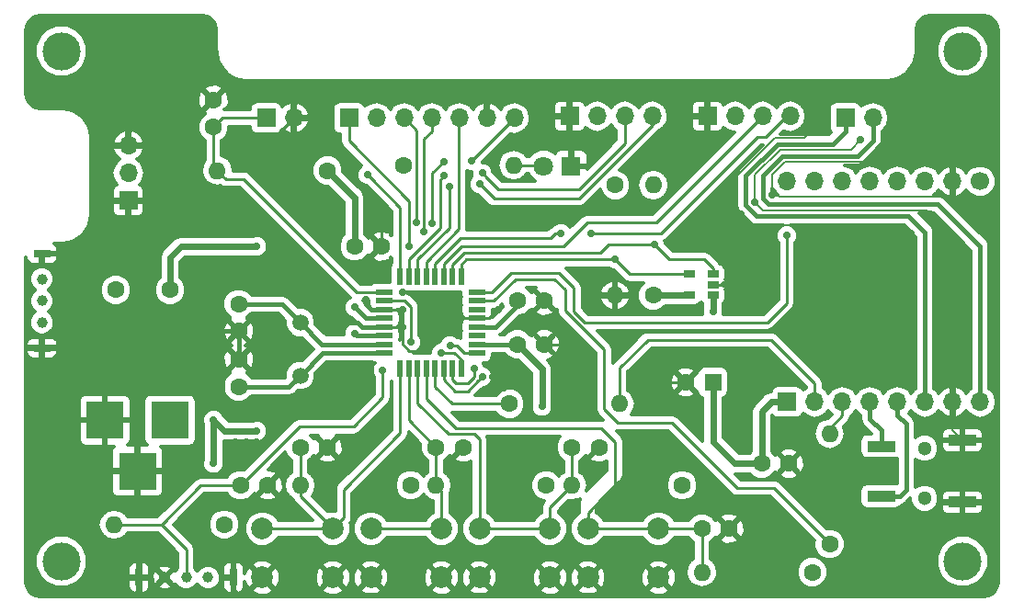
<source format=gtl>
G04 #@! TF.FileFunction,Copper,L1,Top,Signal*
%FSLAX46Y46*%
G04 Gerber Fmt 4.6, Leading zero omitted, Abs format (unit mm)*
G04 Created by KiCad (PCBNEW 4.0.1-stable) date 2018/09/01 18:49:11*
%MOMM*%
G01*
G04 APERTURE LIST*
%ADD10C,0.100000*%
%ADD11C,3.500000*%
%ADD12C,1.600000*%
%ADD13R,3.500000X3.500000*%
%ADD14R,1.800000X1.800000*%
%ADD15C,1.800000*%
%ADD16R,1.600000X0.550000*%
%ADD17R,0.550000X1.600000*%
%ADD18R,2.600000X1.000000*%
%ADD19C,1.300000*%
%ADD20R,1.700000X1.700000*%
%ADD21O,1.700000X1.700000*%
%ADD22O,1.600000X1.600000*%
%ADD23C,1.000000*%
%ADD24R,1.600000X0.700000*%
%ADD25R,0.700000X1.600000*%
%ADD26R,1.060000X0.650000*%
%ADD27C,1.500000*%
%ADD28C,1.700000*%
%ADD29R,1.600000X1.600000*%
%ADD30C,2.000000*%
%ADD31C,0.700000*%
%ADD32C,0.250000*%
%ADD33C,0.400000*%
%ADD34C,0.200000*%
%ADD35C,0.600000*%
%ADD36C,0.300000*%
G04 APERTURE END LIST*
D10*
D11*
X138000000Y-112000000D03*
X138000000Y-65000000D03*
X55000000Y-112000000D03*
D12*
X82000000Y-83000000D03*
X84500000Y-83000000D03*
X97000000Y-92000000D03*
X99500000Y-92000000D03*
X97000000Y-88000000D03*
X99500000Y-88000000D03*
X71320000Y-95925000D03*
X71320000Y-93425000D03*
X71320000Y-88305000D03*
X71320000Y-90805000D03*
X119500000Y-103000000D03*
X122000000Y-103000000D03*
X77000000Y-101500000D03*
X79500000Y-101500000D03*
X89500000Y-101500000D03*
X92000000Y-101500000D03*
X69000000Y-72000000D03*
X69000000Y-69500000D03*
X102000000Y-101500000D03*
X104500000Y-101500000D03*
X71500000Y-105000000D03*
X74000000Y-105000000D03*
X114000000Y-109000000D03*
X116500000Y-109000000D03*
D13*
X65000000Y-99000000D03*
X59000000Y-99000000D03*
X62000000Y-103700000D03*
D14*
X101940000Y-75600000D03*
D15*
X99400000Y-75600000D03*
D12*
X60000000Y-87000000D03*
X65000000Y-87000000D03*
D16*
X84750000Y-87200000D03*
X84750000Y-88000000D03*
X84750000Y-88800000D03*
X84750000Y-89600000D03*
X84750000Y-90400000D03*
X84750000Y-91200000D03*
X84750000Y-92000000D03*
X84750000Y-92800000D03*
D17*
X86200000Y-94250000D03*
X87000000Y-94250000D03*
X87800000Y-94250000D03*
X88600000Y-94250000D03*
X89400000Y-94250000D03*
X90200000Y-94250000D03*
X91000000Y-94250000D03*
X91800000Y-94250000D03*
D16*
X93250000Y-92800000D03*
X93250000Y-92000000D03*
X93250000Y-91200000D03*
X93250000Y-90400000D03*
X93250000Y-89600000D03*
X93250000Y-88800000D03*
X93250000Y-88000000D03*
X93250000Y-87200000D03*
D17*
X91800000Y-85750000D03*
X91000000Y-85750000D03*
X90200000Y-85750000D03*
X89400000Y-85750000D03*
X88600000Y-85750000D03*
X87800000Y-85750000D03*
X87000000Y-85750000D03*
X86200000Y-85750000D03*
D18*
X138000000Y-106550000D03*
X138000000Y-100850000D03*
X130500000Y-106000000D03*
X130500000Y-101400000D03*
D19*
X134500000Y-106200000D03*
X134500000Y-101600000D03*
D20*
X61160000Y-78780000D03*
D21*
X61160000Y-76240000D03*
X61160000Y-73700000D03*
D20*
X127200000Y-71160000D03*
D21*
X129740000Y-71160000D03*
D20*
X73860000Y-71160000D03*
D21*
X76400000Y-71160000D03*
D12*
X86500000Y-75500000D03*
D22*
X96660000Y-75500000D03*
D12*
X106000000Y-77340000D03*
D22*
X106000000Y-87500000D03*
D12*
X109500000Y-87500000D03*
D22*
X109500000Y-77340000D03*
D12*
X87160000Y-105000000D03*
D22*
X77000000Y-105000000D03*
D12*
X99660000Y-105000000D03*
D22*
X89500000Y-105000000D03*
D12*
X79500000Y-76000000D03*
D22*
X69340000Y-76000000D03*
D12*
X112160000Y-105000000D03*
D22*
X102000000Y-105000000D03*
D12*
X70000000Y-108625000D03*
D22*
X59840000Y-108625000D03*
D12*
X124160000Y-113000000D03*
D22*
X114000000Y-113000000D03*
D23*
X53200000Y-86000000D03*
X53200000Y-88000000D03*
X53200000Y-90000000D03*
D24*
X53200000Y-83650000D03*
X53200000Y-92350000D03*
D23*
X64500000Y-113500000D03*
X66500000Y-113500000D03*
X68500000Y-113500000D03*
D25*
X62150000Y-113500000D03*
X70850000Y-113500000D03*
D26*
X115000000Y-87450000D03*
X115000000Y-86500000D03*
X115000000Y-85550000D03*
X112800000Y-85550000D03*
X112800000Y-87450000D03*
D27*
X77000000Y-94880000D03*
X77000000Y-90000000D03*
D21*
X121840000Y-77000000D03*
X124380000Y-77000000D03*
X126920000Y-77000000D03*
X129460000Y-77000000D03*
X132000000Y-77000000D03*
X134540000Y-77000000D03*
X137080000Y-77000000D03*
D28*
X139620000Y-77000000D03*
D20*
X121840000Y-97320000D03*
D21*
X124380000Y-97320000D03*
X126920000Y-97320000D03*
X129460000Y-97320000D03*
X132000000Y-97320000D03*
X134540000Y-97320000D03*
X137080000Y-97320000D03*
X139620000Y-97320000D03*
D20*
X114500000Y-71000000D03*
D21*
X117040000Y-71000000D03*
X119580000Y-71000000D03*
X122120000Y-71000000D03*
D20*
X101800000Y-71000000D03*
D21*
X104340000Y-71000000D03*
X106880000Y-71000000D03*
X109420000Y-71000000D03*
D20*
X81480000Y-71160000D03*
D21*
X84020000Y-71160000D03*
X86560000Y-71160000D03*
X89100000Y-71160000D03*
X91640000Y-71160000D03*
X94180000Y-71160000D03*
X96720000Y-71160000D03*
D11*
X55000000Y-65000000D03*
D29*
X115000000Y-95500000D03*
D12*
X112500000Y-95500000D03*
D30*
X73500000Y-113500000D03*
X73500000Y-109000000D03*
X80000000Y-113500000D03*
X80000000Y-109000000D03*
X83500000Y-113500000D03*
X83500000Y-109000000D03*
X90000000Y-113500000D03*
X90000000Y-109000000D03*
X93500000Y-113500000D03*
X93500000Y-109000000D03*
X100000000Y-113500000D03*
X100000000Y-109000000D03*
X103500000Y-113500000D03*
X103500000Y-109000000D03*
X110000000Y-113500000D03*
X110000000Y-109000000D03*
D12*
X96250000Y-97500000D03*
D22*
X106410000Y-97500000D03*
D12*
X125750000Y-110410000D03*
D22*
X125750000Y-100250000D03*
D31*
X107953235Y-103046765D03*
X95500000Y-102750000D03*
X96750000Y-102750000D03*
X96750000Y-101500000D03*
X95500000Y-101500000D03*
X101750000Y-93000000D03*
X102750000Y-93000000D03*
X102750000Y-92000000D03*
X101750000Y-92000000D03*
X134000000Y-115000000D03*
X131000000Y-115000000D03*
X128000000Y-115000000D03*
X125000000Y-115000000D03*
X122000000Y-115000000D03*
X119000000Y-115000000D03*
X116000000Y-115000000D03*
X113000000Y-115000000D03*
X107000000Y-115000000D03*
X102000000Y-115000000D03*
X96000000Y-115000000D03*
X92000000Y-115000000D03*
X86000000Y-115000000D03*
X82000000Y-115000000D03*
X78000000Y-115000000D03*
X75000000Y-115000000D03*
X71000000Y-115000000D03*
X68000000Y-115000000D03*
X65000000Y-115000000D03*
X62000000Y-115000000D03*
X59000000Y-115000000D03*
X56000000Y-115000000D03*
X53000000Y-115000000D03*
X52000000Y-112000000D03*
X52000000Y-109000000D03*
X52000000Y-106000000D03*
X52000000Y-103000000D03*
X52000000Y-100000000D03*
X52000000Y-97000000D03*
X52000000Y-94000000D03*
X52000000Y-91000000D03*
X52000000Y-87000000D03*
X56000000Y-83000000D03*
X58000000Y-81000000D03*
X58000000Y-78000000D03*
X58000000Y-75000000D03*
X58000000Y-72000000D03*
X54000000Y-70000000D03*
X52000000Y-68000000D03*
X52000000Y-65000000D03*
X53000000Y-62000000D03*
X56000000Y-62000000D03*
X59000000Y-62000000D03*
X63000000Y-62000000D03*
X67000000Y-62000000D03*
X69000000Y-64000000D03*
X70000000Y-67000000D03*
X72000000Y-68000000D03*
X75000000Y-68000000D03*
X78000000Y-68000000D03*
X81000000Y-68000000D03*
X84000000Y-68000000D03*
X87000000Y-68000000D03*
X90000000Y-68000000D03*
X93000000Y-68000000D03*
X96000000Y-68000000D03*
X99000000Y-68000000D03*
X102000000Y-68000000D03*
X105000000Y-68000000D03*
X108000000Y-68000000D03*
X111000000Y-68000000D03*
X114000000Y-68000000D03*
X117000000Y-68000000D03*
X120000000Y-68000000D03*
X123000000Y-68000000D03*
X126000000Y-68000000D03*
X129000000Y-68000000D03*
X132000000Y-68000000D03*
X134000000Y-65000000D03*
X135000000Y-62000000D03*
X138000000Y-62000000D03*
X141000000Y-63000000D03*
X141000000Y-66000000D03*
X138000000Y-115000000D03*
X141000000Y-114000000D03*
X141000000Y-111000000D03*
X141000000Y-108000000D03*
X141000000Y-105000000D03*
X107000000Y-103000000D03*
X107000000Y-104000000D03*
X108000000Y-104000000D03*
X73000000Y-101000000D03*
X72000000Y-101000000D03*
X71000000Y-101000000D03*
X71000000Y-102000000D03*
X72000000Y-102000000D03*
X73000000Y-102000000D03*
X141000000Y-102000000D03*
X141000000Y-99000000D03*
X141000000Y-96000026D03*
X141000000Y-93000000D03*
X141000000Y-90000000D03*
X141000000Y-87000000D03*
X141000000Y-84000000D03*
X141000000Y-81000000D03*
X141000000Y-78000000D03*
X141000000Y-75000000D03*
X141000000Y-72000000D03*
X141000000Y-69000000D03*
X92500000Y-80750000D03*
X92500000Y-79750000D03*
X93500000Y-79750000D03*
X94500000Y-79750000D03*
X94500000Y-80750000D03*
X93500000Y-80750000D03*
X83250000Y-78250000D03*
X119750000Y-85500000D03*
X119750000Y-84500000D03*
X119750000Y-83500000D03*
X118750000Y-83500000D03*
X118750000Y-84500000D03*
X118750000Y-85500000D03*
X119000000Y-95250000D03*
X118000000Y-95250000D03*
X118000000Y-94250000D03*
X119000000Y-94250000D03*
X119000000Y-93250000D03*
X118000000Y-93250000D03*
X77250000Y-77250000D03*
X77250000Y-78250000D03*
X77250000Y-79250000D03*
X76250000Y-79250000D03*
X76250000Y-78250000D03*
X76250000Y-77250000D03*
X81250000Y-95000000D03*
X81250000Y-96000000D03*
X81250000Y-97000000D03*
X82250000Y-97000000D03*
X82250000Y-96000000D03*
X82250000Y-95000000D03*
X94750000Y-95000006D03*
X94749974Y-96000000D03*
X95750000Y-96000000D03*
X95750000Y-95000000D03*
X68500000Y-85750000D03*
X68500000Y-86750000D03*
X68500000Y-87750000D03*
X67500000Y-87750000D03*
X67500000Y-86750000D03*
X67500000Y-85750000D03*
X59000000Y-91500000D03*
X60000000Y-91500000D03*
X61000000Y-91500000D03*
X61000000Y-92500000D03*
X60000000Y-92500000D03*
X59000000Y-92500000D03*
X64250000Y-79750000D03*
X65250000Y-79750000D03*
X66250000Y-79750000D03*
X66250000Y-78750000D03*
X65250000Y-78750000D03*
X64250000Y-78750000D03*
X110250000Y-96500000D03*
X109250000Y-96500000D03*
X108250000Y-96500000D03*
X108250000Y-95500000D03*
X109250000Y-95500000D03*
X110250000Y-95500000D03*
X137000000Y-93000000D03*
X137080000Y-92000000D03*
X137080000Y-94000000D03*
X70750000Y-74000000D03*
X83000000Y-87875020D03*
X116800000Y-86400000D03*
X88400000Y-92600000D03*
X86395005Y-90397503D03*
X86400000Y-88800000D03*
X86400000Y-87200000D03*
X91600000Y-89600000D03*
X95200000Y-88800000D03*
X133200000Y-81800000D03*
X137200000Y-79000000D03*
X135000000Y-80000000D03*
X125200000Y-71200000D03*
X117600000Y-80000000D03*
X133400000Y-95000000D03*
X118865710Y-78934310D03*
X120477133Y-78250567D03*
X130800000Y-73200000D03*
X128600000Y-73200000D03*
X69000000Y-92200000D03*
X79200000Y-98549990D03*
X79000000Y-85800000D03*
X71000000Y-85800000D03*
X70800000Y-98600000D03*
X80800000Y-94000000D03*
X80800000Y-90000000D03*
X99249994Y-97750000D03*
X73000000Y-83000000D03*
X69000000Y-99000012D03*
X69000000Y-103000000D03*
X73000000Y-100000000D03*
X82000000Y-91000000D03*
X82000000Y-88600000D03*
X121800000Y-82000000D03*
X106000000Y-84200000D03*
X109600000Y-82800000D03*
X87200000Y-91800018D03*
X84600000Y-94400000D03*
X93750000Y-95000000D03*
X89159093Y-80886285D03*
X92800000Y-75080000D03*
X90200000Y-75200000D03*
X93000000Y-94250000D03*
X88400000Y-81600000D03*
X87000000Y-83000000D03*
X90000000Y-92800000D03*
X87675020Y-80800000D03*
X90799996Y-92124980D03*
X103800000Y-81800000D03*
X101000000Y-81800000D03*
X93500000Y-77250000D03*
X90750000Y-77500000D03*
X93750000Y-76250000D03*
X90250000Y-76500000D03*
X83200000Y-76400004D03*
X115000000Y-89000000D03*
D32*
X108000000Y-104000000D02*
X108000000Y-103093530D01*
X108000000Y-103093530D02*
X107953235Y-103046765D01*
X96750000Y-102750000D02*
X95500000Y-102750000D01*
X95500000Y-101500000D02*
X96750000Y-101500000D01*
X102750000Y-92000000D02*
X102750000Y-93000000D01*
X99500000Y-92000000D02*
X101750000Y-92000000D01*
X94749974Y-96000000D02*
X95750000Y-96000000D01*
X68500000Y-87750000D02*
X68994974Y-87750000D01*
X69000000Y-87755026D02*
X69000000Y-87800000D01*
X68994974Y-87750000D02*
X69000000Y-87755026D01*
X131000000Y-115000000D02*
X134000000Y-115000000D01*
X125000000Y-115000000D02*
X128000000Y-115000000D01*
X119000000Y-115000000D02*
X122000000Y-115000000D01*
X113000000Y-115000000D02*
X116000000Y-115000000D01*
X102000000Y-115000000D02*
X107000000Y-115000000D01*
X92000000Y-115000000D02*
X96000000Y-115000000D01*
X82000000Y-115000000D02*
X86000000Y-115000000D01*
X75000000Y-115000000D02*
X78000000Y-115000000D01*
X68000000Y-115000000D02*
X71000000Y-115000000D01*
X62000000Y-115000000D02*
X65000000Y-115000000D01*
X56000000Y-115000000D02*
X59000000Y-115000000D01*
X52000000Y-114000000D02*
X53000000Y-115000000D01*
X52000000Y-112000000D02*
X52000000Y-114000000D01*
X52000000Y-106000000D02*
X52000000Y-109000000D01*
X52000000Y-100000000D02*
X52000000Y-103000000D01*
X52000000Y-94000000D02*
X52000000Y-97000000D01*
X52000000Y-87000000D02*
X52000000Y-91000000D01*
X58000000Y-81000000D02*
X56000000Y-83000000D01*
X58000000Y-75000000D02*
X58000000Y-78000000D01*
X56000000Y-70000000D02*
X58000000Y-72000000D01*
X54000000Y-70000000D02*
X56000000Y-70000000D01*
X52000000Y-65000000D02*
X52000000Y-68000000D01*
X59000000Y-62000000D02*
X56000000Y-62000000D01*
X67000000Y-62000000D02*
X63000000Y-62000000D01*
X69000000Y-66000000D02*
X69000000Y-64000000D01*
X70000000Y-67000000D02*
X69000000Y-66000000D01*
X75000000Y-68000000D02*
X72000000Y-68000000D01*
X81000000Y-68000000D02*
X78000000Y-68000000D01*
X87000000Y-68000000D02*
X84000000Y-68000000D01*
X93000000Y-68000000D02*
X90000000Y-68000000D01*
X99000000Y-68000000D02*
X96000000Y-68000000D01*
X105000000Y-68000000D02*
X102000000Y-68000000D01*
X111000000Y-68000000D02*
X108000000Y-68000000D01*
X117000000Y-68000000D02*
X114000000Y-68000000D01*
X123000000Y-68000000D02*
X120000000Y-68000000D01*
X129000000Y-68000000D02*
X126000000Y-68000000D01*
X134000000Y-66000000D02*
X132000000Y-68000000D01*
X134000000Y-65000000D02*
X134000000Y-66000000D01*
X138000000Y-62000000D02*
X135000000Y-62000000D01*
X141000000Y-66000000D02*
X141000000Y-63000000D01*
X140000000Y-115000000D02*
X138000000Y-115000000D01*
X141000000Y-114000000D02*
X140000000Y-115000000D01*
X141000000Y-108000000D02*
X141000000Y-111000000D01*
X141000000Y-102000000D02*
X141000000Y-105000000D01*
X107000000Y-104000000D02*
X107000000Y-103000000D01*
X72000000Y-101000000D02*
X73000000Y-101000000D01*
X71000000Y-102000000D02*
X71000000Y-101000000D01*
X73000000Y-102000000D02*
X72000000Y-102000000D01*
D33*
X71320000Y-93425000D02*
X69850002Y-94894998D01*
X69850002Y-94894998D02*
X69850002Y-97650002D01*
X69850002Y-97650002D02*
X70450001Y-98250001D01*
X70450001Y-98250001D02*
X70800000Y-98600000D01*
D32*
X141000000Y-99000000D02*
X141000000Y-102000000D01*
D34*
X141000000Y-87000000D02*
X141000000Y-96000026D01*
X141000000Y-87000000D02*
X141000000Y-82800000D01*
D32*
X141000000Y-78000000D02*
X141000000Y-81000000D01*
X141000000Y-72000000D02*
X141000000Y-75000000D01*
X137080000Y-71920000D02*
X140000000Y-69000000D01*
X140000000Y-69000000D02*
X141000000Y-69000000D01*
X137080000Y-77000000D02*
X137080000Y-71920000D01*
X94500000Y-79750000D02*
X93500000Y-79750000D01*
X93500000Y-80750000D02*
X94500000Y-80750000D01*
X83599999Y-78599999D02*
X83250000Y-78250000D01*
X84500000Y-79500000D02*
X83599999Y-78599999D01*
X84500000Y-83000000D02*
X84500000Y-79500000D01*
X119750000Y-83500000D02*
X119750000Y-84500000D01*
X118750000Y-84500000D02*
X118750000Y-83500000D01*
X116800000Y-86400000D02*
X117850000Y-86400000D01*
X117850000Y-86400000D02*
X118750000Y-85500000D01*
X118000000Y-94250000D02*
X118000000Y-95250000D01*
X119000000Y-93250000D02*
X119000000Y-94250000D01*
X112500000Y-95500000D02*
X114750000Y-93250000D01*
X114750000Y-93250000D02*
X118000000Y-93250000D01*
X77250000Y-78250000D02*
X77250000Y-77250000D01*
X76250000Y-79250000D02*
X77250000Y-79250000D01*
X76250000Y-77250000D02*
X76250000Y-78250000D01*
X81250000Y-96000000D02*
X81250000Y-95000000D01*
X82250000Y-97000000D02*
X81250000Y-97000000D01*
X82250000Y-95000000D02*
X82250000Y-96000000D01*
X94749974Y-95000032D02*
X94750000Y-95000006D01*
X94749974Y-96000000D02*
X94749974Y-95000032D01*
X95750000Y-95000000D02*
X95750000Y-96000000D01*
X68500000Y-87750000D02*
X68500000Y-86750000D01*
X67500000Y-86750000D02*
X67500000Y-87750000D01*
X61000000Y-91500000D02*
X60000000Y-91500000D01*
X60000000Y-92500000D02*
X61000000Y-92500000D01*
X59000000Y-99000000D02*
X59000000Y-92500000D01*
X66250000Y-79750000D02*
X65250000Y-79750000D01*
X65250000Y-78750000D02*
X66250000Y-78750000D01*
X61160000Y-78780000D02*
X64220000Y-78780000D01*
X64220000Y-78780000D02*
X64250000Y-78750000D01*
X108250000Y-96500000D02*
X109250000Y-96500000D01*
X109250000Y-95500000D02*
X108250000Y-95500000D01*
X112500000Y-95500000D02*
X110250000Y-95500000D01*
X137080000Y-92920000D02*
X137000000Y-93000000D01*
X137080000Y-92000000D02*
X137080000Y-92920000D01*
X137000000Y-92080000D02*
X137000000Y-93000000D01*
D34*
X137080000Y-94000000D02*
X137080000Y-92000000D01*
X137080000Y-92000000D02*
X137080000Y-82080000D01*
D32*
X76400000Y-71160000D02*
X73560000Y-74000000D01*
X73560000Y-74000000D02*
X70750000Y-74000000D01*
D33*
X83000000Y-88250000D02*
X83000000Y-87875020D01*
X83550000Y-88800000D02*
X83000000Y-88250000D01*
X84750000Y-88800000D02*
X83550000Y-88800000D01*
D32*
X115000000Y-86500000D02*
X116700000Y-86500000D01*
X116700000Y-86500000D02*
X116800000Y-86400000D01*
X88400000Y-92600000D02*
X87000000Y-92600000D01*
X88600000Y-92600000D02*
X88400000Y-92600000D01*
X86395005Y-90892477D02*
X86395005Y-90397503D01*
X86395005Y-91995005D02*
X86395005Y-90892477D01*
X91600000Y-89600000D02*
X88600000Y-92600000D01*
X87000000Y-92600000D02*
X86395005Y-91995005D01*
X86400000Y-88800000D02*
X86400000Y-90392508D01*
X86400000Y-90392508D02*
X86395005Y-90397503D01*
X86392508Y-90400000D02*
X86395005Y-90397503D01*
X84750000Y-90400000D02*
X86392508Y-90400000D01*
X86400000Y-88800000D02*
X84750000Y-88800000D01*
X91600000Y-87800000D02*
X91000000Y-87200000D01*
X91000000Y-87200000D02*
X86400000Y-87200000D01*
X91600000Y-89600000D02*
X91600000Y-87800000D01*
X93250000Y-89600000D02*
X91600000Y-89600000D01*
X93250000Y-89600000D02*
X94400000Y-89600000D01*
X94400000Y-89600000D02*
X95200000Y-88800000D01*
D34*
X120477133Y-76355251D02*
X120477133Y-77755593D01*
X118865710Y-78439336D02*
X118865710Y-78934310D01*
X127699978Y-74100022D02*
X121176698Y-74100022D01*
X121632340Y-75200044D02*
X120477133Y-76355251D01*
X128799956Y-75200044D02*
X121632340Y-75200044D01*
X120477133Y-77755593D02*
X120477133Y-78250567D01*
X128600000Y-73200000D02*
X127699978Y-74100022D01*
X118865710Y-76411010D02*
X118865710Y-78439336D01*
X130800000Y-73200000D02*
X128799956Y-75200044D01*
X123400000Y-73000000D02*
X124850001Y-71549999D01*
X117250001Y-76471055D02*
X120721056Y-73000000D01*
X120721056Y-73000000D02*
X123400000Y-73000000D01*
X117250001Y-79650001D02*
X117250001Y-76471055D01*
X117600000Y-80000000D02*
X117250001Y-79650001D01*
X124850001Y-71549999D02*
X125200000Y-71200000D01*
X121176698Y-74100022D02*
X118865710Y-76411010D01*
X138000000Y-100850000D02*
X138000000Y-101550000D01*
X138000000Y-101550000D02*
X138000000Y-106550000D01*
X137080000Y-97320000D02*
X137080000Y-99930000D01*
X137080000Y-99930000D02*
X138000000Y-100850000D01*
X133200000Y-81800000D02*
X132400000Y-81000000D01*
X133400000Y-82000000D02*
X133200000Y-81800000D01*
X137200000Y-79000000D02*
X136600000Y-78400000D01*
X141000000Y-82800000D02*
X137200000Y-79000000D01*
X135000000Y-80000000D02*
X134649989Y-79649989D01*
X137080000Y-82080000D02*
X135000000Y-80000000D01*
X134649989Y-79649989D02*
X119581389Y-79649989D01*
X119581389Y-79649989D02*
X119215709Y-79284309D01*
X119215709Y-79284309D02*
X118865710Y-78934310D01*
X132400000Y-81000000D02*
X118600000Y-81000000D01*
X118600000Y-81000000D02*
X117600000Y-80000000D01*
X133400000Y-95000000D02*
X133400000Y-82000000D01*
X136600000Y-78400000D02*
X121121540Y-78400000D01*
X121121540Y-78400000D02*
X120972107Y-78250567D01*
X120972107Y-78250567D02*
X120477133Y-78250567D01*
D33*
X69000000Y-90000000D02*
X69000000Y-92200000D01*
X70800000Y-98600000D02*
X79200000Y-98549990D01*
X79200000Y-98600000D02*
X79200000Y-98549990D01*
X79200000Y-98600000D02*
X80800000Y-97000000D01*
X80800000Y-97000000D02*
X80800000Y-94000000D01*
X69000000Y-90000000D02*
X69805000Y-90805000D01*
X69805000Y-90805000D02*
X71320000Y-90805000D01*
X69000000Y-87800000D02*
X69000000Y-90000000D01*
X71000000Y-85800000D02*
X69000000Y-87800000D01*
X79000000Y-85800000D02*
X71000000Y-85800000D01*
X80450001Y-87250001D02*
X79000000Y-85800000D01*
X80800000Y-90000000D02*
X80450001Y-89650001D01*
X80450001Y-89650001D02*
X80450001Y-87250001D01*
X71320000Y-93425000D02*
X71320000Y-90805000D01*
X84750000Y-90400000D02*
X82658004Y-90400000D01*
X82658004Y-90400000D02*
X82258004Y-90000000D01*
X82258004Y-90000000D02*
X81294974Y-90000000D01*
X81294974Y-90000000D02*
X80800000Y-90000000D01*
D35*
X97000000Y-92000000D02*
X99250000Y-94250000D01*
X99250000Y-94250000D02*
X99250000Y-97749994D01*
X99250000Y-97749994D02*
X99249994Y-97750000D01*
X65000000Y-84000000D02*
X66000000Y-83000000D01*
X66000000Y-83000000D02*
X73000000Y-83000000D01*
X65000000Y-87000000D02*
X65000000Y-84000000D01*
X73000000Y-100000000D02*
X69999988Y-100000000D01*
X69999988Y-100000000D02*
X69000000Y-99000012D01*
X69000000Y-103000000D02*
X69000000Y-99000012D01*
X82000000Y-83000000D02*
X82000000Y-78500000D01*
X82000000Y-78500000D02*
X79500000Y-76000000D01*
D33*
X93250000Y-92000000D02*
X97000000Y-92000000D01*
X82200000Y-91200000D02*
X82000000Y-91000000D01*
X84750000Y-91200000D02*
X82200000Y-91200000D01*
X82349999Y-88949999D02*
X82000000Y-88600000D01*
X83000000Y-89600000D02*
X82349999Y-88949999D01*
X84750000Y-89600000D02*
X83000000Y-89600000D01*
D35*
X109500000Y-87500000D02*
X112750000Y-87500000D01*
X112750000Y-87500000D02*
X112800000Y-87450000D01*
D33*
X93250000Y-90400000D02*
X95000000Y-90400000D01*
X95000000Y-90400000D02*
X97000000Y-88400000D01*
X97000000Y-88400000D02*
X97000000Y-88000000D01*
X77000000Y-94880000D02*
X75955000Y-95925000D01*
X75955000Y-95925000D02*
X71320000Y-95925000D01*
X84750000Y-92800000D02*
X79080000Y-92800000D01*
X79080000Y-92800000D02*
X77000000Y-94880000D01*
X77000000Y-90000000D02*
X75305000Y-88305000D01*
X75305000Y-88305000D02*
X71320000Y-88305000D01*
X84750000Y-92000000D02*
X79000000Y-92000000D01*
X79000000Y-92000000D02*
X77000000Y-90000000D01*
D32*
X125750000Y-110410000D02*
X120590000Y-105250000D01*
X100400000Y-86000000D02*
X96800000Y-86000000D01*
X120590000Y-105250000D02*
X117250000Y-105250000D01*
X117250000Y-105250000D02*
X111250000Y-99250000D01*
X111250000Y-99250000D02*
X106250000Y-99250000D01*
X106250000Y-99250000D02*
X105000000Y-98000000D01*
X105000000Y-98000000D02*
X105000000Y-92500000D01*
X105000000Y-92500000D02*
X101400000Y-88900000D01*
X96800000Y-86000000D02*
X94800000Y-88000000D01*
X101400000Y-88900000D02*
X101400000Y-87000000D01*
X101400000Y-87000000D02*
X100400000Y-86000000D01*
X94800000Y-88000000D02*
X93250000Y-88000000D01*
X93250000Y-87200000D02*
X94600000Y-87200000D01*
X94600000Y-87200000D02*
X96400000Y-85400000D01*
X96400000Y-85400000D02*
X100800000Y-85400000D01*
X100800000Y-85400000D02*
X102200000Y-86800000D01*
X102200000Y-86800000D02*
X102200000Y-89000000D01*
X102200000Y-89000000D02*
X103200000Y-90000000D01*
X103200000Y-90000000D02*
X120000000Y-90000000D01*
X120000000Y-90000000D02*
X121800000Y-88200000D01*
X121800000Y-88200000D02*
X121800000Y-82000000D01*
X112800000Y-85550000D02*
X107350000Y-85550000D01*
X107350000Y-85550000D02*
X106000000Y-84200000D01*
X106000000Y-84200000D02*
X92300000Y-84200000D01*
X92300000Y-84200000D02*
X91800000Y-84700000D01*
X91800000Y-84700000D02*
X91800000Y-85750000D01*
X91000000Y-85750000D02*
X91000000Y-84700000D01*
X92100000Y-83600000D02*
X104600000Y-83600000D01*
X91000000Y-84700000D02*
X92100000Y-83600000D01*
X104600000Y-83600000D02*
X105400000Y-82800000D01*
X105400000Y-82800000D02*
X109105026Y-82800000D01*
X109105026Y-82800000D02*
X109600000Y-82800000D01*
X109600000Y-82800000D02*
X111000000Y-84200000D01*
X111000000Y-84200000D02*
X114200000Y-84200000D01*
X114200000Y-84200000D02*
X115000000Y-85000000D01*
X115000000Y-85000000D02*
X115000000Y-85550000D01*
X96660000Y-75500000D02*
X99300000Y-75500000D01*
X99300000Y-75500000D02*
X99400000Y-75600000D01*
X87200000Y-91305044D02*
X87200000Y-91800018D01*
X87200000Y-88600000D02*
X87200000Y-91305044D01*
X86600000Y-88000000D02*
X87200000Y-88600000D01*
X84750000Y-88000000D02*
X86600000Y-88000000D01*
X81900000Y-99600000D02*
X84600000Y-96900000D01*
X84600000Y-96900000D02*
X84600000Y-94400000D01*
X81900000Y-99600000D02*
X76900000Y-99600000D01*
X76900000Y-99600000D02*
X71500000Y-105000000D01*
X64200000Y-108600000D02*
X67800000Y-105000000D01*
X67800000Y-105000000D02*
X71500000Y-105000000D01*
X64200000Y-108600000D02*
X64175000Y-108625000D01*
X64175000Y-108625000D02*
X59840000Y-108625000D01*
X66500000Y-110900000D02*
X64200000Y-108600000D01*
X66500000Y-113500000D02*
X66500000Y-110900000D01*
X93400001Y-95349999D02*
X93750000Y-95000000D01*
X92400001Y-96349999D02*
X93400001Y-95349999D01*
X90200000Y-95300000D02*
X91249999Y-96349999D01*
X90200000Y-94250000D02*
X90200000Y-95300000D01*
X91249999Y-96349999D02*
X92400001Y-96349999D01*
X89159093Y-80391311D02*
X89159093Y-80886285D01*
X89159093Y-76240907D02*
X89159093Y-80391311D01*
X90200000Y-75200000D02*
X89159093Y-76240907D01*
X96720000Y-71160000D02*
X92800000Y-75080000D01*
X91000000Y-94250000D02*
X91000000Y-95300000D01*
X91000000Y-95300000D02*
X91299999Y-95599999D01*
X91299999Y-95599999D02*
X92400001Y-95599999D01*
X92400001Y-95599999D02*
X93000000Y-95000000D01*
X93000000Y-95000000D02*
X93000000Y-94250000D01*
X89100000Y-72362081D02*
X88400000Y-73062081D01*
X89100000Y-71160000D02*
X89100000Y-72362081D01*
X88400000Y-73062081D02*
X88400000Y-81600000D01*
X81480000Y-71160000D02*
X81480000Y-73280000D01*
X81480000Y-73280000D02*
X87000000Y-78800000D01*
X87000000Y-82505026D02*
X87000000Y-83000000D01*
X87000000Y-78800000D02*
X87000000Y-82505026D01*
X87000000Y-80363590D02*
X87000000Y-83000000D01*
X91200000Y-92800000D02*
X90000000Y-92800000D01*
X91800000Y-94250000D02*
X91800000Y-93400000D01*
X91800000Y-93400000D02*
X91200000Y-92800000D01*
X87675020Y-80305026D02*
X87675020Y-80800000D01*
X86560000Y-71160000D02*
X87675020Y-72275020D01*
X87675020Y-72275020D02*
X87675020Y-80305026D01*
X91400000Y-92124980D02*
X91294970Y-92124980D01*
X92075020Y-92800000D02*
X91400000Y-92124980D01*
X93250000Y-92800000D02*
X92075020Y-92800000D01*
X91294970Y-92124980D02*
X90799996Y-92124980D01*
X119580000Y-71000000D02*
X109780000Y-80800000D01*
X109780000Y-80800000D02*
X103400000Y-80800000D01*
X103400000Y-80800000D02*
X101200000Y-83000000D01*
X90200000Y-84600000D02*
X90200000Y-85750000D01*
X101200000Y-83000000D02*
X91800000Y-83000000D01*
X91800000Y-83000000D02*
X90200000Y-84600000D01*
X89400000Y-85750000D02*
X89400000Y-84600000D01*
X100505026Y-81800000D02*
X101000000Y-81800000D01*
X89400000Y-84600000D02*
X91750000Y-82250000D01*
X91750000Y-82250000D02*
X100055026Y-82250000D01*
X100055026Y-82250000D02*
X100505026Y-81800000D01*
X122120000Y-71000000D02*
X121800000Y-71000000D01*
X121800000Y-71000000D02*
X119880000Y-72920000D01*
X119880000Y-72920000D02*
X119080000Y-72920000D01*
X104294974Y-81800000D02*
X103800000Y-81800000D01*
X119080000Y-72920000D02*
X110200000Y-81800000D01*
X110200000Y-81800000D02*
X104294974Y-81800000D01*
X109420000Y-71000000D02*
X109420000Y-71830000D01*
X94349999Y-78099999D02*
X93500000Y-77250000D01*
X109420000Y-71830000D02*
X102650001Y-78599999D01*
X102650001Y-78599999D02*
X94849999Y-78599999D01*
X94849999Y-78599999D02*
X94349999Y-78099999D01*
X90750000Y-77994974D02*
X90750000Y-77500000D01*
X90750000Y-81250000D02*
X90750000Y-77994974D01*
X87800000Y-84200000D02*
X90750000Y-81250000D01*
X87800000Y-85750000D02*
X87800000Y-84200000D01*
X106880000Y-71000000D02*
X106880000Y-73520000D01*
X106880000Y-73520000D02*
X102650000Y-77750000D01*
X102650000Y-77750000D02*
X95250000Y-77750000D01*
X95250000Y-77750000D02*
X94099999Y-76599999D01*
X94099999Y-76599999D02*
X93750000Y-76250000D01*
X89900001Y-76849999D02*
X90250000Y-76500000D01*
X89900001Y-81299999D02*
X89900001Y-76849999D01*
X87000000Y-84200000D02*
X89900001Y-81299999D01*
X87000000Y-85750000D02*
X87000000Y-84200000D01*
X86200000Y-79400004D02*
X83549999Y-76750003D01*
X86200000Y-85750000D02*
X86200000Y-79400004D01*
X83549999Y-76750003D02*
X83200000Y-76400004D01*
X86560000Y-75440000D02*
X86500000Y-75500000D01*
X106410000Y-97500000D02*
X106410000Y-94190000D01*
X106410000Y-94190000D02*
X109000000Y-91600000D01*
X124380000Y-97320000D02*
X124380000Y-95630000D01*
X124380000Y-95630000D02*
X120350000Y-91600000D01*
X120350000Y-91600000D02*
X109000000Y-91600000D01*
X88600000Y-85750000D02*
X88600000Y-84400000D01*
X88600000Y-84400000D02*
X91600000Y-81400000D01*
X91600000Y-81400000D02*
X91600000Y-71200000D01*
X91600000Y-71200000D02*
X91640000Y-71160000D01*
D35*
X119500000Y-103000000D02*
X119500000Y-98210000D01*
X119500000Y-98210000D02*
X120390000Y-97320000D01*
X120390000Y-97320000D02*
X121840000Y-97320000D01*
X117000000Y-103000000D02*
X119500000Y-103000000D01*
X115000000Y-101000000D02*
X117000000Y-103000000D01*
X115000000Y-95500000D02*
X115000000Y-101000000D01*
X115000000Y-87450000D02*
X115000000Y-89000000D01*
D33*
X132000000Y-97320000D02*
X132000000Y-98522081D01*
X132000000Y-98522081D02*
X132800000Y-99322081D01*
X132800000Y-99322081D02*
X132800000Y-105400000D01*
X132800000Y-105400000D02*
X132200000Y-106000000D01*
X132200000Y-106000000D02*
X130500000Y-106000000D01*
X129460000Y-98860000D02*
X130500000Y-99900000D01*
X130500000Y-99900000D02*
X130500000Y-101400000D01*
X129460000Y-97320000D02*
X129460000Y-98860000D01*
X134540000Y-97320000D02*
X134540000Y-81740000D01*
X127200000Y-72410000D02*
X127200000Y-71160000D01*
X126059989Y-73550011D02*
X127200000Y-72410000D01*
X118000000Y-79200000D02*
X118000000Y-76498888D01*
X133000000Y-80200000D02*
X119000000Y-80200000D01*
X134540000Y-81740000D02*
X133000000Y-80200000D01*
X119000000Y-80200000D02*
X118000000Y-79200000D01*
X118000000Y-76498888D02*
X120948877Y-73550011D01*
X120948877Y-73550011D02*
X126059989Y-73550011D01*
X129740000Y-72362081D02*
X129740000Y-71160000D01*
X120115974Y-79099978D02*
X119600000Y-78584004D01*
X128333971Y-74650033D02*
X129740000Y-73244004D01*
X119600000Y-76454552D02*
X121404519Y-74650033D01*
X139620000Y-83020000D02*
X135699978Y-79099978D01*
X119600000Y-78584004D02*
X119600000Y-76454552D01*
X135699978Y-79099978D02*
X120115974Y-79099978D01*
X139620000Y-97320000D02*
X139620000Y-83020000D01*
X121404519Y-74650033D02*
X128333971Y-74650033D01*
X129740000Y-73244004D02*
X129740000Y-72362081D01*
D32*
X86200000Y-95600000D02*
X86200000Y-94250000D01*
X86200000Y-95600000D02*
X86200000Y-100200000D01*
X86200000Y-100200000D02*
X80999999Y-105400001D01*
X80999999Y-105400001D02*
X80999999Y-108000001D01*
X80999999Y-108000001D02*
X80000000Y-109000000D01*
X77000000Y-105000000D02*
X77000000Y-103868630D01*
X77000000Y-103868630D02*
X77000000Y-101500000D01*
X80000000Y-109000000D02*
X77000000Y-106000000D01*
X77000000Y-106000000D02*
X77000000Y-105000000D01*
X80000000Y-109000000D02*
X78585787Y-109000000D01*
X78585787Y-109000000D02*
X73500000Y-109000000D01*
X87000000Y-96000000D02*
X87000000Y-94250000D01*
X87000000Y-96000000D02*
X87000000Y-99000000D01*
X87000000Y-99000000D02*
X89500000Y-101500000D01*
X89500000Y-105000000D02*
X89500000Y-103868630D01*
X89500000Y-103868630D02*
X89500000Y-101500000D01*
X90000000Y-109000000D02*
X90000000Y-105500000D01*
X90000000Y-105500000D02*
X89500000Y-105000000D01*
X83500000Y-109000000D02*
X84914213Y-109000000D01*
X84914213Y-109000000D02*
X90000000Y-109000000D01*
X87800000Y-94250000D02*
X87800000Y-97436411D01*
X87800000Y-97436411D02*
X90613589Y-100250000D01*
X90613589Y-100250000D02*
X93000000Y-100250000D01*
X93000000Y-100250000D02*
X93500000Y-100750000D01*
X93500000Y-100750000D02*
X93500000Y-107585787D01*
X93500000Y-107585787D02*
X93500000Y-109000000D01*
X93500000Y-109000000D02*
X100000000Y-109000000D01*
X102000000Y-105000000D02*
X102000000Y-101500000D01*
X100000000Y-109000000D02*
X100000000Y-107000000D01*
X100000000Y-107000000D02*
X102000000Y-105000000D01*
X103500000Y-109000000D02*
X103500000Y-107500000D01*
X103500000Y-107500000D02*
X106000000Y-105000000D01*
X106000000Y-105000000D02*
X106000000Y-101000000D01*
X106000000Y-101000000D02*
X104750000Y-99750000D01*
X104750000Y-99750000D02*
X91350000Y-99750000D01*
X88600000Y-97000000D02*
X88600000Y-94250000D01*
X91350000Y-99750000D02*
X88600000Y-97000000D01*
X110000000Y-109000000D02*
X108585787Y-109000000D01*
X108585787Y-109000000D02*
X103500000Y-109000000D01*
X114000000Y-109000000D02*
X112868630Y-109000000D01*
X112868630Y-109000000D02*
X110000000Y-109000000D01*
X114000000Y-109000000D02*
X114000000Y-113000000D01*
X69340000Y-76000000D02*
X70139999Y-76799999D01*
X70139999Y-76799999D02*
X71799999Y-76799999D01*
X71799999Y-76799999D02*
X82200000Y-87200000D01*
X82200000Y-87200000D02*
X84750000Y-87200000D01*
X69000000Y-72000000D02*
X69000000Y-75660000D01*
X69000000Y-75660000D02*
X69340000Y-76000000D01*
X73860000Y-71160000D02*
X69840000Y-71160000D01*
X69840000Y-71160000D02*
X69000000Y-72000000D01*
X91000000Y-97500000D02*
X96250000Y-97500000D01*
X91000000Y-97500000D02*
X89400000Y-95900000D01*
X89400000Y-95900000D02*
X89400000Y-94250000D01*
X126920000Y-97320000D02*
X126920000Y-98580000D01*
X125750000Y-99750000D02*
X125750000Y-100250000D01*
X126920000Y-98580000D02*
X125750000Y-99750000D01*
D36*
G36*
X68479365Y-61842712D02*
X68885749Y-62114249D01*
X69157288Y-62520635D01*
X69267000Y-63072196D01*
X69267000Y-65000000D01*
X69281084Y-65070805D01*
X69281084Y-65143001D01*
X69433325Y-65908368D01*
X69542773Y-66172600D01*
X69976318Y-66821446D01*
X69976319Y-66821448D01*
X70178553Y-67023682D01*
X70827400Y-67457226D01*
X71091632Y-67566675D01*
X71856998Y-67718916D01*
X71929195Y-67718916D01*
X72000000Y-67733000D01*
X131000000Y-67733000D01*
X131070805Y-67718916D01*
X131143001Y-67718916D01*
X131908368Y-67566675D01*
X132172600Y-67457227D01*
X132821446Y-67023682D01*
X132821448Y-67023681D01*
X133023682Y-66821447D01*
X133457226Y-66172600D01*
X133566675Y-65908368D01*
X133652503Y-65476880D01*
X135591582Y-65476880D01*
X135957406Y-66362241D01*
X136634196Y-67040213D01*
X137518918Y-67407582D01*
X138476880Y-67408418D01*
X139362241Y-67042594D01*
X140040213Y-66365804D01*
X140407582Y-65481082D01*
X140408418Y-64523120D01*
X140042594Y-63637759D01*
X139365804Y-62959787D01*
X138481082Y-62592418D01*
X137523120Y-62591582D01*
X136637759Y-62957406D01*
X135959787Y-63634196D01*
X135592418Y-64518918D01*
X135591582Y-65476880D01*
X133652503Y-65476880D01*
X133718916Y-65143002D01*
X133718916Y-65070805D01*
X133733000Y-65000000D01*
X133733000Y-63072196D01*
X133842712Y-62520635D01*
X134114249Y-62114251D01*
X134520635Y-61842712D01*
X135072196Y-61733000D01*
X139927804Y-61733000D01*
X140479365Y-61842712D01*
X140885749Y-62114249D01*
X141157288Y-62520635D01*
X141267000Y-63072196D01*
X141267000Y-113927804D01*
X141157288Y-114479365D01*
X140885749Y-114885751D01*
X140479365Y-115157288D01*
X139927804Y-115267000D01*
X53072196Y-115267000D01*
X52520635Y-115157288D01*
X52114249Y-114885749D01*
X51842712Y-114479365D01*
X51733000Y-113927804D01*
X51733000Y-112476880D01*
X52591582Y-112476880D01*
X52957406Y-113362241D01*
X53634196Y-114040213D01*
X54518918Y-114407582D01*
X55476880Y-114408418D01*
X56362241Y-114042594D01*
X56636813Y-113768500D01*
X61142000Y-113768500D01*
X61142000Y-114430885D01*
X61242175Y-114672727D01*
X61427273Y-114857826D01*
X61669116Y-114958000D01*
X61881500Y-114958000D01*
X62046000Y-114793500D01*
X62046000Y-113604000D01*
X62254000Y-113604000D01*
X62254000Y-114793500D01*
X62418500Y-114958000D01*
X62630884Y-114958000D01*
X62872727Y-114857826D01*
X63057825Y-114672727D01*
X63158000Y-114430885D01*
X63158000Y-114288319D01*
X63858760Y-114288319D01*
X63892845Y-114512613D01*
X64326572Y-114667880D01*
X64786702Y-114645349D01*
X65107155Y-114512613D01*
X65141240Y-114288319D01*
X64500000Y-113647078D01*
X63858760Y-114288319D01*
X63158000Y-114288319D01*
X63158000Y-113768500D01*
X62993500Y-113604000D01*
X62254000Y-113604000D01*
X62046000Y-113604000D01*
X61306500Y-113604000D01*
X61142000Y-113768500D01*
X56636813Y-113768500D01*
X57040213Y-113365804D01*
X57371027Y-112569115D01*
X61142000Y-112569115D01*
X61142000Y-113231500D01*
X61306500Y-113396000D01*
X62046000Y-113396000D01*
X62046000Y-112206500D01*
X62254000Y-112206500D01*
X62254000Y-113396000D01*
X62993500Y-113396000D01*
X63062928Y-113326572D01*
X63332120Y-113326572D01*
X63354651Y-113786702D01*
X63487387Y-114107155D01*
X63711681Y-114141240D01*
X64352922Y-113500000D01*
X63711681Y-112858760D01*
X63487387Y-112892845D01*
X63332120Y-113326572D01*
X63062928Y-113326572D01*
X63158000Y-113231500D01*
X63158000Y-112711681D01*
X63858760Y-112711681D01*
X64500000Y-113352922D01*
X65141240Y-112711681D01*
X65107155Y-112487387D01*
X64673428Y-112332120D01*
X64213298Y-112354651D01*
X63892845Y-112487387D01*
X63858760Y-112711681D01*
X63158000Y-112711681D01*
X63158000Y-112569115D01*
X63057825Y-112327273D01*
X62872727Y-112142174D01*
X62630884Y-112042000D01*
X62418500Y-112042000D01*
X62254000Y-112206500D01*
X62046000Y-112206500D01*
X61881500Y-112042000D01*
X61669116Y-112042000D01*
X61427273Y-112142174D01*
X61242175Y-112327273D01*
X61142000Y-112569115D01*
X57371027Y-112569115D01*
X57407582Y-112481082D01*
X57408418Y-111523120D01*
X57042594Y-110637759D01*
X56365804Y-109959787D01*
X55481082Y-109592418D01*
X54523120Y-109591582D01*
X53637759Y-109957406D01*
X52959787Y-110634196D01*
X52592418Y-111518918D01*
X52591582Y-112476880D01*
X51733000Y-112476880D01*
X51733000Y-108625000D01*
X58353436Y-108625000D01*
X58464420Y-109182952D01*
X58780474Y-109655962D01*
X59253484Y-109972016D01*
X59811436Y-110083000D01*
X59868564Y-110083000D01*
X60426516Y-109972016D01*
X60899526Y-109655962D01*
X61065208Y-109408000D01*
X63900670Y-109408000D01*
X65717000Y-111224329D01*
X65717000Y-112645402D01*
X65518867Y-112843189D01*
X65499101Y-112890792D01*
X65288319Y-112858760D01*
X64647078Y-113500000D01*
X65288319Y-114141240D01*
X65498782Y-114109257D01*
X65517723Y-114155098D01*
X65843189Y-114481133D01*
X66268649Y-114657799D01*
X66729330Y-114658201D01*
X67155098Y-114482277D01*
X67481133Y-114156811D01*
X67499828Y-114111789D01*
X67517723Y-114155098D01*
X67843189Y-114481133D01*
X68268649Y-114657799D01*
X68729330Y-114658201D01*
X69155098Y-114482277D01*
X69481133Y-114156811D01*
X69642373Y-113768500D01*
X69842000Y-113768500D01*
X69842000Y-114430885D01*
X69942175Y-114672727D01*
X70127273Y-114857826D01*
X70369116Y-114958000D01*
X70581500Y-114958000D01*
X70746000Y-114793500D01*
X70746000Y-113604000D01*
X70006500Y-113604000D01*
X69842000Y-113768500D01*
X69642373Y-113768500D01*
X69657799Y-113731351D01*
X69658201Y-113270670D01*
X69482277Y-112844902D01*
X69206972Y-112569115D01*
X69842000Y-112569115D01*
X69842000Y-113231500D01*
X70006500Y-113396000D01*
X70746000Y-113396000D01*
X70746000Y-112206500D01*
X70954000Y-112206500D01*
X70954000Y-113396000D01*
X70974000Y-113396000D01*
X70974000Y-113604000D01*
X70954000Y-113604000D01*
X70954000Y-114793500D01*
X71118500Y-114958000D01*
X71330884Y-114958000D01*
X71572727Y-114857826D01*
X71757825Y-114672727D01*
X71767212Y-114650063D01*
X72497016Y-114650063D01*
X72592379Y-114926168D01*
X73207239Y-115164939D01*
X73866668Y-115150238D01*
X74407621Y-114926168D01*
X74502984Y-114650063D01*
X78997016Y-114650063D01*
X79092379Y-114926168D01*
X79707239Y-115164939D01*
X80366668Y-115150238D01*
X80907621Y-114926168D01*
X81002984Y-114650063D01*
X82497016Y-114650063D01*
X82592379Y-114926168D01*
X83207239Y-115164939D01*
X83866668Y-115150238D01*
X84407621Y-114926168D01*
X84502984Y-114650063D01*
X88997016Y-114650063D01*
X89092379Y-114926168D01*
X89707239Y-115164939D01*
X90366668Y-115150238D01*
X90907621Y-114926168D01*
X91002984Y-114650063D01*
X92497016Y-114650063D01*
X92592379Y-114926168D01*
X93207239Y-115164939D01*
X93866668Y-115150238D01*
X94407621Y-114926168D01*
X94502984Y-114650063D01*
X98997016Y-114650063D01*
X99092379Y-114926168D01*
X99707239Y-115164939D01*
X100366668Y-115150238D01*
X100907621Y-114926168D01*
X101002984Y-114650063D01*
X102497016Y-114650063D01*
X102592379Y-114926168D01*
X103207239Y-115164939D01*
X103866668Y-115150238D01*
X104407621Y-114926168D01*
X104502984Y-114650063D01*
X108997016Y-114650063D01*
X109092379Y-114926168D01*
X109707239Y-115164939D01*
X110366668Y-115150238D01*
X110907621Y-114926168D01*
X111002984Y-114650063D01*
X110000000Y-113647078D01*
X108997016Y-114650063D01*
X104502984Y-114650063D01*
X103500000Y-113647078D01*
X102497016Y-114650063D01*
X101002984Y-114650063D01*
X100000000Y-113647078D01*
X98997016Y-114650063D01*
X94502984Y-114650063D01*
X93500000Y-113647078D01*
X92497016Y-114650063D01*
X91002984Y-114650063D01*
X90000000Y-113647078D01*
X88997016Y-114650063D01*
X84502984Y-114650063D01*
X83500000Y-113647078D01*
X82497016Y-114650063D01*
X81002984Y-114650063D01*
X80000000Y-113647078D01*
X78997016Y-114650063D01*
X74502984Y-114650063D01*
X73500000Y-113647078D01*
X72497016Y-114650063D01*
X71767212Y-114650063D01*
X71858000Y-114430885D01*
X71858000Y-113886556D01*
X72073832Y-114407621D01*
X72349937Y-114502984D01*
X73352922Y-113500000D01*
X73647078Y-113500000D01*
X74650063Y-114502984D01*
X74926168Y-114407621D01*
X75164939Y-113792761D01*
X75151886Y-113207239D01*
X78335061Y-113207239D01*
X78349762Y-113866668D01*
X78573832Y-114407621D01*
X78849937Y-114502984D01*
X79852922Y-113500000D01*
X80147078Y-113500000D01*
X81150063Y-114502984D01*
X81426168Y-114407621D01*
X81664939Y-113792761D01*
X81651886Y-113207239D01*
X81835061Y-113207239D01*
X81849762Y-113866668D01*
X82073832Y-114407621D01*
X82349937Y-114502984D01*
X83352922Y-113500000D01*
X83647078Y-113500000D01*
X84650063Y-114502984D01*
X84926168Y-114407621D01*
X85164939Y-113792761D01*
X85151886Y-113207239D01*
X88335061Y-113207239D01*
X88349762Y-113866668D01*
X88573832Y-114407621D01*
X88849937Y-114502984D01*
X89852922Y-113500000D01*
X90147078Y-113500000D01*
X91150063Y-114502984D01*
X91426168Y-114407621D01*
X91664939Y-113792761D01*
X91651886Y-113207239D01*
X91835061Y-113207239D01*
X91849762Y-113866668D01*
X92073832Y-114407621D01*
X92349937Y-114502984D01*
X93352922Y-113500000D01*
X93647078Y-113500000D01*
X94650063Y-114502984D01*
X94926168Y-114407621D01*
X95164939Y-113792761D01*
X95151886Y-113207239D01*
X98335061Y-113207239D01*
X98349762Y-113866668D01*
X98573832Y-114407621D01*
X98849937Y-114502984D01*
X99852922Y-113500000D01*
X100147078Y-113500000D01*
X101150063Y-114502984D01*
X101426168Y-114407621D01*
X101664939Y-113792761D01*
X101651886Y-113207239D01*
X101835061Y-113207239D01*
X101849762Y-113866668D01*
X102073832Y-114407621D01*
X102349937Y-114502984D01*
X103352922Y-113500000D01*
X103647078Y-113500000D01*
X104650063Y-114502984D01*
X104926168Y-114407621D01*
X105164939Y-113792761D01*
X105151886Y-113207239D01*
X108335061Y-113207239D01*
X108349762Y-113866668D01*
X108573832Y-114407621D01*
X108849937Y-114502984D01*
X109852922Y-113500000D01*
X110147078Y-113500000D01*
X111150063Y-114502984D01*
X111426168Y-114407621D01*
X111664939Y-113792761D01*
X111650238Y-113133332D01*
X111426168Y-112592379D01*
X111150063Y-112497016D01*
X110147078Y-113500000D01*
X109852922Y-113500000D01*
X108849937Y-112497016D01*
X108573832Y-112592379D01*
X108335061Y-113207239D01*
X105151886Y-113207239D01*
X105150238Y-113133332D01*
X104926168Y-112592379D01*
X104650063Y-112497016D01*
X103647078Y-113500000D01*
X103352922Y-113500000D01*
X102349937Y-112497016D01*
X102073832Y-112592379D01*
X101835061Y-113207239D01*
X101651886Y-113207239D01*
X101650238Y-113133332D01*
X101426168Y-112592379D01*
X101150063Y-112497016D01*
X100147078Y-113500000D01*
X99852922Y-113500000D01*
X98849937Y-112497016D01*
X98573832Y-112592379D01*
X98335061Y-113207239D01*
X95151886Y-113207239D01*
X95150238Y-113133332D01*
X94926168Y-112592379D01*
X94650063Y-112497016D01*
X93647078Y-113500000D01*
X93352922Y-113500000D01*
X92349937Y-112497016D01*
X92073832Y-112592379D01*
X91835061Y-113207239D01*
X91651886Y-113207239D01*
X91650238Y-113133332D01*
X91426168Y-112592379D01*
X91150063Y-112497016D01*
X90147078Y-113500000D01*
X89852922Y-113500000D01*
X88849937Y-112497016D01*
X88573832Y-112592379D01*
X88335061Y-113207239D01*
X85151886Y-113207239D01*
X85150238Y-113133332D01*
X84926168Y-112592379D01*
X84650063Y-112497016D01*
X83647078Y-113500000D01*
X83352922Y-113500000D01*
X82349937Y-112497016D01*
X82073832Y-112592379D01*
X81835061Y-113207239D01*
X81651886Y-113207239D01*
X81650238Y-113133332D01*
X81426168Y-112592379D01*
X81150063Y-112497016D01*
X80147078Y-113500000D01*
X79852922Y-113500000D01*
X78849937Y-112497016D01*
X78573832Y-112592379D01*
X78335061Y-113207239D01*
X75151886Y-113207239D01*
X75150238Y-113133332D01*
X74926168Y-112592379D01*
X74650063Y-112497016D01*
X73647078Y-113500000D01*
X73352922Y-113500000D01*
X72349937Y-112497016D01*
X72073832Y-112592379D01*
X71858000Y-113148169D01*
X71858000Y-112569115D01*
X71767213Y-112349937D01*
X72497016Y-112349937D01*
X73500000Y-113352922D01*
X74502984Y-112349937D01*
X78997016Y-112349937D01*
X80000000Y-113352922D01*
X81002984Y-112349937D01*
X82497016Y-112349937D01*
X83500000Y-113352922D01*
X84502984Y-112349937D01*
X88997016Y-112349937D01*
X90000000Y-113352922D01*
X91002984Y-112349937D01*
X92497016Y-112349937D01*
X93500000Y-113352922D01*
X94502984Y-112349937D01*
X98997016Y-112349937D01*
X100000000Y-113352922D01*
X101002984Y-112349937D01*
X102497016Y-112349937D01*
X103500000Y-113352922D01*
X104502984Y-112349937D01*
X108997016Y-112349937D01*
X110000000Y-113352922D01*
X111002984Y-112349937D01*
X110907621Y-112073832D01*
X110292761Y-111835061D01*
X109633332Y-111849762D01*
X109092379Y-112073832D01*
X108997016Y-112349937D01*
X104502984Y-112349937D01*
X104407621Y-112073832D01*
X103792761Y-111835061D01*
X103133332Y-111849762D01*
X102592379Y-112073832D01*
X102497016Y-112349937D01*
X101002984Y-112349937D01*
X100907621Y-112073832D01*
X100292761Y-111835061D01*
X99633332Y-111849762D01*
X99092379Y-112073832D01*
X98997016Y-112349937D01*
X94502984Y-112349937D01*
X94407621Y-112073832D01*
X93792761Y-111835061D01*
X93133332Y-111849762D01*
X92592379Y-112073832D01*
X92497016Y-112349937D01*
X91002984Y-112349937D01*
X90907621Y-112073832D01*
X90292761Y-111835061D01*
X89633332Y-111849762D01*
X89092379Y-112073832D01*
X88997016Y-112349937D01*
X84502984Y-112349937D01*
X84407621Y-112073832D01*
X83792761Y-111835061D01*
X83133332Y-111849762D01*
X82592379Y-112073832D01*
X82497016Y-112349937D01*
X81002984Y-112349937D01*
X80907621Y-112073832D01*
X80292761Y-111835061D01*
X79633332Y-111849762D01*
X79092379Y-112073832D01*
X78997016Y-112349937D01*
X74502984Y-112349937D01*
X74407621Y-112073832D01*
X73792761Y-111835061D01*
X73133332Y-111849762D01*
X72592379Y-112073832D01*
X72497016Y-112349937D01*
X71767213Y-112349937D01*
X71757825Y-112327273D01*
X71572727Y-112142174D01*
X71330884Y-112042000D01*
X71118500Y-112042000D01*
X70954000Y-112206500D01*
X70746000Y-112206500D01*
X70581500Y-112042000D01*
X70369116Y-112042000D01*
X70127273Y-112142174D01*
X69942175Y-112327273D01*
X69842000Y-112569115D01*
X69206972Y-112569115D01*
X69156811Y-112518867D01*
X68731351Y-112342201D01*
X68270670Y-112341799D01*
X67844902Y-112517723D01*
X67518867Y-112843189D01*
X67500172Y-112888211D01*
X67482277Y-112844902D01*
X67283000Y-112645277D01*
X67283000Y-110900000D01*
X67223398Y-110600358D01*
X67096204Y-110410000D01*
X67053665Y-110346335D01*
X67053662Y-110346333D01*
X65621072Y-108913742D01*
X68541747Y-108913742D01*
X68763247Y-109449812D01*
X69173031Y-109860312D01*
X69708714Y-110082746D01*
X70288742Y-110083253D01*
X70824812Y-109861753D01*
X71235312Y-109451969D01*
X71457746Y-108916286D01*
X71458253Y-108336258D01*
X71236753Y-107800188D01*
X70826969Y-107389688D01*
X70291286Y-107167254D01*
X69711258Y-107166747D01*
X69175188Y-107388247D01*
X68764688Y-107798031D01*
X68542254Y-108333714D01*
X68541747Y-108913742D01*
X65621072Y-108913742D01*
X65307330Y-108600000D01*
X68124329Y-105783000D01*
X70245971Y-105783000D01*
X70263247Y-105824812D01*
X70673031Y-106235312D01*
X71208714Y-106457746D01*
X71788742Y-106458253D01*
X72324812Y-106236753D01*
X72556486Y-106005483D01*
X73141596Y-106005483D01*
X73212498Y-106260839D01*
X73754946Y-106466228D01*
X74334701Y-106448397D01*
X74787502Y-106260839D01*
X74858404Y-106005483D01*
X74000000Y-105147078D01*
X73141596Y-106005483D01*
X72556486Y-106005483D01*
X72735312Y-105826969D01*
X72750404Y-105790624D01*
X72994517Y-105858404D01*
X73852922Y-105000000D01*
X74147078Y-105000000D01*
X75005483Y-105858404D01*
X75260839Y-105787502D01*
X75466228Y-105245054D01*
X75448397Y-104665299D01*
X75260839Y-104212498D01*
X75005483Y-104141596D01*
X74147078Y-105000000D01*
X73852922Y-105000000D01*
X73838780Y-104985858D01*
X73985858Y-104838780D01*
X74000000Y-104852922D01*
X74858404Y-103994517D01*
X74787502Y-103739161D01*
X74245054Y-103533772D01*
X74068116Y-103539214D01*
X75622690Y-101984639D01*
X75763247Y-102324812D01*
X76173031Y-102735312D01*
X76217000Y-102753569D01*
X76217000Y-103784270D01*
X75940474Y-103969038D01*
X75624420Y-104442048D01*
X75513436Y-105000000D01*
X75624420Y-105557952D01*
X75940474Y-106030962D01*
X76266488Y-106248797D01*
X76276602Y-106299641D01*
X76446335Y-106553665D01*
X78109671Y-108217000D01*
X74970429Y-108217000D01*
X74906403Y-108062045D01*
X74440408Y-107595236D01*
X73831243Y-107342289D01*
X73171650Y-107341713D01*
X72562045Y-107593597D01*
X72095236Y-108059592D01*
X71842289Y-108668757D01*
X71841713Y-109328350D01*
X72093597Y-109937955D01*
X72559592Y-110404764D01*
X73168757Y-110657711D01*
X73828350Y-110658287D01*
X74437955Y-110406403D01*
X74904764Y-109940408D01*
X74970125Y-109783000D01*
X78529571Y-109783000D01*
X78593597Y-109937955D01*
X79059592Y-110404764D01*
X79668757Y-110657711D01*
X80328350Y-110658287D01*
X80937955Y-110406403D01*
X81404764Y-109940408D01*
X81657711Y-109331243D01*
X81658287Y-108671650D01*
X81588188Y-108501997D01*
X81723397Y-108299643D01*
X81782999Y-108000001D01*
X81782999Y-105724331D01*
X86753665Y-100753665D01*
X86923398Y-100499641D01*
X86983001Y-100200000D01*
X86983000Y-100199995D01*
X86983000Y-100090330D01*
X88059603Y-101166933D01*
X88042254Y-101208714D01*
X88041747Y-101788742D01*
X88263247Y-102324812D01*
X88673031Y-102735312D01*
X88717000Y-102753569D01*
X88717000Y-103784270D01*
X88440474Y-103969038D01*
X88340429Y-104118766D01*
X87986969Y-103764688D01*
X87451286Y-103542254D01*
X86871258Y-103541747D01*
X86335188Y-103763247D01*
X85924688Y-104173031D01*
X85702254Y-104708714D01*
X85701747Y-105288742D01*
X85923247Y-105824812D01*
X86333031Y-106235312D01*
X86868714Y-106457746D01*
X87448742Y-106458253D01*
X87984812Y-106236753D01*
X88340639Y-105881547D01*
X88440474Y-106030962D01*
X88913484Y-106347016D01*
X89217000Y-106407389D01*
X89217000Y-107529571D01*
X89062045Y-107593597D01*
X88595236Y-108059592D01*
X88529875Y-108217000D01*
X84970429Y-108217000D01*
X84906403Y-108062045D01*
X84440408Y-107595236D01*
X83831243Y-107342289D01*
X83171650Y-107341713D01*
X82562045Y-107593597D01*
X82095236Y-108059592D01*
X81842289Y-108668757D01*
X81841713Y-109328350D01*
X82093597Y-109937955D01*
X82559592Y-110404764D01*
X83168757Y-110657711D01*
X83828350Y-110658287D01*
X84437955Y-110406403D01*
X84904764Y-109940408D01*
X84970125Y-109783000D01*
X88529571Y-109783000D01*
X88593597Y-109937955D01*
X89059592Y-110404764D01*
X89668757Y-110657711D01*
X90328350Y-110658287D01*
X90937955Y-110406403D01*
X91404764Y-109940408D01*
X91657711Y-109331243D01*
X91658287Y-108671650D01*
X91406403Y-108062045D01*
X90940408Y-107595236D01*
X90783000Y-107529875D01*
X90783000Y-105696508D01*
X90875580Y-105557952D01*
X90986564Y-105000000D01*
X90875580Y-104442048D01*
X90559526Y-103969038D01*
X90283000Y-103784270D01*
X90283000Y-102754029D01*
X90324812Y-102736753D01*
X90735312Y-102326969D01*
X90750404Y-102290624D01*
X90994517Y-102358404D01*
X91852922Y-101500000D01*
X91838779Y-101485858D01*
X91985858Y-101338780D01*
X92000000Y-101352922D01*
X92014143Y-101338780D01*
X92161221Y-101485858D01*
X92147078Y-101500000D01*
X92161221Y-101514142D01*
X92014142Y-101661221D01*
X92000000Y-101647078D01*
X91141596Y-102505483D01*
X91212498Y-102760839D01*
X91754946Y-102966228D01*
X92334701Y-102948397D01*
X92717000Y-102790042D01*
X92717000Y-107529571D01*
X92562045Y-107593597D01*
X92095236Y-108059592D01*
X91842289Y-108668757D01*
X91841713Y-109328350D01*
X92093597Y-109937955D01*
X92559592Y-110404764D01*
X93168757Y-110657711D01*
X93828350Y-110658287D01*
X94437955Y-110406403D01*
X94904764Y-109940408D01*
X94970125Y-109783000D01*
X98529571Y-109783000D01*
X98593597Y-109937955D01*
X99059592Y-110404764D01*
X99668757Y-110657711D01*
X100328350Y-110658287D01*
X100937955Y-110406403D01*
X101404764Y-109940408D01*
X101657711Y-109331243D01*
X101658287Y-108671650D01*
X101406403Y-108062045D01*
X100940408Y-107595236D01*
X100783000Y-107529875D01*
X100783000Y-107324330D01*
X101702771Y-106404559D01*
X101971436Y-106458000D01*
X102028564Y-106458000D01*
X102586516Y-106347016D01*
X102772095Y-106223016D01*
X102716999Y-106500000D01*
X102717000Y-106500005D01*
X102717000Y-107529571D01*
X102562045Y-107593597D01*
X102095236Y-108059592D01*
X101842289Y-108668757D01*
X101841713Y-109328350D01*
X102093597Y-109937955D01*
X102559592Y-110404764D01*
X103168757Y-110657711D01*
X103828350Y-110658287D01*
X104437955Y-110406403D01*
X104904764Y-109940408D01*
X104970125Y-109783000D01*
X108529571Y-109783000D01*
X108593597Y-109937955D01*
X109059592Y-110404764D01*
X109668757Y-110657711D01*
X110328350Y-110658287D01*
X110937955Y-110406403D01*
X111404764Y-109940408D01*
X111470125Y-109783000D01*
X112745971Y-109783000D01*
X112763247Y-109824812D01*
X113173031Y-110235312D01*
X113217000Y-110253569D01*
X113217000Y-111784270D01*
X112940474Y-111969038D01*
X112624420Y-112442048D01*
X112513436Y-113000000D01*
X112624420Y-113557952D01*
X112940474Y-114030962D01*
X113413484Y-114347016D01*
X113971436Y-114458000D01*
X114028564Y-114458000D01*
X114586516Y-114347016D01*
X115059526Y-114030962D01*
X115375580Y-113557952D01*
X115429129Y-113288742D01*
X122701747Y-113288742D01*
X122923247Y-113824812D01*
X123333031Y-114235312D01*
X123868714Y-114457746D01*
X124448742Y-114458253D01*
X124984812Y-114236753D01*
X125395312Y-113826969D01*
X125617746Y-113291286D01*
X125618253Y-112711258D01*
X125521410Y-112476880D01*
X135591582Y-112476880D01*
X135957406Y-113362241D01*
X136634196Y-114040213D01*
X137518918Y-114407582D01*
X138476880Y-114408418D01*
X139362241Y-114042594D01*
X140040213Y-113365804D01*
X140407582Y-112481082D01*
X140408418Y-111523120D01*
X140042594Y-110637759D01*
X139365804Y-109959787D01*
X138481082Y-109592418D01*
X137523120Y-109591582D01*
X136637759Y-109957406D01*
X135959787Y-110634196D01*
X135592418Y-111518918D01*
X135591582Y-112476880D01*
X125521410Y-112476880D01*
X125396753Y-112175188D01*
X124986969Y-111764688D01*
X124451286Y-111542254D01*
X123871258Y-111541747D01*
X123335188Y-111763247D01*
X122924688Y-112173031D01*
X122702254Y-112708714D01*
X122701747Y-113288742D01*
X115429129Y-113288742D01*
X115486564Y-113000000D01*
X115375580Y-112442048D01*
X115059526Y-111969038D01*
X114783000Y-111784270D01*
X114783000Y-110254029D01*
X114824812Y-110236753D01*
X115056486Y-110005483D01*
X115641596Y-110005483D01*
X115712498Y-110260839D01*
X116254946Y-110466228D01*
X116834701Y-110448397D01*
X117287502Y-110260839D01*
X117358404Y-110005483D01*
X116500000Y-109147078D01*
X115641596Y-110005483D01*
X115056486Y-110005483D01*
X115235312Y-109826969D01*
X115250404Y-109790624D01*
X115494517Y-109858404D01*
X116352922Y-109000000D01*
X116647078Y-109000000D01*
X117505483Y-109858404D01*
X117760839Y-109787502D01*
X117966228Y-109245054D01*
X117948397Y-108665299D01*
X117760839Y-108212498D01*
X117505483Y-108141596D01*
X116647078Y-109000000D01*
X116352922Y-109000000D01*
X115494517Y-108141596D01*
X115250830Y-108209258D01*
X115236753Y-108175188D01*
X115056398Y-107994517D01*
X115641596Y-107994517D01*
X116500000Y-108852922D01*
X117358404Y-107994517D01*
X117287502Y-107739161D01*
X116745054Y-107533772D01*
X116165299Y-107551603D01*
X115712498Y-107739161D01*
X115641596Y-107994517D01*
X115056398Y-107994517D01*
X114826969Y-107764688D01*
X114291286Y-107542254D01*
X113711258Y-107541747D01*
X113175188Y-107763247D01*
X112764688Y-108173031D01*
X112746431Y-108217000D01*
X111470429Y-108217000D01*
X111406403Y-108062045D01*
X110940408Y-107595236D01*
X110331243Y-107342289D01*
X109671650Y-107341713D01*
X109062045Y-107593597D01*
X108595236Y-108059592D01*
X108529875Y-108217000D01*
X104970429Y-108217000D01*
X104906403Y-108062045D01*
X104440408Y-107595236D01*
X104283000Y-107529875D01*
X104283000Y-106824330D01*
X105818588Y-105288742D01*
X110701747Y-105288742D01*
X110923247Y-105824812D01*
X111333031Y-106235312D01*
X111868714Y-106457746D01*
X112448742Y-106458253D01*
X112984812Y-106236753D01*
X113395312Y-105826969D01*
X113617746Y-105291286D01*
X113618253Y-104711258D01*
X113396753Y-104175188D01*
X112986969Y-103764688D01*
X112451286Y-103542254D01*
X111871258Y-103541747D01*
X111335188Y-103763247D01*
X110924688Y-104173031D01*
X110702254Y-104708714D01*
X110701747Y-105288742D01*
X105818588Y-105288742D01*
X106553665Y-104553665D01*
X106723398Y-104299641D01*
X106783001Y-104000000D01*
X106783000Y-103999995D01*
X106783000Y-101000005D01*
X106783001Y-101000000D01*
X106723398Y-100700359D01*
X106553665Y-100446335D01*
X106113099Y-100005769D01*
X106250000Y-100033001D01*
X106250005Y-100033000D01*
X110925670Y-100033000D01*
X116696333Y-105803662D01*
X116696335Y-105803665D01*
X116848611Y-105905412D01*
X116950358Y-105973398D01*
X117250000Y-106033000D01*
X120265670Y-106033000D01*
X124309603Y-110076933D01*
X124292254Y-110118714D01*
X124291747Y-110698742D01*
X124513247Y-111234812D01*
X124923031Y-111645312D01*
X125458714Y-111867746D01*
X126038742Y-111868253D01*
X126574812Y-111646753D01*
X126985312Y-111236969D01*
X127207746Y-110701286D01*
X127208253Y-110121258D01*
X126986753Y-109585188D01*
X126576969Y-109174688D01*
X126041286Y-108952254D01*
X125461258Y-108951747D01*
X125417258Y-108969928D01*
X121143665Y-104696335D01*
X120889641Y-104526602D01*
X120590000Y-104466999D01*
X120589995Y-104467000D01*
X117574329Y-104467000D01*
X117065329Y-103958000D01*
X118396203Y-103958000D01*
X118673031Y-104235312D01*
X119208714Y-104457746D01*
X119788742Y-104458253D01*
X120324812Y-104236753D01*
X120556486Y-104005483D01*
X121141596Y-104005483D01*
X121212498Y-104260839D01*
X121754946Y-104466228D01*
X122334701Y-104448397D01*
X122787502Y-104260839D01*
X122858404Y-104005483D01*
X122000000Y-103147078D01*
X121141596Y-104005483D01*
X120556486Y-104005483D01*
X120735312Y-103826969D01*
X120750404Y-103790624D01*
X120994517Y-103858404D01*
X121852922Y-103000000D01*
X122147078Y-103000000D01*
X123005483Y-103858404D01*
X123260839Y-103787502D01*
X123466228Y-103245054D01*
X123448397Y-102665299D01*
X123260839Y-102212498D01*
X123005483Y-102141596D01*
X122147078Y-103000000D01*
X121852922Y-103000000D01*
X120994517Y-102141596D01*
X120750830Y-102209258D01*
X120736753Y-102175188D01*
X120556398Y-101994517D01*
X121141596Y-101994517D01*
X122000000Y-102852922D01*
X122858404Y-101994517D01*
X122787502Y-101739161D01*
X122245054Y-101533772D01*
X121665299Y-101551603D01*
X121212498Y-101739161D01*
X121141596Y-101994517D01*
X120556398Y-101994517D01*
X120458000Y-101895948D01*
X120458000Y-98606816D01*
X120476965Y-98587851D01*
X120509101Y-98637792D01*
X120728986Y-98788033D01*
X120990000Y-98840890D01*
X122690000Y-98840890D01*
X122933840Y-98795008D01*
X123157792Y-98650899D01*
X123308033Y-98431014D01*
X123311702Y-98412895D01*
X123313683Y-98415860D01*
X123802913Y-98742753D01*
X124380000Y-98857543D01*
X124957087Y-98742753D01*
X125446317Y-98415860D01*
X125650000Y-98111027D01*
X125853683Y-98415860D01*
X125927492Y-98465178D01*
X125599247Y-98793423D01*
X125192048Y-98874420D01*
X124719038Y-99190474D01*
X124402984Y-99663484D01*
X124292000Y-100221436D01*
X124292000Y-100278564D01*
X124402984Y-100836516D01*
X124719038Y-101309526D01*
X125192048Y-101625580D01*
X125750000Y-101736564D01*
X126307952Y-101625580D01*
X126780962Y-101309526D01*
X127097016Y-100836516D01*
X127208000Y-100278564D01*
X127208000Y-100221436D01*
X127097016Y-99663484D01*
X127035665Y-99571665D01*
X127473665Y-99133665D01*
X127643398Y-98879641D01*
X127697228Y-98609023D01*
X127986317Y-98415860D01*
X128190000Y-98111027D01*
X128393683Y-98415860D01*
X128602000Y-98555053D01*
X128602000Y-98859995D01*
X128601999Y-98860000D01*
X128667311Y-99188343D01*
X128853302Y-99466698D01*
X129615714Y-100229110D01*
X129200000Y-100229110D01*
X128956160Y-100274992D01*
X128732208Y-100419101D01*
X128581967Y-100638986D01*
X128529110Y-100900000D01*
X128529110Y-101900000D01*
X128574992Y-102143840D01*
X128719101Y-102367792D01*
X128938986Y-102518033D01*
X129200000Y-102570890D01*
X131800000Y-102570890D01*
X131942000Y-102544171D01*
X131942000Y-104857866D01*
X131800000Y-104829110D01*
X129200000Y-104829110D01*
X128956160Y-104874992D01*
X128732208Y-105019101D01*
X128581967Y-105238986D01*
X128529110Y-105500000D01*
X128529110Y-106500000D01*
X128574992Y-106743840D01*
X128719101Y-106967792D01*
X128938986Y-107118033D01*
X129200000Y-107170890D01*
X131800000Y-107170890D01*
X132043840Y-107125008D01*
X132267792Y-106980899D01*
X132375636Y-106823065D01*
X132528343Y-106792689D01*
X132806698Y-106606698D01*
X133191981Y-106221415D01*
X133191774Y-106459036D01*
X133390485Y-106939954D01*
X133758110Y-107308222D01*
X134238681Y-107507772D01*
X134759036Y-107508226D01*
X135239954Y-107309515D01*
X135608222Y-106941890D01*
X135659457Y-106818500D01*
X136042000Y-106818500D01*
X136042000Y-107180885D01*
X136142175Y-107422727D01*
X136327273Y-107607826D01*
X136569116Y-107708000D01*
X137731500Y-107708000D01*
X137896000Y-107543500D01*
X137896000Y-106654000D01*
X138104000Y-106654000D01*
X138104000Y-107543500D01*
X138268500Y-107708000D01*
X139430884Y-107708000D01*
X139672727Y-107607826D01*
X139857825Y-107422727D01*
X139958000Y-107180885D01*
X139958000Y-106818500D01*
X139793500Y-106654000D01*
X138104000Y-106654000D01*
X137896000Y-106654000D01*
X136206500Y-106654000D01*
X136042000Y-106818500D01*
X135659457Y-106818500D01*
X135807772Y-106461319D01*
X135808226Y-105940964D01*
X135799199Y-105919115D01*
X136042000Y-105919115D01*
X136042000Y-106281500D01*
X136206500Y-106446000D01*
X137896000Y-106446000D01*
X137896000Y-105556500D01*
X138104000Y-105556500D01*
X138104000Y-106446000D01*
X139793500Y-106446000D01*
X139958000Y-106281500D01*
X139958000Y-105919115D01*
X139857825Y-105677273D01*
X139672727Y-105492174D01*
X139430884Y-105392000D01*
X138268500Y-105392000D01*
X138104000Y-105556500D01*
X137896000Y-105556500D01*
X137731500Y-105392000D01*
X136569116Y-105392000D01*
X136327273Y-105492174D01*
X136142175Y-105677273D01*
X136042000Y-105919115D01*
X135799199Y-105919115D01*
X135609515Y-105460046D01*
X135241890Y-105091778D01*
X134761319Y-104892228D01*
X134240964Y-104891774D01*
X133760046Y-105090485D01*
X133658000Y-105192353D01*
X133658000Y-102607937D01*
X133758110Y-102708222D01*
X134238681Y-102907772D01*
X134759036Y-102908226D01*
X135239954Y-102709515D01*
X135608222Y-102341890D01*
X135807772Y-101861319D01*
X135808226Y-101340964D01*
X135716306Y-101118500D01*
X136042000Y-101118500D01*
X136042000Y-101480885D01*
X136142175Y-101722727D01*
X136327273Y-101907826D01*
X136569116Y-102008000D01*
X137731500Y-102008000D01*
X137896000Y-101843500D01*
X137896000Y-100954000D01*
X138104000Y-100954000D01*
X138104000Y-101843500D01*
X138268500Y-102008000D01*
X139430884Y-102008000D01*
X139672727Y-101907826D01*
X139857825Y-101722727D01*
X139958000Y-101480885D01*
X139958000Y-101118500D01*
X139793500Y-100954000D01*
X138104000Y-100954000D01*
X137896000Y-100954000D01*
X136206500Y-100954000D01*
X136042000Y-101118500D01*
X135716306Y-101118500D01*
X135609515Y-100860046D01*
X135241890Y-100491778D01*
X134761319Y-100292228D01*
X134240964Y-100291774D01*
X133760046Y-100490485D01*
X133658000Y-100592353D01*
X133658000Y-100219115D01*
X136042000Y-100219115D01*
X136042000Y-100581500D01*
X136206500Y-100746000D01*
X137896000Y-100746000D01*
X137896000Y-99856500D01*
X138104000Y-99856500D01*
X138104000Y-100746000D01*
X139793500Y-100746000D01*
X139958000Y-100581500D01*
X139958000Y-100219115D01*
X139857825Y-99977273D01*
X139672727Y-99792174D01*
X139430884Y-99692000D01*
X138268500Y-99692000D01*
X138104000Y-99856500D01*
X137896000Y-99856500D01*
X137731500Y-99692000D01*
X136569116Y-99692000D01*
X136327273Y-99792174D01*
X136142175Y-99977273D01*
X136042000Y-100219115D01*
X133658000Y-100219115D01*
X133658000Y-99322086D01*
X133658001Y-99322081D01*
X133592689Y-98993738D01*
X133406698Y-98715383D01*
X133082682Y-98391367D01*
X133270000Y-98111027D01*
X133473683Y-98415860D01*
X133962913Y-98742753D01*
X134540000Y-98857543D01*
X135117087Y-98742753D01*
X135606317Y-98415860D01*
X135812384Y-98107459D01*
X135851613Y-98194730D01*
X136279863Y-98598228D01*
X136741939Y-98789619D01*
X136976000Y-98659469D01*
X136976000Y-97424000D01*
X136956000Y-97424000D01*
X136956000Y-97216000D01*
X136976000Y-97216000D01*
X136976000Y-95980531D01*
X136741939Y-95850381D01*
X136279863Y-96041772D01*
X135851613Y-96445270D01*
X135812384Y-96532541D01*
X135606317Y-96224140D01*
X135398000Y-96084947D01*
X135398000Y-81740005D01*
X135398001Y-81740000D01*
X135332689Y-81411657D01*
X135146698Y-81133302D01*
X133971374Y-79957978D01*
X135344582Y-79957978D01*
X138762000Y-83375395D01*
X138762000Y-96084947D01*
X138553683Y-96224140D01*
X138347616Y-96532541D01*
X138308387Y-96445270D01*
X137880137Y-96041772D01*
X137418061Y-95850381D01*
X137184000Y-95980531D01*
X137184000Y-97216000D01*
X137204000Y-97216000D01*
X137204000Y-97424000D01*
X137184000Y-97424000D01*
X137184000Y-98659469D01*
X137418061Y-98789619D01*
X137880137Y-98598228D01*
X138308387Y-98194730D01*
X138347616Y-98107459D01*
X138553683Y-98415860D01*
X139042913Y-98742753D01*
X139620000Y-98857543D01*
X140197087Y-98742753D01*
X140686317Y-98415860D01*
X141013210Y-97926630D01*
X141128000Y-97349543D01*
X141128000Y-97290457D01*
X141013210Y-96713370D01*
X140686317Y-96224140D01*
X140478000Y-96084947D01*
X140478000Y-83020000D01*
X140412689Y-82691658D01*
X140226698Y-82413302D01*
X140226695Y-82413300D01*
X136306676Y-78493280D01*
X136028321Y-78307289D01*
X135699978Y-78241977D01*
X135699973Y-78241978D01*
X135387636Y-78241978D01*
X135606317Y-78095860D01*
X135812384Y-77787459D01*
X135851613Y-77874730D01*
X136279863Y-78278228D01*
X136741939Y-78469619D01*
X136976000Y-78339469D01*
X136976000Y-77104000D01*
X136956000Y-77104000D01*
X136956000Y-76896000D01*
X136976000Y-76896000D01*
X136976000Y-75660531D01*
X137184000Y-75660531D01*
X137184000Y-76896000D01*
X137204000Y-76896000D01*
X137204000Y-77104000D01*
X137184000Y-77104000D01*
X137184000Y-78339469D01*
X137418061Y-78469619D01*
X137880137Y-78278228D01*
X138308387Y-77874730D01*
X138329951Y-77826757D01*
X138340835Y-77853097D01*
X138764672Y-78277674D01*
X139318724Y-78507737D01*
X139918644Y-78508261D01*
X140473097Y-78279165D01*
X140897674Y-77855328D01*
X141127737Y-77301276D01*
X141128261Y-76701356D01*
X140899165Y-76146903D01*
X140475328Y-75722326D01*
X139921276Y-75492263D01*
X139321356Y-75491739D01*
X138766903Y-75720835D01*
X138342326Y-76144672D01*
X138330217Y-76173834D01*
X138308387Y-76125270D01*
X137880137Y-75721772D01*
X137418061Y-75530381D01*
X137184000Y-75660531D01*
X136976000Y-75660531D01*
X136741939Y-75530381D01*
X136279863Y-75721772D01*
X135851613Y-76125270D01*
X135812384Y-76212541D01*
X135606317Y-75904140D01*
X135117087Y-75577247D01*
X134540000Y-75462457D01*
X133962913Y-75577247D01*
X133473683Y-75904140D01*
X133270000Y-76208973D01*
X133066317Y-75904140D01*
X132577087Y-75577247D01*
X132000000Y-75462457D01*
X131422913Y-75577247D01*
X130933683Y-75904140D01*
X130730000Y-76208973D01*
X130526317Y-75904140D01*
X130037087Y-75577247D01*
X129460000Y-75462457D01*
X128882913Y-75577247D01*
X128393683Y-75904140D01*
X128190000Y-76208973D01*
X127986317Y-75904140D01*
X127497087Y-75577247D01*
X127149126Y-75508033D01*
X128333966Y-75508033D01*
X128333971Y-75508034D01*
X128662314Y-75442722D01*
X128940669Y-75256731D01*
X130346695Y-73850704D01*
X130346698Y-73850702D01*
X130532689Y-73572346D01*
X130598000Y-73244004D01*
X130598000Y-72395053D01*
X130806317Y-72255860D01*
X131133210Y-71766630D01*
X131248000Y-71189543D01*
X131248000Y-71130457D01*
X131133210Y-70553370D01*
X130806317Y-70064140D01*
X130317087Y-69737247D01*
X129740000Y-69622457D01*
X129162913Y-69737247D01*
X128673701Y-70064128D01*
X128530899Y-69842208D01*
X128311014Y-69691967D01*
X128050000Y-69639110D01*
X126350000Y-69639110D01*
X126106160Y-69684992D01*
X125882208Y-69829101D01*
X125731967Y-70048986D01*
X125679110Y-70310000D01*
X125679110Y-72010000D01*
X125724992Y-72253840D01*
X125869101Y-72477792D01*
X125898633Y-72497971D01*
X125704593Y-72692011D01*
X121215319Y-72692011D01*
X121507943Y-72399387D01*
X121542913Y-72422753D01*
X122120000Y-72537543D01*
X122697087Y-72422753D01*
X123186317Y-72095860D01*
X123513210Y-71606630D01*
X123628000Y-71029543D01*
X123628000Y-70970457D01*
X123513210Y-70393370D01*
X123186317Y-69904140D01*
X122697087Y-69577247D01*
X122120000Y-69462457D01*
X121542913Y-69577247D01*
X121053683Y-69904140D01*
X120850000Y-70208973D01*
X120646317Y-69904140D01*
X120157087Y-69577247D01*
X119580000Y-69462457D01*
X119002913Y-69577247D01*
X118513683Y-69904140D01*
X118310000Y-70208973D01*
X118106317Y-69904140D01*
X117617087Y-69577247D01*
X117040000Y-69462457D01*
X116462913Y-69577247D01*
X115973683Y-69904140D01*
X115965468Y-69916434D01*
X115907826Y-69777273D01*
X115722727Y-69592175D01*
X115480885Y-69492000D01*
X114768500Y-69492000D01*
X114604000Y-69656500D01*
X114604000Y-70896000D01*
X114624000Y-70896000D01*
X114624000Y-71104000D01*
X114604000Y-71104000D01*
X114604000Y-72343500D01*
X114768500Y-72508000D01*
X115480885Y-72508000D01*
X115722727Y-72407825D01*
X115907826Y-72222727D01*
X115965468Y-72083566D01*
X115973683Y-72095860D01*
X116462913Y-72422753D01*
X116952527Y-72520143D01*
X109455670Y-80017000D01*
X103400005Y-80017000D01*
X103400000Y-80016999D01*
X103100359Y-80076602D01*
X102846335Y-80246335D01*
X102846333Y-80246338D01*
X101857341Y-81235330D01*
X101855039Y-81229760D01*
X101571732Y-80945957D01*
X101201383Y-80792175D01*
X100800376Y-80791825D01*
X100429760Y-80944961D01*
X100320908Y-81053623D01*
X100205384Y-81076602D01*
X99951361Y-81246335D01*
X99730696Y-81467000D01*
X92369674Y-81467000D01*
X92383001Y-81400000D01*
X92383000Y-81399995D01*
X92383000Y-75998293D01*
X92598617Y-76087825D01*
X92742141Y-76087950D01*
X92741825Y-76449624D01*
X92780715Y-76543745D01*
X92645957Y-76678268D01*
X92492175Y-77048617D01*
X92491825Y-77449624D01*
X92644961Y-77820240D01*
X92928268Y-78104043D01*
X93298617Y-78257825D01*
X93400584Y-78257914D01*
X93796334Y-78653664D01*
X94296332Y-79153661D01*
X94296334Y-79153664D01*
X94550358Y-79323397D01*
X94849999Y-79383000D01*
X94850004Y-79382999D01*
X102649996Y-79382999D01*
X102650001Y-79383000D01*
X102949642Y-79323397D01*
X103203666Y-79153664D01*
X104596376Y-77760954D01*
X104763247Y-78164812D01*
X105173031Y-78575312D01*
X105708714Y-78797746D01*
X106288742Y-78798253D01*
X106824812Y-78576753D01*
X107235312Y-78166969D01*
X107457746Y-77631286D01*
X107458025Y-77311436D01*
X108042000Y-77311436D01*
X108042000Y-77368564D01*
X108152984Y-77926516D01*
X108469038Y-78399526D01*
X108942048Y-78715580D01*
X109500000Y-78826564D01*
X110057952Y-78715580D01*
X110530962Y-78399526D01*
X110847016Y-77926516D01*
X110958000Y-77368564D01*
X110958000Y-77311436D01*
X110847016Y-76753484D01*
X110530962Y-76280474D01*
X110057952Y-75964420D01*
X109500000Y-75853436D01*
X108942048Y-75964420D01*
X108469038Y-76280474D01*
X108152984Y-76753484D01*
X108042000Y-77311436D01*
X107458025Y-77311436D01*
X107458253Y-77051258D01*
X107236753Y-76515188D01*
X106826969Y-76104688D01*
X106421151Y-75936178D01*
X109919054Y-72438275D01*
X109997087Y-72422753D01*
X110486317Y-72095860D01*
X110813210Y-71606630D01*
X110880468Y-71268500D01*
X112992000Y-71268500D01*
X112992000Y-71980884D01*
X113092174Y-72222727D01*
X113277273Y-72407825D01*
X113519115Y-72508000D01*
X114231500Y-72508000D01*
X114396000Y-72343500D01*
X114396000Y-71104000D01*
X113156500Y-71104000D01*
X112992000Y-71268500D01*
X110880468Y-71268500D01*
X110928000Y-71029543D01*
X110928000Y-70970457D01*
X110813210Y-70393370D01*
X110563142Y-70019116D01*
X112992000Y-70019116D01*
X112992000Y-70731500D01*
X113156500Y-70896000D01*
X114396000Y-70896000D01*
X114396000Y-69656500D01*
X114231500Y-69492000D01*
X113519115Y-69492000D01*
X113277273Y-69592175D01*
X113092174Y-69777273D01*
X112992000Y-70019116D01*
X110563142Y-70019116D01*
X110486317Y-69904140D01*
X109997087Y-69577247D01*
X109420000Y-69462457D01*
X108842913Y-69577247D01*
X108353683Y-69904140D01*
X108150000Y-70208973D01*
X107946317Y-69904140D01*
X107457087Y-69577247D01*
X106880000Y-69462457D01*
X106302913Y-69577247D01*
X105813683Y-69904140D01*
X105610000Y-70208973D01*
X105406317Y-69904140D01*
X104917087Y-69577247D01*
X104340000Y-69462457D01*
X103762913Y-69577247D01*
X103273683Y-69904140D01*
X103265468Y-69916434D01*
X103207826Y-69777273D01*
X103022727Y-69592175D01*
X102780885Y-69492000D01*
X102068500Y-69492000D01*
X101904000Y-69656500D01*
X101904000Y-70896000D01*
X101924000Y-70896000D01*
X101924000Y-71104000D01*
X101904000Y-71104000D01*
X101904000Y-72343500D01*
X102068500Y-72508000D01*
X102780885Y-72508000D01*
X103022727Y-72407825D01*
X103207826Y-72222727D01*
X103265468Y-72083566D01*
X103273683Y-72095860D01*
X103762913Y-72422753D01*
X104340000Y-72537543D01*
X104917087Y-72422753D01*
X105406317Y-72095860D01*
X105610000Y-71791027D01*
X105813683Y-72095860D01*
X106097000Y-72285166D01*
X106097000Y-73195671D01*
X103461085Y-75831585D01*
X103333500Y-75704000D01*
X102044000Y-75704000D01*
X102044000Y-75724000D01*
X101836000Y-75724000D01*
X101836000Y-75704000D01*
X101816000Y-75704000D01*
X101816000Y-75496000D01*
X101836000Y-75496000D01*
X101836000Y-74206500D01*
X102044000Y-74206500D01*
X102044000Y-75496000D01*
X103333500Y-75496000D01*
X103498000Y-75331500D01*
X103498000Y-74569115D01*
X103397825Y-74327273D01*
X103212727Y-74142174D01*
X102970884Y-74042000D01*
X102208500Y-74042000D01*
X102044000Y-74206500D01*
X101836000Y-74206500D01*
X101671500Y-74042000D01*
X100909116Y-74042000D01*
X100667273Y-74142174D01*
X100482175Y-74327273D01*
X100437817Y-74434361D01*
X100283688Y-74279962D01*
X99711265Y-74042271D01*
X99091454Y-74041730D01*
X98518617Y-74278422D01*
X98079962Y-74716312D01*
X98079676Y-74717000D01*
X97885208Y-74717000D01*
X97719526Y-74469038D01*
X97246516Y-74152984D01*
X96688564Y-74042000D01*
X96631436Y-74042000D01*
X96073484Y-74152984D01*
X95600474Y-74469038D01*
X95284420Y-74942048D01*
X95173436Y-75500000D01*
X95284420Y-76057952D01*
X95600474Y-76530962D01*
X96073484Y-76847016D01*
X96631436Y-76958000D01*
X96688564Y-76958000D01*
X97246516Y-76847016D01*
X97719526Y-76530962D01*
X97885208Y-76283000D01*
X97996452Y-76283000D01*
X98078422Y-76481383D01*
X98516312Y-76920038D01*
X98629409Y-76967000D01*
X95574330Y-76967000D01*
X94758087Y-76150757D01*
X94758175Y-76050376D01*
X94605039Y-75679760D01*
X94321732Y-75395957D01*
X93951383Y-75242175D01*
X93807859Y-75242050D01*
X93807914Y-75179416D01*
X96361163Y-72626166D01*
X96720000Y-72697543D01*
X97297087Y-72582753D01*
X97786317Y-72255860D01*
X98113210Y-71766630D01*
X98212294Y-71268500D01*
X100292000Y-71268500D01*
X100292000Y-71980884D01*
X100392174Y-72222727D01*
X100577273Y-72407825D01*
X100819115Y-72508000D01*
X101531500Y-72508000D01*
X101696000Y-72343500D01*
X101696000Y-71104000D01*
X100456500Y-71104000D01*
X100292000Y-71268500D01*
X98212294Y-71268500D01*
X98228000Y-71189543D01*
X98228000Y-71130457D01*
X98113210Y-70553370D01*
X97786317Y-70064140D01*
X97718934Y-70019116D01*
X100292000Y-70019116D01*
X100292000Y-70731500D01*
X100456500Y-70896000D01*
X101696000Y-70896000D01*
X101696000Y-69656500D01*
X101531500Y-69492000D01*
X100819115Y-69492000D01*
X100577273Y-69592175D01*
X100392174Y-69777273D01*
X100292000Y-70019116D01*
X97718934Y-70019116D01*
X97297087Y-69737247D01*
X96720000Y-69622457D01*
X96142913Y-69737247D01*
X95653683Y-70064140D01*
X95447616Y-70372541D01*
X95408387Y-70285270D01*
X94980137Y-69881772D01*
X94518061Y-69690381D01*
X94284000Y-69820531D01*
X94284000Y-71056000D01*
X94304000Y-71056000D01*
X94304000Y-71264000D01*
X94284000Y-71264000D01*
X94284000Y-71284000D01*
X94076000Y-71284000D01*
X94076000Y-71264000D01*
X94056000Y-71264000D01*
X94056000Y-71056000D01*
X94076000Y-71056000D01*
X94076000Y-69820531D01*
X93841939Y-69690381D01*
X93379863Y-69881772D01*
X92951613Y-70285270D01*
X92912384Y-70372541D01*
X92706317Y-70064140D01*
X92217087Y-69737247D01*
X91640000Y-69622457D01*
X91062913Y-69737247D01*
X90573683Y-70064140D01*
X90370000Y-70368973D01*
X90166317Y-70064140D01*
X89677087Y-69737247D01*
X89100000Y-69622457D01*
X88522913Y-69737247D01*
X88033683Y-70064140D01*
X87830000Y-70368973D01*
X87626317Y-70064140D01*
X87137087Y-69737247D01*
X86560000Y-69622457D01*
X85982913Y-69737247D01*
X85493683Y-70064140D01*
X85290000Y-70368973D01*
X85086317Y-70064140D01*
X84597087Y-69737247D01*
X84020000Y-69622457D01*
X83442913Y-69737247D01*
X82953701Y-70064128D01*
X82810899Y-69842208D01*
X82591014Y-69691967D01*
X82330000Y-69639110D01*
X80630000Y-69639110D01*
X80386160Y-69684992D01*
X80162208Y-69829101D01*
X80011967Y-70048986D01*
X79959110Y-70310000D01*
X79959110Y-72010000D01*
X80004992Y-72253840D01*
X80149101Y-72477792D01*
X80368986Y-72628033D01*
X80630000Y-72680890D01*
X80697000Y-72680890D01*
X80697000Y-73279995D01*
X80696999Y-73280000D01*
X80756602Y-73579641D01*
X80926335Y-73833665D01*
X82635332Y-75542662D01*
X82629760Y-75544965D01*
X82345957Y-75828272D01*
X82192175Y-76198621D01*
X82191825Y-76599628D01*
X82344961Y-76970244D01*
X82628268Y-77254047D01*
X82998617Y-77407829D01*
X83100584Y-77407918D01*
X85417000Y-79724333D01*
X85417000Y-81935919D01*
X85358404Y-81994515D01*
X85287502Y-81739161D01*
X84745054Y-81533772D01*
X84165299Y-81551603D01*
X83712498Y-81739161D01*
X83641596Y-81994517D01*
X84500000Y-82852922D01*
X84514142Y-82838779D01*
X84661221Y-82985858D01*
X84647078Y-83000000D01*
X84661221Y-83014142D01*
X84514142Y-83161221D01*
X84500000Y-83147078D01*
X83641596Y-84005483D01*
X83712498Y-84260839D01*
X84254946Y-84466228D01*
X84834701Y-84448397D01*
X85287502Y-84260839D01*
X85358404Y-84005485D01*
X85417000Y-84064081D01*
X85417000Y-84527947D01*
X85306967Y-84688986D01*
X85254110Y-84950000D01*
X85254110Y-86254110D01*
X83950000Y-86254110D01*
X83706160Y-86299992D01*
X83524324Y-86417000D01*
X82524329Y-86417000D01*
X72396072Y-76288742D01*
X78041747Y-76288742D01*
X78263247Y-76824812D01*
X78673031Y-77235312D01*
X79208714Y-77457746D01*
X79603275Y-77458091D01*
X81042000Y-78896816D01*
X81042000Y-81896203D01*
X80764688Y-82173031D01*
X80542254Y-82708714D01*
X80541747Y-83288742D01*
X80763247Y-83824812D01*
X81173031Y-84235312D01*
X81708714Y-84457746D01*
X82288742Y-84458253D01*
X82824812Y-84236753D01*
X83235312Y-83826969D01*
X83250404Y-83790624D01*
X83494517Y-83858404D01*
X84352922Y-83000000D01*
X83494517Y-82141596D01*
X83250830Y-82209258D01*
X83236753Y-82175188D01*
X82958000Y-81895948D01*
X82958000Y-78500000D01*
X82885077Y-78133389D01*
X82677408Y-77822592D01*
X80957910Y-76103094D01*
X80958253Y-75711258D01*
X80736753Y-75175188D01*
X80326969Y-74764688D01*
X79791286Y-74542254D01*
X79211258Y-74541747D01*
X78675188Y-74763247D01*
X78264688Y-75173031D01*
X78042254Y-75708714D01*
X78041747Y-76288742D01*
X72396072Y-76288742D01*
X72353664Y-76246334D01*
X72099640Y-76076601D01*
X71799999Y-76016998D01*
X71799994Y-76016999D01*
X70823183Y-76016999D01*
X70826564Y-76000000D01*
X70715580Y-75442048D01*
X70399526Y-74969038D01*
X69926516Y-74652984D01*
X69783000Y-74624437D01*
X69783000Y-73254029D01*
X69824812Y-73236753D01*
X70235312Y-72826969D01*
X70457746Y-72291286D01*
X70458050Y-71943000D01*
X72339110Y-71943000D01*
X72339110Y-72010000D01*
X72384992Y-72253840D01*
X72529101Y-72477792D01*
X72748986Y-72628033D01*
X73010000Y-72680890D01*
X74710000Y-72680890D01*
X74953840Y-72635008D01*
X75177792Y-72490899D01*
X75328033Y-72271014D01*
X75343152Y-72196354D01*
X75599863Y-72438228D01*
X76061939Y-72629619D01*
X76296000Y-72499469D01*
X76296000Y-71264000D01*
X76504000Y-71264000D01*
X76504000Y-72499469D01*
X76738061Y-72629619D01*
X77200137Y-72438228D01*
X77628387Y-72034730D01*
X77869626Y-71498062D01*
X77739917Y-71264000D01*
X76504000Y-71264000D01*
X76296000Y-71264000D01*
X76276000Y-71264000D01*
X76276000Y-71056000D01*
X76296000Y-71056000D01*
X76296000Y-69820531D01*
X76504000Y-69820531D01*
X76504000Y-71056000D01*
X77739917Y-71056000D01*
X77869626Y-70821938D01*
X77628387Y-70285270D01*
X77200137Y-69881772D01*
X76738061Y-69690381D01*
X76504000Y-69820531D01*
X76296000Y-69820531D01*
X76061939Y-69690381D01*
X75599863Y-69881772D01*
X75345422Y-70121507D01*
X75335008Y-70066160D01*
X75190899Y-69842208D01*
X74971014Y-69691967D01*
X74710000Y-69639110D01*
X73010000Y-69639110D01*
X72766160Y-69684992D01*
X72542208Y-69829101D01*
X72391967Y-70048986D01*
X72339110Y-70310000D01*
X72339110Y-70377000D01*
X70024081Y-70377000D01*
X70005485Y-70358404D01*
X70260839Y-70287502D01*
X70466228Y-69745054D01*
X70448397Y-69165299D01*
X70260839Y-68712498D01*
X70005483Y-68641596D01*
X69147078Y-69500000D01*
X69161221Y-69514142D01*
X69014142Y-69661221D01*
X69000000Y-69647078D01*
X68141596Y-70505483D01*
X68209258Y-70749170D01*
X68175188Y-70763247D01*
X67764688Y-71173031D01*
X67542254Y-71708714D01*
X67541747Y-72288742D01*
X67763247Y-72824812D01*
X68173031Y-73235312D01*
X68217000Y-73253569D01*
X68217000Y-75064034D01*
X67964420Y-75442048D01*
X67853436Y-76000000D01*
X67964420Y-76557952D01*
X68280474Y-77030962D01*
X68753484Y-77347016D01*
X69311436Y-77458000D01*
X69368564Y-77458000D01*
X69656706Y-77400685D01*
X69729949Y-77449624D01*
X69840357Y-77523397D01*
X70139999Y-77582999D01*
X71475669Y-77582999D01*
X81576854Y-87684183D01*
X81429760Y-87744961D01*
X81145957Y-88028268D01*
X80992175Y-88398617D01*
X80991825Y-88799624D01*
X81144961Y-89170240D01*
X81428268Y-89454043D01*
X81791455Y-89604851D01*
X82178760Y-89992155D01*
X81800376Y-89991825D01*
X81429760Y-90144961D01*
X81145957Y-90428268D01*
X80992175Y-90798617D01*
X80991875Y-91142000D01*
X79355396Y-91142000D01*
X78407831Y-90194435D01*
X78408244Y-89721160D01*
X78194340Y-89203474D01*
X77798609Y-88807052D01*
X77281297Y-88592245D01*
X76805225Y-88591829D01*
X75911698Y-87698302D01*
X75633343Y-87512311D01*
X75305000Y-87446999D01*
X75304995Y-87447000D01*
X72523623Y-87447000D01*
X72146969Y-87069688D01*
X71611286Y-86847254D01*
X71031258Y-86846747D01*
X70495188Y-87068247D01*
X70084688Y-87478031D01*
X69862254Y-88013714D01*
X69861747Y-88593742D01*
X70083247Y-89129812D01*
X70493031Y-89540312D01*
X70529376Y-89555404D01*
X70461596Y-89799517D01*
X71320000Y-90657922D01*
X72178404Y-89799517D01*
X72110742Y-89555830D01*
X72144812Y-89541753D01*
X72524227Y-89163000D01*
X74949604Y-89163000D01*
X75592169Y-89805565D01*
X75591756Y-90278840D01*
X75805660Y-90796526D01*
X76201391Y-91192948D01*
X76718703Y-91407755D01*
X77194775Y-91408171D01*
X78226604Y-92440000D01*
X77194435Y-93472169D01*
X76721160Y-93471756D01*
X76203474Y-93685660D01*
X75807052Y-94081391D01*
X75592245Y-94598703D01*
X75591836Y-95067000D01*
X72523623Y-95067000D01*
X72146969Y-94689688D01*
X72110624Y-94674596D01*
X72178404Y-94430483D01*
X71320000Y-93572078D01*
X70461596Y-94430483D01*
X70529258Y-94674170D01*
X70495188Y-94688247D01*
X70084688Y-95098031D01*
X69862254Y-95633714D01*
X69861747Y-96213742D01*
X70083247Y-96749812D01*
X70493031Y-97160312D01*
X71028714Y-97382746D01*
X71608742Y-97383253D01*
X72144812Y-97161753D01*
X72524227Y-96783000D01*
X75954995Y-96783000D01*
X75955000Y-96783001D01*
X76283343Y-96717689D01*
X76561698Y-96531698D01*
X76805565Y-96287831D01*
X77278840Y-96288244D01*
X77796526Y-96074340D01*
X78192948Y-95678609D01*
X78407755Y-95161297D01*
X78408171Y-94685225D01*
X79435395Y-93658000D01*
X83637714Y-93658000D01*
X83688986Y-93693033D01*
X83848974Y-93725431D01*
X83745957Y-93828268D01*
X83592175Y-94198617D01*
X83591825Y-94599624D01*
X83744961Y-94970240D01*
X83817000Y-95042405D01*
X83817000Y-96575671D01*
X81575670Y-98817000D01*
X76900000Y-98817000D01*
X76600358Y-98876602D01*
X76498611Y-98944588D01*
X76346335Y-99046335D01*
X76346333Y-99046338D01*
X71833067Y-103559603D01*
X71791286Y-103542254D01*
X71211258Y-103541747D01*
X70675188Y-103763247D01*
X70264688Y-104173031D01*
X70246431Y-104217000D01*
X67800005Y-104217000D01*
X67800000Y-104216999D01*
X67500359Y-104276602D01*
X67246335Y-104446335D01*
X67246333Y-104446338D01*
X63850670Y-107842000D01*
X61065208Y-107842000D01*
X60899526Y-107594038D01*
X60426516Y-107277984D01*
X59868564Y-107167000D01*
X59811436Y-107167000D01*
X59253484Y-107277984D01*
X58780474Y-107594038D01*
X58464420Y-108067048D01*
X58353436Y-108625000D01*
X51733000Y-108625000D01*
X51733000Y-103968500D01*
X59592000Y-103968500D01*
X59592000Y-105580885D01*
X59692175Y-105822727D01*
X59877273Y-106007826D01*
X60119116Y-106108000D01*
X61731500Y-106108000D01*
X61896000Y-105943500D01*
X61896000Y-103804000D01*
X62104000Y-103804000D01*
X62104000Y-105943500D01*
X62268500Y-106108000D01*
X63880884Y-106108000D01*
X64122727Y-106007826D01*
X64307825Y-105822727D01*
X64408000Y-105580885D01*
X64408000Y-103968500D01*
X64243500Y-103804000D01*
X62104000Y-103804000D01*
X61896000Y-103804000D01*
X59756500Y-103804000D01*
X59592000Y-103968500D01*
X51733000Y-103968500D01*
X51733000Y-99268500D01*
X56592000Y-99268500D01*
X56592000Y-100880885D01*
X56692175Y-101122727D01*
X56877273Y-101307826D01*
X57119116Y-101408000D01*
X58731500Y-101408000D01*
X58896000Y-101243500D01*
X58896000Y-99104000D01*
X59104000Y-99104000D01*
X59104000Y-101243500D01*
X59268500Y-101408000D01*
X59861447Y-101408000D01*
X59692175Y-101577273D01*
X59592000Y-101819115D01*
X59592000Y-103431500D01*
X59756500Y-103596000D01*
X61896000Y-103596000D01*
X61896000Y-101456500D01*
X62104000Y-101456500D01*
X62104000Y-103596000D01*
X64243500Y-103596000D01*
X64408000Y-103431500D01*
X64408000Y-101819115D01*
X64307825Y-101577273D01*
X64151443Y-101420890D01*
X66750000Y-101420890D01*
X66993840Y-101375008D01*
X67217792Y-101230899D01*
X67368033Y-101011014D01*
X67420890Y-100750000D01*
X67420890Y-99199636D01*
X67991825Y-99199636D01*
X68042000Y-99321068D01*
X68042000Y-102678625D01*
X67992175Y-102798617D01*
X67991825Y-103199624D01*
X68144961Y-103570240D01*
X68428268Y-103854043D01*
X68798617Y-104007825D01*
X69199624Y-104008175D01*
X69570240Y-103855039D01*
X69854043Y-103571732D01*
X70007825Y-103201383D01*
X70008175Y-102800376D01*
X69958000Y-102678944D01*
X69958000Y-100949648D01*
X69999988Y-100958000D01*
X72678625Y-100958000D01*
X72798617Y-101007825D01*
X73199624Y-101008175D01*
X73570240Y-100855039D01*
X73854043Y-100571732D01*
X74007825Y-100201383D01*
X74008175Y-99800376D01*
X73855039Y-99429760D01*
X73571732Y-99145957D01*
X73201383Y-98992175D01*
X72800376Y-98991825D01*
X72678944Y-99042000D01*
X70396805Y-99042000D01*
X69904655Y-98549850D01*
X69855039Y-98429772D01*
X69571732Y-98145969D01*
X69201383Y-97992187D01*
X68800376Y-97991837D01*
X68429760Y-98144973D01*
X68145957Y-98428280D01*
X67992175Y-98798629D01*
X67991825Y-99199636D01*
X67420890Y-99199636D01*
X67420890Y-97250000D01*
X67375008Y-97006160D01*
X67230899Y-96782208D01*
X67011014Y-96631967D01*
X66750000Y-96579110D01*
X63250000Y-96579110D01*
X63006160Y-96624992D01*
X62782208Y-96769101D01*
X62631967Y-96988986D01*
X62579110Y-97250000D01*
X62579110Y-100750000D01*
X62624992Y-100993840D01*
X62769101Y-101217792D01*
X62877708Y-101292000D01*
X62268500Y-101292000D01*
X62104000Y-101456500D01*
X61896000Y-101456500D01*
X61731500Y-101292000D01*
X61138553Y-101292000D01*
X61307825Y-101122727D01*
X61408000Y-100880885D01*
X61408000Y-99268500D01*
X61243500Y-99104000D01*
X59104000Y-99104000D01*
X58896000Y-99104000D01*
X56756500Y-99104000D01*
X56592000Y-99268500D01*
X51733000Y-99268500D01*
X51733000Y-97119115D01*
X56592000Y-97119115D01*
X56592000Y-98731500D01*
X56756500Y-98896000D01*
X58896000Y-98896000D01*
X58896000Y-96756500D01*
X59104000Y-96756500D01*
X59104000Y-98896000D01*
X61243500Y-98896000D01*
X61408000Y-98731500D01*
X61408000Y-97119115D01*
X61307825Y-96877273D01*
X61122727Y-96692174D01*
X60880884Y-96592000D01*
X59268500Y-96592000D01*
X59104000Y-96756500D01*
X58896000Y-96756500D01*
X58731500Y-96592000D01*
X57119116Y-96592000D01*
X56877273Y-96692174D01*
X56692175Y-96877273D01*
X56592000Y-97119115D01*
X51733000Y-97119115D01*
X51733000Y-92618500D01*
X51742000Y-92618500D01*
X51742000Y-92830884D01*
X51842174Y-93072727D01*
X52027273Y-93257825D01*
X52269115Y-93358000D01*
X52931500Y-93358000D01*
X53096000Y-93193500D01*
X53096000Y-92454000D01*
X53304000Y-92454000D01*
X53304000Y-93193500D01*
X53468500Y-93358000D01*
X54130885Y-93358000D01*
X54372727Y-93257825D01*
X54450606Y-93179946D01*
X69853772Y-93179946D01*
X69871603Y-93759701D01*
X70059161Y-94212502D01*
X70314517Y-94283404D01*
X71172922Y-93425000D01*
X71467078Y-93425000D01*
X72325483Y-94283404D01*
X72580839Y-94212502D01*
X72786228Y-93670054D01*
X72768397Y-93090299D01*
X72580839Y-92637498D01*
X72325483Y-92566596D01*
X71467078Y-93425000D01*
X71172922Y-93425000D01*
X70314517Y-92566596D01*
X70059161Y-92637498D01*
X69853772Y-93179946D01*
X54450606Y-93179946D01*
X54557826Y-93072727D01*
X54658000Y-92830884D01*
X54658000Y-92618500D01*
X54493500Y-92454000D01*
X53304000Y-92454000D01*
X53096000Y-92454000D01*
X51906500Y-92454000D01*
X51742000Y-92618500D01*
X51733000Y-92618500D01*
X51733000Y-91869116D01*
X51742000Y-91869116D01*
X51742000Y-92081500D01*
X51906500Y-92246000D01*
X53096000Y-92246000D01*
X53096000Y-91506500D01*
X53304000Y-91506500D01*
X53304000Y-92246000D01*
X54493500Y-92246000D01*
X54658000Y-92081500D01*
X54658000Y-91869116D01*
X54633714Y-91810483D01*
X70461596Y-91810483D01*
X70532498Y-92065839D01*
X70656509Y-92112794D01*
X70532498Y-92164161D01*
X70461596Y-92419517D01*
X71320000Y-93277922D01*
X72178404Y-92419517D01*
X72107502Y-92164161D01*
X71983491Y-92117206D01*
X72107502Y-92065839D01*
X72178404Y-91810483D01*
X71320000Y-90952078D01*
X70461596Y-91810483D01*
X54633714Y-91810483D01*
X54557826Y-91627273D01*
X54372727Y-91442175D01*
X54130885Y-91342000D01*
X53468500Y-91342000D01*
X53304000Y-91506500D01*
X53096000Y-91506500D01*
X52931500Y-91342000D01*
X52269115Y-91342000D01*
X52027273Y-91442175D01*
X51842174Y-91627273D01*
X51742000Y-91869116D01*
X51733000Y-91869116D01*
X51733000Y-86229330D01*
X52041799Y-86229330D01*
X52217723Y-86655098D01*
X52543189Y-86981133D01*
X52588211Y-86999828D01*
X52544902Y-87017723D01*
X52218867Y-87343189D01*
X52042201Y-87768649D01*
X52041799Y-88229330D01*
X52217723Y-88655098D01*
X52543189Y-88981133D01*
X52588211Y-88999828D01*
X52544902Y-89017723D01*
X52218867Y-89343189D01*
X52042201Y-89768649D01*
X52041799Y-90229330D01*
X52217723Y-90655098D01*
X52543189Y-90981133D01*
X52968649Y-91157799D01*
X53429330Y-91158201D01*
X53855098Y-90982277D01*
X54181133Y-90656811D01*
X54221354Y-90559946D01*
X69853772Y-90559946D01*
X69871603Y-91139701D01*
X70059161Y-91592502D01*
X70314517Y-91663404D01*
X71172922Y-90805000D01*
X71467078Y-90805000D01*
X72325483Y-91663404D01*
X72580839Y-91592502D01*
X72786228Y-91050054D01*
X72768397Y-90470299D01*
X72580839Y-90017498D01*
X72325483Y-89946596D01*
X71467078Y-90805000D01*
X71172922Y-90805000D01*
X70314517Y-89946596D01*
X70059161Y-90017498D01*
X69853772Y-90559946D01*
X54221354Y-90559946D01*
X54357799Y-90231351D01*
X54358201Y-89770670D01*
X54182277Y-89344902D01*
X53856811Y-89018867D01*
X53811789Y-89000172D01*
X53855098Y-88982277D01*
X54181133Y-88656811D01*
X54357799Y-88231351D01*
X54358201Y-87770670D01*
X54182277Y-87344902D01*
X54126216Y-87288742D01*
X58541747Y-87288742D01*
X58763247Y-87824812D01*
X59173031Y-88235312D01*
X59708714Y-88457746D01*
X60288742Y-88458253D01*
X60824812Y-88236753D01*
X61235312Y-87826969D01*
X61457746Y-87291286D01*
X61457748Y-87288742D01*
X63541747Y-87288742D01*
X63763247Y-87824812D01*
X64173031Y-88235312D01*
X64708714Y-88457746D01*
X65288742Y-88458253D01*
X65824812Y-88236753D01*
X66235312Y-87826969D01*
X66457746Y-87291286D01*
X66458253Y-86711258D01*
X66236753Y-86175188D01*
X65958000Y-85895948D01*
X65958000Y-84396816D01*
X66396817Y-83958000D01*
X72678625Y-83958000D01*
X72798617Y-84007825D01*
X73199624Y-84008175D01*
X73570240Y-83855039D01*
X73854043Y-83571732D01*
X74007825Y-83201383D01*
X74008175Y-82800376D01*
X73855039Y-82429760D01*
X73571732Y-82145957D01*
X73201383Y-81992175D01*
X72800376Y-81991825D01*
X72678944Y-82042000D01*
X66000000Y-82042000D01*
X65633389Y-82114923D01*
X65322592Y-82322591D01*
X64322592Y-83322592D01*
X64114923Y-83633389D01*
X64042000Y-84000000D01*
X64042000Y-85896203D01*
X63764688Y-86173031D01*
X63542254Y-86708714D01*
X63541747Y-87288742D01*
X61457748Y-87288742D01*
X61458253Y-86711258D01*
X61236753Y-86175188D01*
X60826969Y-85764688D01*
X60291286Y-85542254D01*
X59711258Y-85541747D01*
X59175188Y-85763247D01*
X58764688Y-86173031D01*
X58542254Y-86708714D01*
X58541747Y-87288742D01*
X54126216Y-87288742D01*
X53856811Y-87018867D01*
X53811789Y-87000172D01*
X53855098Y-86982277D01*
X54181133Y-86656811D01*
X54357799Y-86231351D01*
X54358201Y-85770670D01*
X54182277Y-85344902D01*
X53856811Y-85018867D01*
X53431351Y-84842201D01*
X52970670Y-84841799D01*
X52544902Y-85017723D01*
X52218867Y-85343189D01*
X52042201Y-85768649D01*
X52041799Y-86229330D01*
X51733000Y-86229330D01*
X51733000Y-84072196D01*
X51742000Y-84026950D01*
X51742000Y-84130884D01*
X51842174Y-84372727D01*
X52027273Y-84557825D01*
X52269115Y-84658000D01*
X52931500Y-84658000D01*
X53096000Y-84493500D01*
X53096000Y-83754000D01*
X53304000Y-83754000D01*
X53304000Y-84493500D01*
X53468500Y-84658000D01*
X54130885Y-84658000D01*
X54372727Y-84557825D01*
X54557826Y-84372727D01*
X54658000Y-84130884D01*
X54658000Y-83918500D01*
X54493500Y-83754000D01*
X53304000Y-83754000D01*
X53096000Y-83754000D01*
X53076000Y-83754000D01*
X53076000Y-83546000D01*
X53096000Y-83546000D01*
X53096000Y-83526000D01*
X53304000Y-83526000D01*
X53304000Y-83546000D01*
X54493500Y-83546000D01*
X54658000Y-83381500D01*
X54658000Y-83169116D01*
X54557826Y-82927273D01*
X54372727Y-82742175D01*
X54350577Y-82733000D01*
X55000000Y-82733000D01*
X55070805Y-82718916D01*
X55143001Y-82718916D01*
X55908368Y-82566675D01*
X56172600Y-82457227D01*
X56821446Y-82023682D01*
X56821448Y-82023681D01*
X57023682Y-81821447D01*
X57457226Y-81172600D01*
X57566675Y-80908368D01*
X57718916Y-80143002D01*
X57718916Y-80070805D01*
X57733000Y-80000000D01*
X57733000Y-79048500D01*
X59652000Y-79048500D01*
X59652000Y-79760885D01*
X59752175Y-80002727D01*
X59937273Y-80187826D01*
X60179116Y-80288000D01*
X60891500Y-80288000D01*
X61056000Y-80123500D01*
X61056000Y-78884000D01*
X61264000Y-78884000D01*
X61264000Y-80123500D01*
X61428500Y-80288000D01*
X62140884Y-80288000D01*
X62382727Y-80187826D01*
X62567825Y-80002727D01*
X62668000Y-79760885D01*
X62668000Y-79048500D01*
X62503500Y-78884000D01*
X61264000Y-78884000D01*
X61056000Y-78884000D01*
X59816500Y-78884000D01*
X59652000Y-79048500D01*
X57733000Y-79048500D01*
X57733000Y-76240000D01*
X59622457Y-76240000D01*
X59737247Y-76817087D01*
X60064140Y-77306317D01*
X60076434Y-77314532D01*
X59937273Y-77372174D01*
X59752175Y-77557273D01*
X59652000Y-77799115D01*
X59652000Y-78511500D01*
X59816500Y-78676000D01*
X61056000Y-78676000D01*
X61056000Y-78656000D01*
X61264000Y-78656000D01*
X61264000Y-78676000D01*
X62503500Y-78676000D01*
X62668000Y-78511500D01*
X62668000Y-77799115D01*
X62567825Y-77557273D01*
X62382727Y-77372174D01*
X62243566Y-77314532D01*
X62255860Y-77306317D01*
X62582753Y-76817087D01*
X62697543Y-76240000D01*
X62582753Y-75662913D01*
X62255860Y-75173683D01*
X61947459Y-74967616D01*
X62034730Y-74928387D01*
X62438228Y-74500137D01*
X62629619Y-74038061D01*
X62499469Y-73804000D01*
X61264000Y-73804000D01*
X61264000Y-73824000D01*
X61056000Y-73824000D01*
X61056000Y-73804000D01*
X59820531Y-73804000D01*
X59690381Y-74038061D01*
X59881772Y-74500137D01*
X60285270Y-74928387D01*
X60372541Y-74967616D01*
X60064140Y-75173683D01*
X59737247Y-75662913D01*
X59622457Y-76240000D01*
X57733000Y-76240000D01*
X57733000Y-73361939D01*
X59690381Y-73361939D01*
X59820531Y-73596000D01*
X61056000Y-73596000D01*
X61056000Y-72360083D01*
X61264000Y-72360083D01*
X61264000Y-73596000D01*
X62499469Y-73596000D01*
X62629619Y-73361939D01*
X62438228Y-72899863D01*
X62034730Y-72471613D01*
X61498062Y-72230374D01*
X61264000Y-72360083D01*
X61056000Y-72360083D01*
X60821938Y-72230374D01*
X60285270Y-72471613D01*
X59881772Y-72899863D01*
X59690381Y-73361939D01*
X57733000Y-73361939D01*
X57733000Y-73000000D01*
X57718916Y-72929195D01*
X57718916Y-72856998D01*
X57566675Y-72091632D01*
X57457226Y-71827400D01*
X57023682Y-71178553D01*
X56821447Y-70976318D01*
X56172600Y-70542773D01*
X55908368Y-70433325D01*
X55143001Y-70281084D01*
X55070805Y-70281084D01*
X55000000Y-70267000D01*
X53072196Y-70267000D01*
X52520635Y-70157288D01*
X52114249Y-69885749D01*
X51842712Y-69479365D01*
X51798073Y-69254946D01*
X67533772Y-69254946D01*
X67551603Y-69834701D01*
X67739161Y-70287502D01*
X67994517Y-70358404D01*
X68852922Y-69500000D01*
X67994517Y-68641596D01*
X67739161Y-68712498D01*
X67533772Y-69254946D01*
X51798073Y-69254946D01*
X51733000Y-68927804D01*
X51733000Y-68494517D01*
X68141596Y-68494517D01*
X69000000Y-69352922D01*
X69858404Y-68494517D01*
X69787502Y-68239161D01*
X69245054Y-68033772D01*
X68665299Y-68051603D01*
X68212498Y-68239161D01*
X68141596Y-68494517D01*
X51733000Y-68494517D01*
X51733000Y-65476880D01*
X52591582Y-65476880D01*
X52957406Y-66362241D01*
X53634196Y-67040213D01*
X54518918Y-67407582D01*
X55476880Y-67408418D01*
X56362241Y-67042594D01*
X57040213Y-66365804D01*
X57407582Y-65481082D01*
X57408418Y-64523120D01*
X57042594Y-63637759D01*
X56365804Y-62959787D01*
X55481082Y-62592418D01*
X54523120Y-62591582D01*
X53637759Y-62957406D01*
X52959787Y-63634196D01*
X52592418Y-64518918D01*
X52591582Y-65476880D01*
X51733000Y-65476880D01*
X51733000Y-63072196D01*
X51842712Y-62520635D01*
X52114249Y-62114251D01*
X52520635Y-61842712D01*
X53072196Y-61733000D01*
X67927804Y-61733000D01*
X68479365Y-61842712D01*
X68479365Y-61842712D01*
G37*
X68479365Y-61842712D02*
X68885749Y-62114249D01*
X69157288Y-62520635D01*
X69267000Y-63072196D01*
X69267000Y-65000000D01*
X69281084Y-65070805D01*
X69281084Y-65143001D01*
X69433325Y-65908368D01*
X69542773Y-66172600D01*
X69976318Y-66821446D01*
X69976319Y-66821448D01*
X70178553Y-67023682D01*
X70827400Y-67457226D01*
X71091632Y-67566675D01*
X71856998Y-67718916D01*
X71929195Y-67718916D01*
X72000000Y-67733000D01*
X131000000Y-67733000D01*
X131070805Y-67718916D01*
X131143001Y-67718916D01*
X131908368Y-67566675D01*
X132172600Y-67457227D01*
X132821446Y-67023682D01*
X132821448Y-67023681D01*
X133023682Y-66821447D01*
X133457226Y-66172600D01*
X133566675Y-65908368D01*
X133652503Y-65476880D01*
X135591582Y-65476880D01*
X135957406Y-66362241D01*
X136634196Y-67040213D01*
X137518918Y-67407582D01*
X138476880Y-67408418D01*
X139362241Y-67042594D01*
X140040213Y-66365804D01*
X140407582Y-65481082D01*
X140408418Y-64523120D01*
X140042594Y-63637759D01*
X139365804Y-62959787D01*
X138481082Y-62592418D01*
X137523120Y-62591582D01*
X136637759Y-62957406D01*
X135959787Y-63634196D01*
X135592418Y-64518918D01*
X135591582Y-65476880D01*
X133652503Y-65476880D01*
X133718916Y-65143002D01*
X133718916Y-65070805D01*
X133733000Y-65000000D01*
X133733000Y-63072196D01*
X133842712Y-62520635D01*
X134114249Y-62114251D01*
X134520635Y-61842712D01*
X135072196Y-61733000D01*
X139927804Y-61733000D01*
X140479365Y-61842712D01*
X140885749Y-62114249D01*
X141157288Y-62520635D01*
X141267000Y-63072196D01*
X141267000Y-113927804D01*
X141157288Y-114479365D01*
X140885749Y-114885751D01*
X140479365Y-115157288D01*
X139927804Y-115267000D01*
X53072196Y-115267000D01*
X52520635Y-115157288D01*
X52114249Y-114885749D01*
X51842712Y-114479365D01*
X51733000Y-113927804D01*
X51733000Y-112476880D01*
X52591582Y-112476880D01*
X52957406Y-113362241D01*
X53634196Y-114040213D01*
X54518918Y-114407582D01*
X55476880Y-114408418D01*
X56362241Y-114042594D01*
X56636813Y-113768500D01*
X61142000Y-113768500D01*
X61142000Y-114430885D01*
X61242175Y-114672727D01*
X61427273Y-114857826D01*
X61669116Y-114958000D01*
X61881500Y-114958000D01*
X62046000Y-114793500D01*
X62046000Y-113604000D01*
X62254000Y-113604000D01*
X62254000Y-114793500D01*
X62418500Y-114958000D01*
X62630884Y-114958000D01*
X62872727Y-114857826D01*
X63057825Y-114672727D01*
X63158000Y-114430885D01*
X63158000Y-114288319D01*
X63858760Y-114288319D01*
X63892845Y-114512613D01*
X64326572Y-114667880D01*
X64786702Y-114645349D01*
X65107155Y-114512613D01*
X65141240Y-114288319D01*
X64500000Y-113647078D01*
X63858760Y-114288319D01*
X63158000Y-114288319D01*
X63158000Y-113768500D01*
X62993500Y-113604000D01*
X62254000Y-113604000D01*
X62046000Y-113604000D01*
X61306500Y-113604000D01*
X61142000Y-113768500D01*
X56636813Y-113768500D01*
X57040213Y-113365804D01*
X57371027Y-112569115D01*
X61142000Y-112569115D01*
X61142000Y-113231500D01*
X61306500Y-113396000D01*
X62046000Y-113396000D01*
X62046000Y-112206500D01*
X62254000Y-112206500D01*
X62254000Y-113396000D01*
X62993500Y-113396000D01*
X63062928Y-113326572D01*
X63332120Y-113326572D01*
X63354651Y-113786702D01*
X63487387Y-114107155D01*
X63711681Y-114141240D01*
X64352922Y-113500000D01*
X63711681Y-112858760D01*
X63487387Y-112892845D01*
X63332120Y-113326572D01*
X63062928Y-113326572D01*
X63158000Y-113231500D01*
X63158000Y-112711681D01*
X63858760Y-112711681D01*
X64500000Y-113352922D01*
X65141240Y-112711681D01*
X65107155Y-112487387D01*
X64673428Y-112332120D01*
X64213298Y-112354651D01*
X63892845Y-112487387D01*
X63858760Y-112711681D01*
X63158000Y-112711681D01*
X63158000Y-112569115D01*
X63057825Y-112327273D01*
X62872727Y-112142174D01*
X62630884Y-112042000D01*
X62418500Y-112042000D01*
X62254000Y-112206500D01*
X62046000Y-112206500D01*
X61881500Y-112042000D01*
X61669116Y-112042000D01*
X61427273Y-112142174D01*
X61242175Y-112327273D01*
X61142000Y-112569115D01*
X57371027Y-112569115D01*
X57407582Y-112481082D01*
X57408418Y-111523120D01*
X57042594Y-110637759D01*
X56365804Y-109959787D01*
X55481082Y-109592418D01*
X54523120Y-109591582D01*
X53637759Y-109957406D01*
X52959787Y-110634196D01*
X52592418Y-111518918D01*
X52591582Y-112476880D01*
X51733000Y-112476880D01*
X51733000Y-108625000D01*
X58353436Y-108625000D01*
X58464420Y-109182952D01*
X58780474Y-109655962D01*
X59253484Y-109972016D01*
X59811436Y-110083000D01*
X59868564Y-110083000D01*
X60426516Y-109972016D01*
X60899526Y-109655962D01*
X61065208Y-109408000D01*
X63900670Y-109408000D01*
X65717000Y-111224329D01*
X65717000Y-112645402D01*
X65518867Y-112843189D01*
X65499101Y-112890792D01*
X65288319Y-112858760D01*
X64647078Y-113500000D01*
X65288319Y-114141240D01*
X65498782Y-114109257D01*
X65517723Y-114155098D01*
X65843189Y-114481133D01*
X66268649Y-114657799D01*
X66729330Y-114658201D01*
X67155098Y-114482277D01*
X67481133Y-114156811D01*
X67499828Y-114111789D01*
X67517723Y-114155098D01*
X67843189Y-114481133D01*
X68268649Y-114657799D01*
X68729330Y-114658201D01*
X69155098Y-114482277D01*
X69481133Y-114156811D01*
X69642373Y-113768500D01*
X69842000Y-113768500D01*
X69842000Y-114430885D01*
X69942175Y-114672727D01*
X70127273Y-114857826D01*
X70369116Y-114958000D01*
X70581500Y-114958000D01*
X70746000Y-114793500D01*
X70746000Y-113604000D01*
X70006500Y-113604000D01*
X69842000Y-113768500D01*
X69642373Y-113768500D01*
X69657799Y-113731351D01*
X69658201Y-113270670D01*
X69482277Y-112844902D01*
X69206972Y-112569115D01*
X69842000Y-112569115D01*
X69842000Y-113231500D01*
X70006500Y-113396000D01*
X70746000Y-113396000D01*
X70746000Y-112206500D01*
X70954000Y-112206500D01*
X70954000Y-113396000D01*
X70974000Y-113396000D01*
X70974000Y-113604000D01*
X70954000Y-113604000D01*
X70954000Y-114793500D01*
X71118500Y-114958000D01*
X71330884Y-114958000D01*
X71572727Y-114857826D01*
X71757825Y-114672727D01*
X71767212Y-114650063D01*
X72497016Y-114650063D01*
X72592379Y-114926168D01*
X73207239Y-115164939D01*
X73866668Y-115150238D01*
X74407621Y-114926168D01*
X74502984Y-114650063D01*
X78997016Y-114650063D01*
X79092379Y-114926168D01*
X79707239Y-115164939D01*
X80366668Y-115150238D01*
X80907621Y-114926168D01*
X81002984Y-114650063D01*
X82497016Y-114650063D01*
X82592379Y-114926168D01*
X83207239Y-115164939D01*
X83866668Y-115150238D01*
X84407621Y-114926168D01*
X84502984Y-114650063D01*
X88997016Y-114650063D01*
X89092379Y-114926168D01*
X89707239Y-115164939D01*
X90366668Y-115150238D01*
X90907621Y-114926168D01*
X91002984Y-114650063D01*
X92497016Y-114650063D01*
X92592379Y-114926168D01*
X93207239Y-115164939D01*
X93866668Y-115150238D01*
X94407621Y-114926168D01*
X94502984Y-114650063D01*
X98997016Y-114650063D01*
X99092379Y-114926168D01*
X99707239Y-115164939D01*
X100366668Y-115150238D01*
X100907621Y-114926168D01*
X101002984Y-114650063D01*
X102497016Y-114650063D01*
X102592379Y-114926168D01*
X103207239Y-115164939D01*
X103866668Y-115150238D01*
X104407621Y-114926168D01*
X104502984Y-114650063D01*
X108997016Y-114650063D01*
X109092379Y-114926168D01*
X109707239Y-115164939D01*
X110366668Y-115150238D01*
X110907621Y-114926168D01*
X111002984Y-114650063D01*
X110000000Y-113647078D01*
X108997016Y-114650063D01*
X104502984Y-114650063D01*
X103500000Y-113647078D01*
X102497016Y-114650063D01*
X101002984Y-114650063D01*
X100000000Y-113647078D01*
X98997016Y-114650063D01*
X94502984Y-114650063D01*
X93500000Y-113647078D01*
X92497016Y-114650063D01*
X91002984Y-114650063D01*
X90000000Y-113647078D01*
X88997016Y-114650063D01*
X84502984Y-114650063D01*
X83500000Y-113647078D01*
X82497016Y-114650063D01*
X81002984Y-114650063D01*
X80000000Y-113647078D01*
X78997016Y-114650063D01*
X74502984Y-114650063D01*
X73500000Y-113647078D01*
X72497016Y-114650063D01*
X71767212Y-114650063D01*
X71858000Y-114430885D01*
X71858000Y-113886556D01*
X72073832Y-114407621D01*
X72349937Y-114502984D01*
X73352922Y-113500000D01*
X73647078Y-113500000D01*
X74650063Y-114502984D01*
X74926168Y-114407621D01*
X75164939Y-113792761D01*
X75151886Y-113207239D01*
X78335061Y-113207239D01*
X78349762Y-113866668D01*
X78573832Y-114407621D01*
X78849937Y-114502984D01*
X79852922Y-113500000D01*
X80147078Y-113500000D01*
X81150063Y-114502984D01*
X81426168Y-114407621D01*
X81664939Y-113792761D01*
X81651886Y-113207239D01*
X81835061Y-113207239D01*
X81849762Y-113866668D01*
X82073832Y-114407621D01*
X82349937Y-114502984D01*
X83352922Y-113500000D01*
X83647078Y-113500000D01*
X84650063Y-114502984D01*
X84926168Y-114407621D01*
X85164939Y-113792761D01*
X85151886Y-113207239D01*
X88335061Y-113207239D01*
X88349762Y-113866668D01*
X88573832Y-114407621D01*
X88849937Y-114502984D01*
X89852922Y-113500000D01*
X90147078Y-113500000D01*
X91150063Y-114502984D01*
X91426168Y-114407621D01*
X91664939Y-113792761D01*
X91651886Y-113207239D01*
X91835061Y-113207239D01*
X91849762Y-113866668D01*
X92073832Y-114407621D01*
X92349937Y-114502984D01*
X93352922Y-113500000D01*
X93647078Y-113500000D01*
X94650063Y-114502984D01*
X94926168Y-114407621D01*
X95164939Y-113792761D01*
X95151886Y-113207239D01*
X98335061Y-113207239D01*
X98349762Y-113866668D01*
X98573832Y-114407621D01*
X98849937Y-114502984D01*
X99852922Y-113500000D01*
X100147078Y-113500000D01*
X101150063Y-114502984D01*
X101426168Y-114407621D01*
X101664939Y-113792761D01*
X101651886Y-113207239D01*
X101835061Y-113207239D01*
X101849762Y-113866668D01*
X102073832Y-114407621D01*
X102349937Y-114502984D01*
X103352922Y-113500000D01*
X103647078Y-113500000D01*
X104650063Y-114502984D01*
X104926168Y-114407621D01*
X105164939Y-113792761D01*
X105151886Y-113207239D01*
X108335061Y-113207239D01*
X108349762Y-113866668D01*
X108573832Y-114407621D01*
X108849937Y-114502984D01*
X109852922Y-113500000D01*
X110147078Y-113500000D01*
X111150063Y-114502984D01*
X111426168Y-114407621D01*
X111664939Y-113792761D01*
X111650238Y-113133332D01*
X111426168Y-112592379D01*
X111150063Y-112497016D01*
X110147078Y-113500000D01*
X109852922Y-113500000D01*
X108849937Y-112497016D01*
X108573832Y-112592379D01*
X108335061Y-113207239D01*
X105151886Y-113207239D01*
X105150238Y-113133332D01*
X104926168Y-112592379D01*
X104650063Y-112497016D01*
X103647078Y-113500000D01*
X103352922Y-113500000D01*
X102349937Y-112497016D01*
X102073832Y-112592379D01*
X101835061Y-113207239D01*
X101651886Y-113207239D01*
X101650238Y-113133332D01*
X101426168Y-112592379D01*
X101150063Y-112497016D01*
X100147078Y-113500000D01*
X99852922Y-113500000D01*
X98849937Y-112497016D01*
X98573832Y-112592379D01*
X98335061Y-113207239D01*
X95151886Y-113207239D01*
X95150238Y-113133332D01*
X94926168Y-112592379D01*
X94650063Y-112497016D01*
X93647078Y-113500000D01*
X93352922Y-113500000D01*
X92349937Y-112497016D01*
X92073832Y-112592379D01*
X91835061Y-113207239D01*
X91651886Y-113207239D01*
X91650238Y-113133332D01*
X91426168Y-112592379D01*
X91150063Y-112497016D01*
X90147078Y-113500000D01*
X89852922Y-113500000D01*
X88849937Y-112497016D01*
X88573832Y-112592379D01*
X88335061Y-113207239D01*
X85151886Y-113207239D01*
X85150238Y-113133332D01*
X84926168Y-112592379D01*
X84650063Y-112497016D01*
X83647078Y-113500000D01*
X83352922Y-113500000D01*
X82349937Y-112497016D01*
X82073832Y-112592379D01*
X81835061Y-113207239D01*
X81651886Y-113207239D01*
X81650238Y-113133332D01*
X81426168Y-112592379D01*
X81150063Y-112497016D01*
X80147078Y-113500000D01*
X79852922Y-113500000D01*
X78849937Y-112497016D01*
X78573832Y-112592379D01*
X78335061Y-113207239D01*
X75151886Y-113207239D01*
X75150238Y-113133332D01*
X74926168Y-112592379D01*
X74650063Y-112497016D01*
X73647078Y-113500000D01*
X73352922Y-113500000D01*
X72349937Y-112497016D01*
X72073832Y-112592379D01*
X71858000Y-113148169D01*
X71858000Y-112569115D01*
X71767213Y-112349937D01*
X72497016Y-112349937D01*
X73500000Y-113352922D01*
X74502984Y-112349937D01*
X78997016Y-112349937D01*
X80000000Y-113352922D01*
X81002984Y-112349937D01*
X82497016Y-112349937D01*
X83500000Y-113352922D01*
X84502984Y-112349937D01*
X88997016Y-112349937D01*
X90000000Y-113352922D01*
X91002984Y-112349937D01*
X92497016Y-112349937D01*
X93500000Y-113352922D01*
X94502984Y-112349937D01*
X98997016Y-112349937D01*
X100000000Y-113352922D01*
X101002984Y-112349937D01*
X102497016Y-112349937D01*
X103500000Y-113352922D01*
X104502984Y-112349937D01*
X108997016Y-112349937D01*
X110000000Y-113352922D01*
X111002984Y-112349937D01*
X110907621Y-112073832D01*
X110292761Y-111835061D01*
X109633332Y-111849762D01*
X109092379Y-112073832D01*
X108997016Y-112349937D01*
X104502984Y-112349937D01*
X104407621Y-112073832D01*
X103792761Y-111835061D01*
X103133332Y-111849762D01*
X102592379Y-112073832D01*
X102497016Y-112349937D01*
X101002984Y-112349937D01*
X100907621Y-112073832D01*
X100292761Y-111835061D01*
X99633332Y-111849762D01*
X99092379Y-112073832D01*
X98997016Y-112349937D01*
X94502984Y-112349937D01*
X94407621Y-112073832D01*
X93792761Y-111835061D01*
X93133332Y-111849762D01*
X92592379Y-112073832D01*
X92497016Y-112349937D01*
X91002984Y-112349937D01*
X90907621Y-112073832D01*
X90292761Y-111835061D01*
X89633332Y-111849762D01*
X89092379Y-112073832D01*
X88997016Y-112349937D01*
X84502984Y-112349937D01*
X84407621Y-112073832D01*
X83792761Y-111835061D01*
X83133332Y-111849762D01*
X82592379Y-112073832D01*
X82497016Y-112349937D01*
X81002984Y-112349937D01*
X80907621Y-112073832D01*
X80292761Y-111835061D01*
X79633332Y-111849762D01*
X79092379Y-112073832D01*
X78997016Y-112349937D01*
X74502984Y-112349937D01*
X74407621Y-112073832D01*
X73792761Y-111835061D01*
X73133332Y-111849762D01*
X72592379Y-112073832D01*
X72497016Y-112349937D01*
X71767213Y-112349937D01*
X71757825Y-112327273D01*
X71572727Y-112142174D01*
X71330884Y-112042000D01*
X71118500Y-112042000D01*
X70954000Y-112206500D01*
X70746000Y-112206500D01*
X70581500Y-112042000D01*
X70369116Y-112042000D01*
X70127273Y-112142174D01*
X69942175Y-112327273D01*
X69842000Y-112569115D01*
X69206972Y-112569115D01*
X69156811Y-112518867D01*
X68731351Y-112342201D01*
X68270670Y-112341799D01*
X67844902Y-112517723D01*
X67518867Y-112843189D01*
X67500172Y-112888211D01*
X67482277Y-112844902D01*
X67283000Y-112645277D01*
X67283000Y-110900000D01*
X67223398Y-110600358D01*
X67096204Y-110410000D01*
X67053665Y-110346335D01*
X67053662Y-110346333D01*
X65621072Y-108913742D01*
X68541747Y-108913742D01*
X68763247Y-109449812D01*
X69173031Y-109860312D01*
X69708714Y-110082746D01*
X70288742Y-110083253D01*
X70824812Y-109861753D01*
X71235312Y-109451969D01*
X71457746Y-108916286D01*
X71458253Y-108336258D01*
X71236753Y-107800188D01*
X70826969Y-107389688D01*
X70291286Y-107167254D01*
X69711258Y-107166747D01*
X69175188Y-107388247D01*
X68764688Y-107798031D01*
X68542254Y-108333714D01*
X68541747Y-108913742D01*
X65621072Y-108913742D01*
X65307330Y-108600000D01*
X68124329Y-105783000D01*
X70245971Y-105783000D01*
X70263247Y-105824812D01*
X70673031Y-106235312D01*
X71208714Y-106457746D01*
X71788742Y-106458253D01*
X72324812Y-106236753D01*
X72556486Y-106005483D01*
X73141596Y-106005483D01*
X73212498Y-106260839D01*
X73754946Y-106466228D01*
X74334701Y-106448397D01*
X74787502Y-106260839D01*
X74858404Y-106005483D01*
X74000000Y-105147078D01*
X73141596Y-106005483D01*
X72556486Y-106005483D01*
X72735312Y-105826969D01*
X72750404Y-105790624D01*
X72994517Y-105858404D01*
X73852922Y-105000000D01*
X74147078Y-105000000D01*
X75005483Y-105858404D01*
X75260839Y-105787502D01*
X75466228Y-105245054D01*
X75448397Y-104665299D01*
X75260839Y-104212498D01*
X75005483Y-104141596D01*
X74147078Y-105000000D01*
X73852922Y-105000000D01*
X73838780Y-104985858D01*
X73985858Y-104838780D01*
X74000000Y-104852922D01*
X74858404Y-103994517D01*
X74787502Y-103739161D01*
X74245054Y-103533772D01*
X74068116Y-103539214D01*
X75622690Y-101984639D01*
X75763247Y-102324812D01*
X76173031Y-102735312D01*
X76217000Y-102753569D01*
X76217000Y-103784270D01*
X75940474Y-103969038D01*
X75624420Y-104442048D01*
X75513436Y-105000000D01*
X75624420Y-105557952D01*
X75940474Y-106030962D01*
X76266488Y-106248797D01*
X76276602Y-106299641D01*
X76446335Y-106553665D01*
X78109671Y-108217000D01*
X74970429Y-108217000D01*
X74906403Y-108062045D01*
X74440408Y-107595236D01*
X73831243Y-107342289D01*
X73171650Y-107341713D01*
X72562045Y-107593597D01*
X72095236Y-108059592D01*
X71842289Y-108668757D01*
X71841713Y-109328350D01*
X72093597Y-109937955D01*
X72559592Y-110404764D01*
X73168757Y-110657711D01*
X73828350Y-110658287D01*
X74437955Y-110406403D01*
X74904764Y-109940408D01*
X74970125Y-109783000D01*
X78529571Y-109783000D01*
X78593597Y-109937955D01*
X79059592Y-110404764D01*
X79668757Y-110657711D01*
X80328350Y-110658287D01*
X80937955Y-110406403D01*
X81404764Y-109940408D01*
X81657711Y-109331243D01*
X81658287Y-108671650D01*
X81588188Y-108501997D01*
X81723397Y-108299643D01*
X81782999Y-108000001D01*
X81782999Y-105724331D01*
X86753665Y-100753665D01*
X86923398Y-100499641D01*
X86983001Y-100200000D01*
X86983000Y-100199995D01*
X86983000Y-100090330D01*
X88059603Y-101166933D01*
X88042254Y-101208714D01*
X88041747Y-101788742D01*
X88263247Y-102324812D01*
X88673031Y-102735312D01*
X88717000Y-102753569D01*
X88717000Y-103784270D01*
X88440474Y-103969038D01*
X88340429Y-104118766D01*
X87986969Y-103764688D01*
X87451286Y-103542254D01*
X86871258Y-103541747D01*
X86335188Y-103763247D01*
X85924688Y-104173031D01*
X85702254Y-104708714D01*
X85701747Y-105288742D01*
X85923247Y-105824812D01*
X86333031Y-106235312D01*
X86868714Y-106457746D01*
X87448742Y-106458253D01*
X87984812Y-106236753D01*
X88340639Y-105881547D01*
X88440474Y-106030962D01*
X88913484Y-106347016D01*
X89217000Y-106407389D01*
X89217000Y-107529571D01*
X89062045Y-107593597D01*
X88595236Y-108059592D01*
X88529875Y-108217000D01*
X84970429Y-108217000D01*
X84906403Y-108062045D01*
X84440408Y-107595236D01*
X83831243Y-107342289D01*
X83171650Y-107341713D01*
X82562045Y-107593597D01*
X82095236Y-108059592D01*
X81842289Y-108668757D01*
X81841713Y-109328350D01*
X82093597Y-109937955D01*
X82559592Y-110404764D01*
X83168757Y-110657711D01*
X83828350Y-110658287D01*
X84437955Y-110406403D01*
X84904764Y-109940408D01*
X84970125Y-109783000D01*
X88529571Y-109783000D01*
X88593597Y-109937955D01*
X89059592Y-110404764D01*
X89668757Y-110657711D01*
X90328350Y-110658287D01*
X90937955Y-110406403D01*
X91404764Y-109940408D01*
X91657711Y-109331243D01*
X91658287Y-108671650D01*
X91406403Y-108062045D01*
X90940408Y-107595236D01*
X90783000Y-107529875D01*
X90783000Y-105696508D01*
X90875580Y-105557952D01*
X90986564Y-105000000D01*
X90875580Y-104442048D01*
X90559526Y-103969038D01*
X90283000Y-103784270D01*
X90283000Y-102754029D01*
X90324812Y-102736753D01*
X90735312Y-102326969D01*
X90750404Y-102290624D01*
X90994517Y-102358404D01*
X91852922Y-101500000D01*
X91838779Y-101485858D01*
X91985858Y-101338780D01*
X92000000Y-101352922D01*
X92014143Y-101338780D01*
X92161221Y-101485858D01*
X92147078Y-101500000D01*
X92161221Y-101514142D01*
X92014142Y-101661221D01*
X92000000Y-101647078D01*
X91141596Y-102505483D01*
X91212498Y-102760839D01*
X91754946Y-102966228D01*
X92334701Y-102948397D01*
X92717000Y-102790042D01*
X92717000Y-107529571D01*
X92562045Y-107593597D01*
X92095236Y-108059592D01*
X91842289Y-108668757D01*
X91841713Y-109328350D01*
X92093597Y-109937955D01*
X92559592Y-110404764D01*
X93168757Y-110657711D01*
X93828350Y-110658287D01*
X94437955Y-110406403D01*
X94904764Y-109940408D01*
X94970125Y-109783000D01*
X98529571Y-109783000D01*
X98593597Y-109937955D01*
X99059592Y-110404764D01*
X99668757Y-110657711D01*
X100328350Y-110658287D01*
X100937955Y-110406403D01*
X101404764Y-109940408D01*
X101657711Y-109331243D01*
X101658287Y-108671650D01*
X101406403Y-108062045D01*
X100940408Y-107595236D01*
X100783000Y-107529875D01*
X100783000Y-107324330D01*
X101702771Y-106404559D01*
X101971436Y-106458000D01*
X102028564Y-106458000D01*
X102586516Y-106347016D01*
X102772095Y-106223016D01*
X102716999Y-106500000D01*
X102717000Y-106500005D01*
X102717000Y-107529571D01*
X102562045Y-107593597D01*
X102095236Y-108059592D01*
X101842289Y-108668757D01*
X101841713Y-109328350D01*
X102093597Y-109937955D01*
X102559592Y-110404764D01*
X103168757Y-110657711D01*
X103828350Y-110658287D01*
X104437955Y-110406403D01*
X104904764Y-109940408D01*
X104970125Y-109783000D01*
X108529571Y-109783000D01*
X108593597Y-109937955D01*
X109059592Y-110404764D01*
X109668757Y-110657711D01*
X110328350Y-110658287D01*
X110937955Y-110406403D01*
X111404764Y-109940408D01*
X111470125Y-109783000D01*
X112745971Y-109783000D01*
X112763247Y-109824812D01*
X113173031Y-110235312D01*
X113217000Y-110253569D01*
X113217000Y-111784270D01*
X112940474Y-111969038D01*
X112624420Y-112442048D01*
X112513436Y-113000000D01*
X112624420Y-113557952D01*
X112940474Y-114030962D01*
X113413484Y-114347016D01*
X113971436Y-114458000D01*
X114028564Y-114458000D01*
X114586516Y-114347016D01*
X115059526Y-114030962D01*
X115375580Y-113557952D01*
X115429129Y-113288742D01*
X122701747Y-113288742D01*
X122923247Y-113824812D01*
X123333031Y-114235312D01*
X123868714Y-114457746D01*
X124448742Y-114458253D01*
X124984812Y-114236753D01*
X125395312Y-113826969D01*
X125617746Y-113291286D01*
X125618253Y-112711258D01*
X125521410Y-112476880D01*
X135591582Y-112476880D01*
X135957406Y-113362241D01*
X136634196Y-114040213D01*
X137518918Y-114407582D01*
X138476880Y-114408418D01*
X139362241Y-114042594D01*
X140040213Y-113365804D01*
X140407582Y-112481082D01*
X140408418Y-111523120D01*
X140042594Y-110637759D01*
X139365804Y-109959787D01*
X138481082Y-109592418D01*
X137523120Y-109591582D01*
X136637759Y-109957406D01*
X135959787Y-110634196D01*
X135592418Y-111518918D01*
X135591582Y-112476880D01*
X125521410Y-112476880D01*
X125396753Y-112175188D01*
X124986969Y-111764688D01*
X124451286Y-111542254D01*
X123871258Y-111541747D01*
X123335188Y-111763247D01*
X122924688Y-112173031D01*
X122702254Y-112708714D01*
X122701747Y-113288742D01*
X115429129Y-113288742D01*
X115486564Y-113000000D01*
X115375580Y-112442048D01*
X115059526Y-111969038D01*
X114783000Y-111784270D01*
X114783000Y-110254029D01*
X114824812Y-110236753D01*
X115056486Y-110005483D01*
X115641596Y-110005483D01*
X115712498Y-110260839D01*
X116254946Y-110466228D01*
X116834701Y-110448397D01*
X117287502Y-110260839D01*
X117358404Y-110005483D01*
X116500000Y-109147078D01*
X115641596Y-110005483D01*
X115056486Y-110005483D01*
X115235312Y-109826969D01*
X115250404Y-109790624D01*
X115494517Y-109858404D01*
X116352922Y-109000000D01*
X116647078Y-109000000D01*
X117505483Y-109858404D01*
X117760839Y-109787502D01*
X117966228Y-109245054D01*
X117948397Y-108665299D01*
X117760839Y-108212498D01*
X117505483Y-108141596D01*
X116647078Y-109000000D01*
X116352922Y-109000000D01*
X115494517Y-108141596D01*
X115250830Y-108209258D01*
X115236753Y-108175188D01*
X115056398Y-107994517D01*
X115641596Y-107994517D01*
X116500000Y-108852922D01*
X117358404Y-107994517D01*
X117287502Y-107739161D01*
X116745054Y-107533772D01*
X116165299Y-107551603D01*
X115712498Y-107739161D01*
X115641596Y-107994517D01*
X115056398Y-107994517D01*
X114826969Y-107764688D01*
X114291286Y-107542254D01*
X113711258Y-107541747D01*
X113175188Y-107763247D01*
X112764688Y-108173031D01*
X112746431Y-108217000D01*
X111470429Y-108217000D01*
X111406403Y-108062045D01*
X110940408Y-107595236D01*
X110331243Y-107342289D01*
X109671650Y-107341713D01*
X109062045Y-107593597D01*
X108595236Y-108059592D01*
X108529875Y-108217000D01*
X104970429Y-108217000D01*
X104906403Y-108062045D01*
X104440408Y-107595236D01*
X104283000Y-107529875D01*
X104283000Y-106824330D01*
X105818588Y-105288742D01*
X110701747Y-105288742D01*
X110923247Y-105824812D01*
X111333031Y-106235312D01*
X111868714Y-106457746D01*
X112448742Y-106458253D01*
X112984812Y-106236753D01*
X113395312Y-105826969D01*
X113617746Y-105291286D01*
X113618253Y-104711258D01*
X113396753Y-104175188D01*
X112986969Y-103764688D01*
X112451286Y-103542254D01*
X111871258Y-103541747D01*
X111335188Y-103763247D01*
X110924688Y-104173031D01*
X110702254Y-104708714D01*
X110701747Y-105288742D01*
X105818588Y-105288742D01*
X106553665Y-104553665D01*
X106723398Y-104299641D01*
X106783001Y-104000000D01*
X106783000Y-103999995D01*
X106783000Y-101000005D01*
X106783001Y-101000000D01*
X106723398Y-100700359D01*
X106553665Y-100446335D01*
X106113099Y-100005769D01*
X106250000Y-100033001D01*
X106250005Y-100033000D01*
X110925670Y-100033000D01*
X116696333Y-105803662D01*
X116696335Y-105803665D01*
X116848611Y-105905412D01*
X116950358Y-105973398D01*
X117250000Y-106033000D01*
X120265670Y-106033000D01*
X124309603Y-110076933D01*
X124292254Y-110118714D01*
X124291747Y-110698742D01*
X124513247Y-111234812D01*
X124923031Y-111645312D01*
X125458714Y-111867746D01*
X126038742Y-111868253D01*
X126574812Y-111646753D01*
X126985312Y-111236969D01*
X127207746Y-110701286D01*
X127208253Y-110121258D01*
X126986753Y-109585188D01*
X126576969Y-109174688D01*
X126041286Y-108952254D01*
X125461258Y-108951747D01*
X125417258Y-108969928D01*
X121143665Y-104696335D01*
X120889641Y-104526602D01*
X120590000Y-104466999D01*
X120589995Y-104467000D01*
X117574329Y-104467000D01*
X117065329Y-103958000D01*
X118396203Y-103958000D01*
X118673031Y-104235312D01*
X119208714Y-104457746D01*
X119788742Y-104458253D01*
X120324812Y-104236753D01*
X120556486Y-104005483D01*
X121141596Y-104005483D01*
X121212498Y-104260839D01*
X121754946Y-104466228D01*
X122334701Y-104448397D01*
X122787502Y-104260839D01*
X122858404Y-104005483D01*
X122000000Y-103147078D01*
X121141596Y-104005483D01*
X120556486Y-104005483D01*
X120735312Y-103826969D01*
X120750404Y-103790624D01*
X120994517Y-103858404D01*
X121852922Y-103000000D01*
X122147078Y-103000000D01*
X123005483Y-103858404D01*
X123260839Y-103787502D01*
X123466228Y-103245054D01*
X123448397Y-102665299D01*
X123260839Y-102212498D01*
X123005483Y-102141596D01*
X122147078Y-103000000D01*
X121852922Y-103000000D01*
X120994517Y-102141596D01*
X120750830Y-102209258D01*
X120736753Y-102175188D01*
X120556398Y-101994517D01*
X121141596Y-101994517D01*
X122000000Y-102852922D01*
X122858404Y-101994517D01*
X122787502Y-101739161D01*
X122245054Y-101533772D01*
X121665299Y-101551603D01*
X121212498Y-101739161D01*
X121141596Y-101994517D01*
X120556398Y-101994517D01*
X120458000Y-101895948D01*
X120458000Y-98606816D01*
X120476965Y-98587851D01*
X120509101Y-98637792D01*
X120728986Y-98788033D01*
X120990000Y-98840890D01*
X122690000Y-98840890D01*
X122933840Y-98795008D01*
X123157792Y-98650899D01*
X123308033Y-98431014D01*
X123311702Y-98412895D01*
X123313683Y-98415860D01*
X123802913Y-98742753D01*
X124380000Y-98857543D01*
X124957087Y-98742753D01*
X125446317Y-98415860D01*
X125650000Y-98111027D01*
X125853683Y-98415860D01*
X125927492Y-98465178D01*
X125599247Y-98793423D01*
X125192048Y-98874420D01*
X124719038Y-99190474D01*
X124402984Y-99663484D01*
X124292000Y-100221436D01*
X124292000Y-100278564D01*
X124402984Y-100836516D01*
X124719038Y-101309526D01*
X125192048Y-101625580D01*
X125750000Y-101736564D01*
X126307952Y-101625580D01*
X126780962Y-101309526D01*
X127097016Y-100836516D01*
X127208000Y-100278564D01*
X127208000Y-100221436D01*
X127097016Y-99663484D01*
X127035665Y-99571665D01*
X127473665Y-99133665D01*
X127643398Y-98879641D01*
X127697228Y-98609023D01*
X127986317Y-98415860D01*
X128190000Y-98111027D01*
X128393683Y-98415860D01*
X128602000Y-98555053D01*
X128602000Y-98859995D01*
X128601999Y-98860000D01*
X128667311Y-99188343D01*
X128853302Y-99466698D01*
X129615714Y-100229110D01*
X129200000Y-100229110D01*
X128956160Y-100274992D01*
X128732208Y-100419101D01*
X128581967Y-100638986D01*
X128529110Y-100900000D01*
X128529110Y-101900000D01*
X128574992Y-102143840D01*
X128719101Y-102367792D01*
X128938986Y-102518033D01*
X129200000Y-102570890D01*
X131800000Y-102570890D01*
X131942000Y-102544171D01*
X131942000Y-104857866D01*
X131800000Y-104829110D01*
X129200000Y-104829110D01*
X128956160Y-104874992D01*
X128732208Y-105019101D01*
X128581967Y-105238986D01*
X128529110Y-105500000D01*
X128529110Y-106500000D01*
X128574992Y-106743840D01*
X128719101Y-106967792D01*
X128938986Y-107118033D01*
X129200000Y-107170890D01*
X131800000Y-107170890D01*
X132043840Y-107125008D01*
X132267792Y-106980899D01*
X132375636Y-106823065D01*
X132528343Y-106792689D01*
X132806698Y-106606698D01*
X133191981Y-106221415D01*
X133191774Y-106459036D01*
X133390485Y-106939954D01*
X133758110Y-107308222D01*
X134238681Y-107507772D01*
X134759036Y-107508226D01*
X135239954Y-107309515D01*
X135608222Y-106941890D01*
X135659457Y-106818500D01*
X136042000Y-106818500D01*
X136042000Y-107180885D01*
X136142175Y-107422727D01*
X136327273Y-107607826D01*
X136569116Y-107708000D01*
X137731500Y-107708000D01*
X137896000Y-107543500D01*
X137896000Y-106654000D01*
X138104000Y-106654000D01*
X138104000Y-107543500D01*
X138268500Y-107708000D01*
X139430884Y-107708000D01*
X139672727Y-107607826D01*
X139857825Y-107422727D01*
X139958000Y-107180885D01*
X139958000Y-106818500D01*
X139793500Y-106654000D01*
X138104000Y-106654000D01*
X137896000Y-106654000D01*
X136206500Y-106654000D01*
X136042000Y-106818500D01*
X135659457Y-106818500D01*
X135807772Y-106461319D01*
X135808226Y-105940964D01*
X135799199Y-105919115D01*
X136042000Y-105919115D01*
X136042000Y-106281500D01*
X136206500Y-106446000D01*
X137896000Y-106446000D01*
X137896000Y-105556500D01*
X138104000Y-105556500D01*
X138104000Y-106446000D01*
X139793500Y-106446000D01*
X139958000Y-106281500D01*
X139958000Y-105919115D01*
X139857825Y-105677273D01*
X139672727Y-105492174D01*
X139430884Y-105392000D01*
X138268500Y-105392000D01*
X138104000Y-105556500D01*
X137896000Y-105556500D01*
X137731500Y-105392000D01*
X136569116Y-105392000D01*
X136327273Y-105492174D01*
X136142175Y-105677273D01*
X136042000Y-105919115D01*
X135799199Y-105919115D01*
X135609515Y-105460046D01*
X135241890Y-105091778D01*
X134761319Y-104892228D01*
X134240964Y-104891774D01*
X133760046Y-105090485D01*
X133658000Y-105192353D01*
X133658000Y-102607937D01*
X133758110Y-102708222D01*
X134238681Y-102907772D01*
X134759036Y-102908226D01*
X135239954Y-102709515D01*
X135608222Y-102341890D01*
X135807772Y-101861319D01*
X135808226Y-101340964D01*
X135716306Y-101118500D01*
X136042000Y-101118500D01*
X136042000Y-101480885D01*
X136142175Y-101722727D01*
X136327273Y-101907826D01*
X136569116Y-102008000D01*
X137731500Y-102008000D01*
X137896000Y-101843500D01*
X137896000Y-100954000D01*
X138104000Y-100954000D01*
X138104000Y-101843500D01*
X138268500Y-102008000D01*
X139430884Y-102008000D01*
X139672727Y-101907826D01*
X139857825Y-101722727D01*
X139958000Y-101480885D01*
X139958000Y-101118500D01*
X139793500Y-100954000D01*
X138104000Y-100954000D01*
X137896000Y-100954000D01*
X136206500Y-100954000D01*
X136042000Y-101118500D01*
X135716306Y-101118500D01*
X135609515Y-100860046D01*
X135241890Y-100491778D01*
X134761319Y-100292228D01*
X134240964Y-100291774D01*
X133760046Y-100490485D01*
X133658000Y-100592353D01*
X133658000Y-100219115D01*
X136042000Y-100219115D01*
X136042000Y-100581500D01*
X136206500Y-100746000D01*
X137896000Y-100746000D01*
X137896000Y-99856500D01*
X138104000Y-99856500D01*
X138104000Y-100746000D01*
X139793500Y-100746000D01*
X139958000Y-100581500D01*
X139958000Y-100219115D01*
X139857825Y-99977273D01*
X139672727Y-99792174D01*
X139430884Y-99692000D01*
X138268500Y-99692000D01*
X138104000Y-99856500D01*
X137896000Y-99856500D01*
X137731500Y-99692000D01*
X136569116Y-99692000D01*
X136327273Y-99792174D01*
X136142175Y-99977273D01*
X136042000Y-100219115D01*
X133658000Y-100219115D01*
X133658000Y-99322086D01*
X133658001Y-99322081D01*
X133592689Y-98993738D01*
X133406698Y-98715383D01*
X133082682Y-98391367D01*
X133270000Y-98111027D01*
X133473683Y-98415860D01*
X133962913Y-98742753D01*
X134540000Y-98857543D01*
X135117087Y-98742753D01*
X135606317Y-98415860D01*
X135812384Y-98107459D01*
X135851613Y-98194730D01*
X136279863Y-98598228D01*
X136741939Y-98789619D01*
X136976000Y-98659469D01*
X136976000Y-97424000D01*
X136956000Y-97424000D01*
X136956000Y-97216000D01*
X136976000Y-97216000D01*
X136976000Y-95980531D01*
X136741939Y-95850381D01*
X136279863Y-96041772D01*
X135851613Y-96445270D01*
X135812384Y-96532541D01*
X135606317Y-96224140D01*
X135398000Y-96084947D01*
X135398000Y-81740005D01*
X135398001Y-81740000D01*
X135332689Y-81411657D01*
X135146698Y-81133302D01*
X133971374Y-79957978D01*
X135344582Y-79957978D01*
X138762000Y-83375395D01*
X138762000Y-96084947D01*
X138553683Y-96224140D01*
X138347616Y-96532541D01*
X138308387Y-96445270D01*
X137880137Y-96041772D01*
X137418061Y-95850381D01*
X137184000Y-95980531D01*
X137184000Y-97216000D01*
X137204000Y-97216000D01*
X137204000Y-97424000D01*
X137184000Y-97424000D01*
X137184000Y-98659469D01*
X137418061Y-98789619D01*
X137880137Y-98598228D01*
X138308387Y-98194730D01*
X138347616Y-98107459D01*
X138553683Y-98415860D01*
X139042913Y-98742753D01*
X139620000Y-98857543D01*
X140197087Y-98742753D01*
X140686317Y-98415860D01*
X141013210Y-97926630D01*
X141128000Y-97349543D01*
X141128000Y-97290457D01*
X141013210Y-96713370D01*
X140686317Y-96224140D01*
X140478000Y-96084947D01*
X140478000Y-83020000D01*
X140412689Y-82691658D01*
X140226698Y-82413302D01*
X140226695Y-82413300D01*
X136306676Y-78493280D01*
X136028321Y-78307289D01*
X135699978Y-78241977D01*
X135699973Y-78241978D01*
X135387636Y-78241978D01*
X135606317Y-78095860D01*
X135812384Y-77787459D01*
X135851613Y-77874730D01*
X136279863Y-78278228D01*
X136741939Y-78469619D01*
X136976000Y-78339469D01*
X136976000Y-77104000D01*
X136956000Y-77104000D01*
X136956000Y-76896000D01*
X136976000Y-76896000D01*
X136976000Y-75660531D01*
X137184000Y-75660531D01*
X137184000Y-76896000D01*
X137204000Y-76896000D01*
X137204000Y-77104000D01*
X137184000Y-77104000D01*
X137184000Y-78339469D01*
X137418061Y-78469619D01*
X137880137Y-78278228D01*
X138308387Y-77874730D01*
X138329951Y-77826757D01*
X138340835Y-77853097D01*
X138764672Y-78277674D01*
X139318724Y-78507737D01*
X139918644Y-78508261D01*
X140473097Y-78279165D01*
X140897674Y-77855328D01*
X141127737Y-77301276D01*
X141128261Y-76701356D01*
X140899165Y-76146903D01*
X140475328Y-75722326D01*
X139921276Y-75492263D01*
X139321356Y-75491739D01*
X138766903Y-75720835D01*
X138342326Y-76144672D01*
X138330217Y-76173834D01*
X138308387Y-76125270D01*
X137880137Y-75721772D01*
X137418061Y-75530381D01*
X137184000Y-75660531D01*
X136976000Y-75660531D01*
X136741939Y-75530381D01*
X136279863Y-75721772D01*
X135851613Y-76125270D01*
X135812384Y-76212541D01*
X135606317Y-75904140D01*
X135117087Y-75577247D01*
X134540000Y-75462457D01*
X133962913Y-75577247D01*
X133473683Y-75904140D01*
X133270000Y-76208973D01*
X133066317Y-75904140D01*
X132577087Y-75577247D01*
X132000000Y-75462457D01*
X131422913Y-75577247D01*
X130933683Y-75904140D01*
X130730000Y-76208973D01*
X130526317Y-75904140D01*
X130037087Y-75577247D01*
X129460000Y-75462457D01*
X128882913Y-75577247D01*
X128393683Y-75904140D01*
X128190000Y-76208973D01*
X127986317Y-75904140D01*
X127497087Y-75577247D01*
X127149126Y-75508033D01*
X128333966Y-75508033D01*
X128333971Y-75508034D01*
X128662314Y-75442722D01*
X128940669Y-75256731D01*
X130346695Y-73850704D01*
X130346698Y-73850702D01*
X130532689Y-73572346D01*
X130598000Y-73244004D01*
X130598000Y-72395053D01*
X130806317Y-72255860D01*
X131133210Y-71766630D01*
X131248000Y-71189543D01*
X131248000Y-71130457D01*
X131133210Y-70553370D01*
X130806317Y-70064140D01*
X130317087Y-69737247D01*
X129740000Y-69622457D01*
X129162913Y-69737247D01*
X128673701Y-70064128D01*
X128530899Y-69842208D01*
X128311014Y-69691967D01*
X128050000Y-69639110D01*
X126350000Y-69639110D01*
X126106160Y-69684992D01*
X125882208Y-69829101D01*
X125731967Y-70048986D01*
X125679110Y-70310000D01*
X125679110Y-72010000D01*
X125724992Y-72253840D01*
X125869101Y-72477792D01*
X125898633Y-72497971D01*
X125704593Y-72692011D01*
X121215319Y-72692011D01*
X121507943Y-72399387D01*
X121542913Y-72422753D01*
X122120000Y-72537543D01*
X122697087Y-72422753D01*
X123186317Y-72095860D01*
X123513210Y-71606630D01*
X123628000Y-71029543D01*
X123628000Y-70970457D01*
X123513210Y-70393370D01*
X123186317Y-69904140D01*
X122697087Y-69577247D01*
X122120000Y-69462457D01*
X121542913Y-69577247D01*
X121053683Y-69904140D01*
X120850000Y-70208973D01*
X120646317Y-69904140D01*
X120157087Y-69577247D01*
X119580000Y-69462457D01*
X119002913Y-69577247D01*
X118513683Y-69904140D01*
X118310000Y-70208973D01*
X118106317Y-69904140D01*
X117617087Y-69577247D01*
X117040000Y-69462457D01*
X116462913Y-69577247D01*
X115973683Y-69904140D01*
X115965468Y-69916434D01*
X115907826Y-69777273D01*
X115722727Y-69592175D01*
X115480885Y-69492000D01*
X114768500Y-69492000D01*
X114604000Y-69656500D01*
X114604000Y-70896000D01*
X114624000Y-70896000D01*
X114624000Y-71104000D01*
X114604000Y-71104000D01*
X114604000Y-72343500D01*
X114768500Y-72508000D01*
X115480885Y-72508000D01*
X115722727Y-72407825D01*
X115907826Y-72222727D01*
X115965468Y-72083566D01*
X115973683Y-72095860D01*
X116462913Y-72422753D01*
X116952527Y-72520143D01*
X109455670Y-80017000D01*
X103400005Y-80017000D01*
X103400000Y-80016999D01*
X103100359Y-80076602D01*
X102846335Y-80246335D01*
X102846333Y-80246338D01*
X101857341Y-81235330D01*
X101855039Y-81229760D01*
X101571732Y-80945957D01*
X101201383Y-80792175D01*
X100800376Y-80791825D01*
X100429760Y-80944961D01*
X100320908Y-81053623D01*
X100205384Y-81076602D01*
X99951361Y-81246335D01*
X99730696Y-81467000D01*
X92369674Y-81467000D01*
X92383001Y-81400000D01*
X92383000Y-81399995D01*
X92383000Y-75998293D01*
X92598617Y-76087825D01*
X92742141Y-76087950D01*
X92741825Y-76449624D01*
X92780715Y-76543745D01*
X92645957Y-76678268D01*
X92492175Y-77048617D01*
X92491825Y-77449624D01*
X92644961Y-77820240D01*
X92928268Y-78104043D01*
X93298617Y-78257825D01*
X93400584Y-78257914D01*
X93796334Y-78653664D01*
X94296332Y-79153661D01*
X94296334Y-79153664D01*
X94550358Y-79323397D01*
X94849999Y-79383000D01*
X94850004Y-79382999D01*
X102649996Y-79382999D01*
X102650001Y-79383000D01*
X102949642Y-79323397D01*
X103203666Y-79153664D01*
X104596376Y-77760954D01*
X104763247Y-78164812D01*
X105173031Y-78575312D01*
X105708714Y-78797746D01*
X106288742Y-78798253D01*
X106824812Y-78576753D01*
X107235312Y-78166969D01*
X107457746Y-77631286D01*
X107458025Y-77311436D01*
X108042000Y-77311436D01*
X108042000Y-77368564D01*
X108152984Y-77926516D01*
X108469038Y-78399526D01*
X108942048Y-78715580D01*
X109500000Y-78826564D01*
X110057952Y-78715580D01*
X110530962Y-78399526D01*
X110847016Y-77926516D01*
X110958000Y-77368564D01*
X110958000Y-77311436D01*
X110847016Y-76753484D01*
X110530962Y-76280474D01*
X110057952Y-75964420D01*
X109500000Y-75853436D01*
X108942048Y-75964420D01*
X108469038Y-76280474D01*
X108152984Y-76753484D01*
X108042000Y-77311436D01*
X107458025Y-77311436D01*
X107458253Y-77051258D01*
X107236753Y-76515188D01*
X106826969Y-76104688D01*
X106421151Y-75936178D01*
X109919054Y-72438275D01*
X109997087Y-72422753D01*
X110486317Y-72095860D01*
X110813210Y-71606630D01*
X110880468Y-71268500D01*
X112992000Y-71268500D01*
X112992000Y-71980884D01*
X113092174Y-72222727D01*
X113277273Y-72407825D01*
X113519115Y-72508000D01*
X114231500Y-72508000D01*
X114396000Y-72343500D01*
X114396000Y-71104000D01*
X113156500Y-71104000D01*
X112992000Y-71268500D01*
X110880468Y-71268500D01*
X110928000Y-71029543D01*
X110928000Y-70970457D01*
X110813210Y-70393370D01*
X110563142Y-70019116D01*
X112992000Y-70019116D01*
X112992000Y-70731500D01*
X113156500Y-70896000D01*
X114396000Y-70896000D01*
X114396000Y-69656500D01*
X114231500Y-69492000D01*
X113519115Y-69492000D01*
X113277273Y-69592175D01*
X113092174Y-69777273D01*
X112992000Y-70019116D01*
X110563142Y-70019116D01*
X110486317Y-69904140D01*
X109997087Y-69577247D01*
X109420000Y-69462457D01*
X108842913Y-69577247D01*
X108353683Y-69904140D01*
X108150000Y-70208973D01*
X107946317Y-69904140D01*
X107457087Y-69577247D01*
X106880000Y-69462457D01*
X106302913Y-69577247D01*
X105813683Y-69904140D01*
X105610000Y-70208973D01*
X105406317Y-69904140D01*
X104917087Y-69577247D01*
X104340000Y-69462457D01*
X103762913Y-69577247D01*
X103273683Y-69904140D01*
X103265468Y-69916434D01*
X103207826Y-69777273D01*
X103022727Y-69592175D01*
X102780885Y-69492000D01*
X102068500Y-69492000D01*
X101904000Y-69656500D01*
X101904000Y-70896000D01*
X101924000Y-70896000D01*
X101924000Y-71104000D01*
X101904000Y-71104000D01*
X101904000Y-72343500D01*
X102068500Y-72508000D01*
X102780885Y-72508000D01*
X103022727Y-72407825D01*
X103207826Y-72222727D01*
X103265468Y-72083566D01*
X103273683Y-72095860D01*
X103762913Y-72422753D01*
X104340000Y-72537543D01*
X104917087Y-72422753D01*
X105406317Y-72095860D01*
X105610000Y-71791027D01*
X105813683Y-72095860D01*
X106097000Y-72285166D01*
X106097000Y-73195671D01*
X103461085Y-75831585D01*
X103333500Y-75704000D01*
X102044000Y-75704000D01*
X102044000Y-75724000D01*
X101836000Y-75724000D01*
X101836000Y-75704000D01*
X101816000Y-75704000D01*
X101816000Y-75496000D01*
X101836000Y-75496000D01*
X101836000Y-74206500D01*
X102044000Y-74206500D01*
X102044000Y-75496000D01*
X103333500Y-75496000D01*
X103498000Y-75331500D01*
X103498000Y-74569115D01*
X103397825Y-74327273D01*
X103212727Y-74142174D01*
X102970884Y-74042000D01*
X102208500Y-74042000D01*
X102044000Y-74206500D01*
X101836000Y-74206500D01*
X101671500Y-74042000D01*
X100909116Y-74042000D01*
X100667273Y-74142174D01*
X100482175Y-74327273D01*
X100437817Y-74434361D01*
X100283688Y-74279962D01*
X99711265Y-74042271D01*
X99091454Y-74041730D01*
X98518617Y-74278422D01*
X98079962Y-74716312D01*
X98079676Y-74717000D01*
X97885208Y-74717000D01*
X97719526Y-74469038D01*
X97246516Y-74152984D01*
X96688564Y-74042000D01*
X96631436Y-74042000D01*
X96073484Y-74152984D01*
X95600474Y-74469038D01*
X95284420Y-74942048D01*
X95173436Y-75500000D01*
X95284420Y-76057952D01*
X95600474Y-76530962D01*
X96073484Y-76847016D01*
X96631436Y-76958000D01*
X96688564Y-76958000D01*
X97246516Y-76847016D01*
X97719526Y-76530962D01*
X97885208Y-76283000D01*
X97996452Y-76283000D01*
X98078422Y-76481383D01*
X98516312Y-76920038D01*
X98629409Y-76967000D01*
X95574330Y-76967000D01*
X94758087Y-76150757D01*
X94758175Y-76050376D01*
X94605039Y-75679760D01*
X94321732Y-75395957D01*
X93951383Y-75242175D01*
X93807859Y-75242050D01*
X93807914Y-75179416D01*
X96361163Y-72626166D01*
X96720000Y-72697543D01*
X97297087Y-72582753D01*
X97786317Y-72255860D01*
X98113210Y-71766630D01*
X98212294Y-71268500D01*
X100292000Y-71268500D01*
X100292000Y-71980884D01*
X100392174Y-72222727D01*
X100577273Y-72407825D01*
X100819115Y-72508000D01*
X101531500Y-72508000D01*
X101696000Y-72343500D01*
X101696000Y-71104000D01*
X100456500Y-71104000D01*
X100292000Y-71268500D01*
X98212294Y-71268500D01*
X98228000Y-71189543D01*
X98228000Y-71130457D01*
X98113210Y-70553370D01*
X97786317Y-70064140D01*
X97718934Y-70019116D01*
X100292000Y-70019116D01*
X100292000Y-70731500D01*
X100456500Y-70896000D01*
X101696000Y-70896000D01*
X101696000Y-69656500D01*
X101531500Y-69492000D01*
X100819115Y-69492000D01*
X100577273Y-69592175D01*
X100392174Y-69777273D01*
X100292000Y-70019116D01*
X97718934Y-70019116D01*
X97297087Y-69737247D01*
X96720000Y-69622457D01*
X96142913Y-69737247D01*
X95653683Y-70064140D01*
X95447616Y-70372541D01*
X95408387Y-70285270D01*
X94980137Y-69881772D01*
X94518061Y-69690381D01*
X94284000Y-69820531D01*
X94284000Y-71056000D01*
X94304000Y-71056000D01*
X94304000Y-71264000D01*
X94284000Y-71264000D01*
X94284000Y-71284000D01*
X94076000Y-71284000D01*
X94076000Y-71264000D01*
X94056000Y-71264000D01*
X94056000Y-71056000D01*
X94076000Y-71056000D01*
X94076000Y-69820531D01*
X93841939Y-69690381D01*
X93379863Y-69881772D01*
X92951613Y-70285270D01*
X92912384Y-70372541D01*
X92706317Y-70064140D01*
X92217087Y-69737247D01*
X91640000Y-69622457D01*
X91062913Y-69737247D01*
X90573683Y-70064140D01*
X90370000Y-70368973D01*
X90166317Y-70064140D01*
X89677087Y-69737247D01*
X89100000Y-69622457D01*
X88522913Y-69737247D01*
X88033683Y-70064140D01*
X87830000Y-70368973D01*
X87626317Y-70064140D01*
X87137087Y-69737247D01*
X86560000Y-69622457D01*
X85982913Y-69737247D01*
X85493683Y-70064140D01*
X85290000Y-70368973D01*
X85086317Y-70064140D01*
X84597087Y-69737247D01*
X84020000Y-69622457D01*
X83442913Y-69737247D01*
X82953701Y-70064128D01*
X82810899Y-69842208D01*
X82591014Y-69691967D01*
X82330000Y-69639110D01*
X80630000Y-69639110D01*
X80386160Y-69684992D01*
X80162208Y-69829101D01*
X80011967Y-70048986D01*
X79959110Y-70310000D01*
X79959110Y-72010000D01*
X80004992Y-72253840D01*
X80149101Y-72477792D01*
X80368986Y-72628033D01*
X80630000Y-72680890D01*
X80697000Y-72680890D01*
X80697000Y-73279995D01*
X80696999Y-73280000D01*
X80756602Y-73579641D01*
X80926335Y-73833665D01*
X82635332Y-75542662D01*
X82629760Y-75544965D01*
X82345957Y-75828272D01*
X82192175Y-76198621D01*
X82191825Y-76599628D01*
X82344961Y-76970244D01*
X82628268Y-77254047D01*
X82998617Y-77407829D01*
X83100584Y-77407918D01*
X85417000Y-79724333D01*
X85417000Y-81935919D01*
X85358404Y-81994515D01*
X85287502Y-81739161D01*
X84745054Y-81533772D01*
X84165299Y-81551603D01*
X83712498Y-81739161D01*
X83641596Y-81994517D01*
X84500000Y-82852922D01*
X84514142Y-82838779D01*
X84661221Y-82985858D01*
X84647078Y-83000000D01*
X84661221Y-83014142D01*
X84514142Y-83161221D01*
X84500000Y-83147078D01*
X83641596Y-84005483D01*
X83712498Y-84260839D01*
X84254946Y-84466228D01*
X84834701Y-84448397D01*
X85287502Y-84260839D01*
X85358404Y-84005485D01*
X85417000Y-84064081D01*
X85417000Y-84527947D01*
X85306967Y-84688986D01*
X85254110Y-84950000D01*
X85254110Y-86254110D01*
X83950000Y-86254110D01*
X83706160Y-86299992D01*
X83524324Y-86417000D01*
X82524329Y-86417000D01*
X72396072Y-76288742D01*
X78041747Y-76288742D01*
X78263247Y-76824812D01*
X78673031Y-77235312D01*
X79208714Y-77457746D01*
X79603275Y-77458091D01*
X81042000Y-78896816D01*
X81042000Y-81896203D01*
X80764688Y-82173031D01*
X80542254Y-82708714D01*
X80541747Y-83288742D01*
X80763247Y-83824812D01*
X81173031Y-84235312D01*
X81708714Y-84457746D01*
X82288742Y-84458253D01*
X82824812Y-84236753D01*
X83235312Y-83826969D01*
X83250404Y-83790624D01*
X83494517Y-83858404D01*
X84352922Y-83000000D01*
X83494517Y-82141596D01*
X83250830Y-82209258D01*
X83236753Y-82175188D01*
X82958000Y-81895948D01*
X82958000Y-78500000D01*
X82885077Y-78133389D01*
X82677408Y-77822592D01*
X80957910Y-76103094D01*
X80958253Y-75711258D01*
X80736753Y-75175188D01*
X80326969Y-74764688D01*
X79791286Y-74542254D01*
X79211258Y-74541747D01*
X78675188Y-74763247D01*
X78264688Y-75173031D01*
X78042254Y-75708714D01*
X78041747Y-76288742D01*
X72396072Y-76288742D01*
X72353664Y-76246334D01*
X72099640Y-76076601D01*
X71799999Y-76016998D01*
X71799994Y-76016999D01*
X70823183Y-76016999D01*
X70826564Y-76000000D01*
X70715580Y-75442048D01*
X70399526Y-74969038D01*
X69926516Y-74652984D01*
X69783000Y-74624437D01*
X69783000Y-73254029D01*
X69824812Y-73236753D01*
X70235312Y-72826969D01*
X70457746Y-72291286D01*
X70458050Y-71943000D01*
X72339110Y-71943000D01*
X72339110Y-72010000D01*
X72384992Y-72253840D01*
X72529101Y-72477792D01*
X72748986Y-72628033D01*
X73010000Y-72680890D01*
X74710000Y-72680890D01*
X74953840Y-72635008D01*
X75177792Y-72490899D01*
X75328033Y-72271014D01*
X75343152Y-72196354D01*
X75599863Y-72438228D01*
X76061939Y-72629619D01*
X76296000Y-72499469D01*
X76296000Y-71264000D01*
X76504000Y-71264000D01*
X76504000Y-72499469D01*
X76738061Y-72629619D01*
X77200137Y-72438228D01*
X77628387Y-72034730D01*
X77869626Y-71498062D01*
X77739917Y-71264000D01*
X76504000Y-71264000D01*
X76296000Y-71264000D01*
X76276000Y-71264000D01*
X76276000Y-71056000D01*
X76296000Y-71056000D01*
X76296000Y-69820531D01*
X76504000Y-69820531D01*
X76504000Y-71056000D01*
X77739917Y-71056000D01*
X77869626Y-70821938D01*
X77628387Y-70285270D01*
X77200137Y-69881772D01*
X76738061Y-69690381D01*
X76504000Y-69820531D01*
X76296000Y-69820531D01*
X76061939Y-69690381D01*
X75599863Y-69881772D01*
X75345422Y-70121507D01*
X75335008Y-70066160D01*
X75190899Y-69842208D01*
X74971014Y-69691967D01*
X74710000Y-69639110D01*
X73010000Y-69639110D01*
X72766160Y-69684992D01*
X72542208Y-69829101D01*
X72391967Y-70048986D01*
X72339110Y-70310000D01*
X72339110Y-70377000D01*
X70024081Y-70377000D01*
X70005485Y-70358404D01*
X70260839Y-70287502D01*
X70466228Y-69745054D01*
X70448397Y-69165299D01*
X70260839Y-68712498D01*
X70005483Y-68641596D01*
X69147078Y-69500000D01*
X69161221Y-69514142D01*
X69014142Y-69661221D01*
X69000000Y-69647078D01*
X68141596Y-70505483D01*
X68209258Y-70749170D01*
X68175188Y-70763247D01*
X67764688Y-71173031D01*
X67542254Y-71708714D01*
X67541747Y-72288742D01*
X67763247Y-72824812D01*
X68173031Y-73235312D01*
X68217000Y-73253569D01*
X68217000Y-75064034D01*
X67964420Y-75442048D01*
X67853436Y-76000000D01*
X67964420Y-76557952D01*
X68280474Y-77030962D01*
X68753484Y-77347016D01*
X69311436Y-77458000D01*
X69368564Y-77458000D01*
X69656706Y-77400685D01*
X69729949Y-77449624D01*
X69840357Y-77523397D01*
X70139999Y-77582999D01*
X71475669Y-77582999D01*
X81576854Y-87684183D01*
X81429760Y-87744961D01*
X81145957Y-88028268D01*
X80992175Y-88398617D01*
X80991825Y-88799624D01*
X81144961Y-89170240D01*
X81428268Y-89454043D01*
X81791455Y-89604851D01*
X82178760Y-89992155D01*
X81800376Y-89991825D01*
X81429760Y-90144961D01*
X81145957Y-90428268D01*
X80992175Y-90798617D01*
X80991875Y-91142000D01*
X79355396Y-91142000D01*
X78407831Y-90194435D01*
X78408244Y-89721160D01*
X78194340Y-89203474D01*
X77798609Y-88807052D01*
X77281297Y-88592245D01*
X76805225Y-88591829D01*
X75911698Y-87698302D01*
X75633343Y-87512311D01*
X75305000Y-87446999D01*
X75304995Y-87447000D01*
X72523623Y-87447000D01*
X72146969Y-87069688D01*
X71611286Y-86847254D01*
X71031258Y-86846747D01*
X70495188Y-87068247D01*
X70084688Y-87478031D01*
X69862254Y-88013714D01*
X69861747Y-88593742D01*
X70083247Y-89129812D01*
X70493031Y-89540312D01*
X70529376Y-89555404D01*
X70461596Y-89799517D01*
X71320000Y-90657922D01*
X72178404Y-89799517D01*
X72110742Y-89555830D01*
X72144812Y-89541753D01*
X72524227Y-89163000D01*
X74949604Y-89163000D01*
X75592169Y-89805565D01*
X75591756Y-90278840D01*
X75805660Y-90796526D01*
X76201391Y-91192948D01*
X76718703Y-91407755D01*
X77194775Y-91408171D01*
X78226604Y-92440000D01*
X77194435Y-93472169D01*
X76721160Y-93471756D01*
X76203474Y-93685660D01*
X75807052Y-94081391D01*
X75592245Y-94598703D01*
X75591836Y-95067000D01*
X72523623Y-95067000D01*
X72146969Y-94689688D01*
X72110624Y-94674596D01*
X72178404Y-94430483D01*
X71320000Y-93572078D01*
X70461596Y-94430483D01*
X70529258Y-94674170D01*
X70495188Y-94688247D01*
X70084688Y-95098031D01*
X69862254Y-95633714D01*
X69861747Y-96213742D01*
X70083247Y-96749812D01*
X70493031Y-97160312D01*
X71028714Y-97382746D01*
X71608742Y-97383253D01*
X72144812Y-97161753D01*
X72524227Y-96783000D01*
X75954995Y-96783000D01*
X75955000Y-96783001D01*
X76283343Y-96717689D01*
X76561698Y-96531698D01*
X76805565Y-96287831D01*
X77278840Y-96288244D01*
X77796526Y-96074340D01*
X78192948Y-95678609D01*
X78407755Y-95161297D01*
X78408171Y-94685225D01*
X79435395Y-93658000D01*
X83637714Y-93658000D01*
X83688986Y-93693033D01*
X83848974Y-93725431D01*
X83745957Y-93828268D01*
X83592175Y-94198617D01*
X83591825Y-94599624D01*
X83744961Y-94970240D01*
X83817000Y-95042405D01*
X83817000Y-96575671D01*
X81575670Y-98817000D01*
X76900000Y-98817000D01*
X76600358Y-98876602D01*
X76498611Y-98944588D01*
X76346335Y-99046335D01*
X76346333Y-99046338D01*
X71833067Y-103559603D01*
X71791286Y-103542254D01*
X71211258Y-103541747D01*
X70675188Y-103763247D01*
X70264688Y-104173031D01*
X70246431Y-104217000D01*
X67800005Y-104217000D01*
X67800000Y-104216999D01*
X67500359Y-104276602D01*
X67246335Y-104446335D01*
X67246333Y-104446338D01*
X63850670Y-107842000D01*
X61065208Y-107842000D01*
X60899526Y-107594038D01*
X60426516Y-107277984D01*
X59868564Y-107167000D01*
X59811436Y-107167000D01*
X59253484Y-107277984D01*
X58780474Y-107594038D01*
X58464420Y-108067048D01*
X58353436Y-108625000D01*
X51733000Y-108625000D01*
X51733000Y-103968500D01*
X59592000Y-103968500D01*
X59592000Y-105580885D01*
X59692175Y-105822727D01*
X59877273Y-106007826D01*
X60119116Y-106108000D01*
X61731500Y-106108000D01*
X61896000Y-105943500D01*
X61896000Y-103804000D01*
X62104000Y-103804000D01*
X62104000Y-105943500D01*
X62268500Y-106108000D01*
X63880884Y-106108000D01*
X64122727Y-106007826D01*
X64307825Y-105822727D01*
X64408000Y-105580885D01*
X64408000Y-103968500D01*
X64243500Y-103804000D01*
X62104000Y-103804000D01*
X61896000Y-103804000D01*
X59756500Y-103804000D01*
X59592000Y-103968500D01*
X51733000Y-103968500D01*
X51733000Y-99268500D01*
X56592000Y-99268500D01*
X56592000Y-100880885D01*
X56692175Y-101122727D01*
X56877273Y-101307826D01*
X57119116Y-101408000D01*
X58731500Y-101408000D01*
X58896000Y-101243500D01*
X58896000Y-99104000D01*
X59104000Y-99104000D01*
X59104000Y-101243500D01*
X59268500Y-101408000D01*
X59861447Y-101408000D01*
X59692175Y-101577273D01*
X59592000Y-101819115D01*
X59592000Y-103431500D01*
X59756500Y-103596000D01*
X61896000Y-103596000D01*
X61896000Y-101456500D01*
X62104000Y-101456500D01*
X62104000Y-103596000D01*
X64243500Y-103596000D01*
X64408000Y-103431500D01*
X64408000Y-101819115D01*
X64307825Y-101577273D01*
X64151443Y-101420890D01*
X66750000Y-101420890D01*
X66993840Y-101375008D01*
X67217792Y-101230899D01*
X67368033Y-101011014D01*
X67420890Y-100750000D01*
X67420890Y-99199636D01*
X67991825Y-99199636D01*
X68042000Y-99321068D01*
X68042000Y-102678625D01*
X67992175Y-102798617D01*
X67991825Y-103199624D01*
X68144961Y-103570240D01*
X68428268Y-103854043D01*
X68798617Y-104007825D01*
X69199624Y-104008175D01*
X69570240Y-103855039D01*
X69854043Y-103571732D01*
X70007825Y-103201383D01*
X70008175Y-102800376D01*
X69958000Y-102678944D01*
X69958000Y-100949648D01*
X69999988Y-100958000D01*
X72678625Y-100958000D01*
X72798617Y-101007825D01*
X73199624Y-101008175D01*
X73570240Y-100855039D01*
X73854043Y-100571732D01*
X74007825Y-100201383D01*
X74008175Y-99800376D01*
X73855039Y-99429760D01*
X73571732Y-99145957D01*
X73201383Y-98992175D01*
X72800376Y-98991825D01*
X72678944Y-99042000D01*
X70396805Y-99042000D01*
X69904655Y-98549850D01*
X69855039Y-98429772D01*
X69571732Y-98145969D01*
X69201383Y-97992187D01*
X68800376Y-97991837D01*
X68429760Y-98144973D01*
X68145957Y-98428280D01*
X67992175Y-98798629D01*
X67991825Y-99199636D01*
X67420890Y-99199636D01*
X67420890Y-97250000D01*
X67375008Y-97006160D01*
X67230899Y-96782208D01*
X67011014Y-96631967D01*
X66750000Y-96579110D01*
X63250000Y-96579110D01*
X63006160Y-96624992D01*
X62782208Y-96769101D01*
X62631967Y-96988986D01*
X62579110Y-97250000D01*
X62579110Y-100750000D01*
X62624992Y-100993840D01*
X62769101Y-101217792D01*
X62877708Y-101292000D01*
X62268500Y-101292000D01*
X62104000Y-101456500D01*
X61896000Y-101456500D01*
X61731500Y-101292000D01*
X61138553Y-101292000D01*
X61307825Y-101122727D01*
X61408000Y-100880885D01*
X61408000Y-99268500D01*
X61243500Y-99104000D01*
X59104000Y-99104000D01*
X58896000Y-99104000D01*
X56756500Y-99104000D01*
X56592000Y-99268500D01*
X51733000Y-99268500D01*
X51733000Y-97119115D01*
X56592000Y-97119115D01*
X56592000Y-98731500D01*
X56756500Y-98896000D01*
X58896000Y-98896000D01*
X58896000Y-96756500D01*
X59104000Y-96756500D01*
X59104000Y-98896000D01*
X61243500Y-98896000D01*
X61408000Y-98731500D01*
X61408000Y-97119115D01*
X61307825Y-96877273D01*
X61122727Y-96692174D01*
X60880884Y-96592000D01*
X59268500Y-96592000D01*
X59104000Y-96756500D01*
X58896000Y-96756500D01*
X58731500Y-96592000D01*
X57119116Y-96592000D01*
X56877273Y-96692174D01*
X56692175Y-96877273D01*
X56592000Y-97119115D01*
X51733000Y-97119115D01*
X51733000Y-92618500D01*
X51742000Y-92618500D01*
X51742000Y-92830884D01*
X51842174Y-93072727D01*
X52027273Y-93257825D01*
X52269115Y-93358000D01*
X52931500Y-93358000D01*
X53096000Y-93193500D01*
X53096000Y-92454000D01*
X53304000Y-92454000D01*
X53304000Y-93193500D01*
X53468500Y-93358000D01*
X54130885Y-93358000D01*
X54372727Y-93257825D01*
X54450606Y-93179946D01*
X69853772Y-93179946D01*
X69871603Y-93759701D01*
X70059161Y-94212502D01*
X70314517Y-94283404D01*
X71172922Y-93425000D01*
X71467078Y-93425000D01*
X72325483Y-94283404D01*
X72580839Y-94212502D01*
X72786228Y-93670054D01*
X72768397Y-93090299D01*
X72580839Y-92637498D01*
X72325483Y-92566596D01*
X71467078Y-93425000D01*
X71172922Y-93425000D01*
X70314517Y-92566596D01*
X70059161Y-92637498D01*
X69853772Y-93179946D01*
X54450606Y-93179946D01*
X54557826Y-93072727D01*
X54658000Y-92830884D01*
X54658000Y-92618500D01*
X54493500Y-92454000D01*
X53304000Y-92454000D01*
X53096000Y-92454000D01*
X51906500Y-92454000D01*
X51742000Y-92618500D01*
X51733000Y-92618500D01*
X51733000Y-91869116D01*
X51742000Y-91869116D01*
X51742000Y-92081500D01*
X51906500Y-92246000D01*
X53096000Y-92246000D01*
X53096000Y-91506500D01*
X53304000Y-91506500D01*
X53304000Y-92246000D01*
X54493500Y-92246000D01*
X54658000Y-92081500D01*
X54658000Y-91869116D01*
X54633714Y-91810483D01*
X70461596Y-91810483D01*
X70532498Y-92065839D01*
X70656509Y-92112794D01*
X70532498Y-92164161D01*
X70461596Y-92419517D01*
X71320000Y-93277922D01*
X72178404Y-92419517D01*
X72107502Y-92164161D01*
X71983491Y-92117206D01*
X72107502Y-92065839D01*
X72178404Y-91810483D01*
X71320000Y-90952078D01*
X70461596Y-91810483D01*
X54633714Y-91810483D01*
X54557826Y-91627273D01*
X54372727Y-91442175D01*
X54130885Y-91342000D01*
X53468500Y-91342000D01*
X53304000Y-91506500D01*
X53096000Y-91506500D01*
X52931500Y-91342000D01*
X52269115Y-91342000D01*
X52027273Y-91442175D01*
X51842174Y-91627273D01*
X51742000Y-91869116D01*
X51733000Y-91869116D01*
X51733000Y-86229330D01*
X52041799Y-86229330D01*
X52217723Y-86655098D01*
X52543189Y-86981133D01*
X52588211Y-86999828D01*
X52544902Y-87017723D01*
X52218867Y-87343189D01*
X52042201Y-87768649D01*
X52041799Y-88229330D01*
X52217723Y-88655098D01*
X52543189Y-88981133D01*
X52588211Y-88999828D01*
X52544902Y-89017723D01*
X52218867Y-89343189D01*
X52042201Y-89768649D01*
X52041799Y-90229330D01*
X52217723Y-90655098D01*
X52543189Y-90981133D01*
X52968649Y-91157799D01*
X53429330Y-91158201D01*
X53855098Y-90982277D01*
X54181133Y-90656811D01*
X54221354Y-90559946D01*
X69853772Y-90559946D01*
X69871603Y-91139701D01*
X70059161Y-91592502D01*
X70314517Y-91663404D01*
X71172922Y-90805000D01*
X71467078Y-90805000D01*
X72325483Y-91663404D01*
X72580839Y-91592502D01*
X72786228Y-91050054D01*
X72768397Y-90470299D01*
X72580839Y-90017498D01*
X72325483Y-89946596D01*
X71467078Y-90805000D01*
X71172922Y-90805000D01*
X70314517Y-89946596D01*
X70059161Y-90017498D01*
X69853772Y-90559946D01*
X54221354Y-90559946D01*
X54357799Y-90231351D01*
X54358201Y-89770670D01*
X54182277Y-89344902D01*
X53856811Y-89018867D01*
X53811789Y-89000172D01*
X53855098Y-88982277D01*
X54181133Y-88656811D01*
X54357799Y-88231351D01*
X54358201Y-87770670D01*
X54182277Y-87344902D01*
X54126216Y-87288742D01*
X58541747Y-87288742D01*
X58763247Y-87824812D01*
X59173031Y-88235312D01*
X59708714Y-88457746D01*
X60288742Y-88458253D01*
X60824812Y-88236753D01*
X61235312Y-87826969D01*
X61457746Y-87291286D01*
X61457748Y-87288742D01*
X63541747Y-87288742D01*
X63763247Y-87824812D01*
X64173031Y-88235312D01*
X64708714Y-88457746D01*
X65288742Y-88458253D01*
X65824812Y-88236753D01*
X66235312Y-87826969D01*
X66457746Y-87291286D01*
X66458253Y-86711258D01*
X66236753Y-86175188D01*
X65958000Y-85895948D01*
X65958000Y-84396816D01*
X66396817Y-83958000D01*
X72678625Y-83958000D01*
X72798617Y-84007825D01*
X73199624Y-84008175D01*
X73570240Y-83855039D01*
X73854043Y-83571732D01*
X74007825Y-83201383D01*
X74008175Y-82800376D01*
X73855039Y-82429760D01*
X73571732Y-82145957D01*
X73201383Y-81992175D01*
X72800376Y-81991825D01*
X72678944Y-82042000D01*
X66000000Y-82042000D01*
X65633389Y-82114923D01*
X65322592Y-82322591D01*
X64322592Y-83322592D01*
X64114923Y-83633389D01*
X64042000Y-84000000D01*
X64042000Y-85896203D01*
X63764688Y-86173031D01*
X63542254Y-86708714D01*
X63541747Y-87288742D01*
X61457748Y-87288742D01*
X61458253Y-86711258D01*
X61236753Y-86175188D01*
X60826969Y-85764688D01*
X60291286Y-85542254D01*
X59711258Y-85541747D01*
X59175188Y-85763247D01*
X58764688Y-86173031D01*
X58542254Y-86708714D01*
X58541747Y-87288742D01*
X54126216Y-87288742D01*
X53856811Y-87018867D01*
X53811789Y-87000172D01*
X53855098Y-86982277D01*
X54181133Y-86656811D01*
X54357799Y-86231351D01*
X54358201Y-85770670D01*
X54182277Y-85344902D01*
X53856811Y-85018867D01*
X53431351Y-84842201D01*
X52970670Y-84841799D01*
X52544902Y-85017723D01*
X52218867Y-85343189D01*
X52042201Y-85768649D01*
X52041799Y-86229330D01*
X51733000Y-86229330D01*
X51733000Y-84072196D01*
X51742000Y-84026950D01*
X51742000Y-84130884D01*
X51842174Y-84372727D01*
X52027273Y-84557825D01*
X52269115Y-84658000D01*
X52931500Y-84658000D01*
X53096000Y-84493500D01*
X53096000Y-83754000D01*
X53304000Y-83754000D01*
X53304000Y-84493500D01*
X53468500Y-84658000D01*
X54130885Y-84658000D01*
X54372727Y-84557825D01*
X54557826Y-84372727D01*
X54658000Y-84130884D01*
X54658000Y-83918500D01*
X54493500Y-83754000D01*
X53304000Y-83754000D01*
X53096000Y-83754000D01*
X53076000Y-83754000D01*
X53076000Y-83546000D01*
X53096000Y-83546000D01*
X53096000Y-83526000D01*
X53304000Y-83526000D01*
X53304000Y-83546000D01*
X54493500Y-83546000D01*
X54658000Y-83381500D01*
X54658000Y-83169116D01*
X54557826Y-82927273D01*
X54372727Y-82742175D01*
X54350577Y-82733000D01*
X55000000Y-82733000D01*
X55070805Y-82718916D01*
X55143001Y-82718916D01*
X55908368Y-82566675D01*
X56172600Y-82457227D01*
X56821446Y-82023682D01*
X56821448Y-82023681D01*
X57023682Y-81821447D01*
X57457226Y-81172600D01*
X57566675Y-80908368D01*
X57718916Y-80143002D01*
X57718916Y-80070805D01*
X57733000Y-80000000D01*
X57733000Y-79048500D01*
X59652000Y-79048500D01*
X59652000Y-79760885D01*
X59752175Y-80002727D01*
X59937273Y-80187826D01*
X60179116Y-80288000D01*
X60891500Y-80288000D01*
X61056000Y-80123500D01*
X61056000Y-78884000D01*
X61264000Y-78884000D01*
X61264000Y-80123500D01*
X61428500Y-80288000D01*
X62140884Y-80288000D01*
X62382727Y-80187826D01*
X62567825Y-80002727D01*
X62668000Y-79760885D01*
X62668000Y-79048500D01*
X62503500Y-78884000D01*
X61264000Y-78884000D01*
X61056000Y-78884000D01*
X59816500Y-78884000D01*
X59652000Y-79048500D01*
X57733000Y-79048500D01*
X57733000Y-76240000D01*
X59622457Y-76240000D01*
X59737247Y-76817087D01*
X60064140Y-77306317D01*
X60076434Y-77314532D01*
X59937273Y-77372174D01*
X59752175Y-77557273D01*
X59652000Y-77799115D01*
X59652000Y-78511500D01*
X59816500Y-78676000D01*
X61056000Y-78676000D01*
X61056000Y-78656000D01*
X61264000Y-78656000D01*
X61264000Y-78676000D01*
X62503500Y-78676000D01*
X62668000Y-78511500D01*
X62668000Y-77799115D01*
X62567825Y-77557273D01*
X62382727Y-77372174D01*
X62243566Y-77314532D01*
X62255860Y-77306317D01*
X62582753Y-76817087D01*
X62697543Y-76240000D01*
X62582753Y-75662913D01*
X62255860Y-75173683D01*
X61947459Y-74967616D01*
X62034730Y-74928387D01*
X62438228Y-74500137D01*
X62629619Y-74038061D01*
X62499469Y-73804000D01*
X61264000Y-73804000D01*
X61264000Y-73824000D01*
X61056000Y-73824000D01*
X61056000Y-73804000D01*
X59820531Y-73804000D01*
X59690381Y-74038061D01*
X59881772Y-74500137D01*
X60285270Y-74928387D01*
X60372541Y-74967616D01*
X60064140Y-75173683D01*
X59737247Y-75662913D01*
X59622457Y-76240000D01*
X57733000Y-76240000D01*
X57733000Y-73361939D01*
X59690381Y-73361939D01*
X59820531Y-73596000D01*
X61056000Y-73596000D01*
X61056000Y-72360083D01*
X61264000Y-72360083D01*
X61264000Y-73596000D01*
X62499469Y-73596000D01*
X62629619Y-73361939D01*
X62438228Y-72899863D01*
X62034730Y-72471613D01*
X61498062Y-72230374D01*
X61264000Y-72360083D01*
X61056000Y-72360083D01*
X60821938Y-72230374D01*
X60285270Y-72471613D01*
X59881772Y-72899863D01*
X59690381Y-73361939D01*
X57733000Y-73361939D01*
X57733000Y-73000000D01*
X57718916Y-72929195D01*
X57718916Y-72856998D01*
X57566675Y-72091632D01*
X57457226Y-71827400D01*
X57023682Y-71178553D01*
X56821447Y-70976318D01*
X56172600Y-70542773D01*
X55908368Y-70433325D01*
X55143001Y-70281084D01*
X55070805Y-70281084D01*
X55000000Y-70267000D01*
X53072196Y-70267000D01*
X52520635Y-70157288D01*
X52114249Y-69885749D01*
X51842712Y-69479365D01*
X51798073Y-69254946D01*
X67533772Y-69254946D01*
X67551603Y-69834701D01*
X67739161Y-70287502D01*
X67994517Y-70358404D01*
X68852922Y-69500000D01*
X67994517Y-68641596D01*
X67739161Y-68712498D01*
X67533772Y-69254946D01*
X51798073Y-69254946D01*
X51733000Y-68927804D01*
X51733000Y-68494517D01*
X68141596Y-68494517D01*
X69000000Y-69352922D01*
X69858404Y-68494517D01*
X69787502Y-68239161D01*
X69245054Y-68033772D01*
X68665299Y-68051603D01*
X68212498Y-68239161D01*
X68141596Y-68494517D01*
X51733000Y-68494517D01*
X51733000Y-65476880D01*
X52591582Y-65476880D01*
X52957406Y-66362241D01*
X53634196Y-67040213D01*
X54518918Y-67407582D01*
X55476880Y-67408418D01*
X56362241Y-67042594D01*
X57040213Y-66365804D01*
X57407582Y-65481082D01*
X57408418Y-64523120D01*
X57042594Y-63637759D01*
X56365804Y-62959787D01*
X55481082Y-62592418D01*
X54523120Y-62591582D01*
X53637759Y-62957406D01*
X52959787Y-63634196D01*
X52592418Y-64518918D01*
X52591582Y-65476880D01*
X51733000Y-65476880D01*
X51733000Y-63072196D01*
X51842712Y-62520635D01*
X52114249Y-62114251D01*
X52520635Y-61842712D01*
X53072196Y-61733000D01*
X67927804Y-61733000D01*
X68479365Y-61842712D01*
G36*
X100764688Y-100673031D02*
X100542254Y-101208714D01*
X100541747Y-101788742D01*
X100763247Y-102324812D01*
X101173031Y-102735312D01*
X101217000Y-102753569D01*
X101217000Y-103784270D01*
X100940474Y-103969038D01*
X100840429Y-104118766D01*
X100486969Y-103764688D01*
X99951286Y-103542254D01*
X99371258Y-103541747D01*
X98835188Y-103763247D01*
X98424688Y-104173031D01*
X98202254Y-104708714D01*
X98201747Y-105288742D01*
X98423247Y-105824812D01*
X98833031Y-106235312D01*
X99368714Y-106457746D01*
X99438670Y-106457807D01*
X99276602Y-106700359D01*
X99216999Y-107000000D01*
X99217000Y-107000005D01*
X99217000Y-107529571D01*
X99062045Y-107593597D01*
X98595236Y-108059592D01*
X98529875Y-108217000D01*
X94970429Y-108217000D01*
X94906403Y-108062045D01*
X94440408Y-107595236D01*
X94283000Y-107529875D01*
X94283000Y-100750005D01*
X94283001Y-100750000D01*
X94239837Y-100533000D01*
X100904964Y-100533000D01*
X100764688Y-100673031D01*
X100764688Y-100673031D01*
G37*
X100764688Y-100673031D02*
X100542254Y-101208714D01*
X100541747Y-101788742D01*
X100763247Y-102324812D01*
X101173031Y-102735312D01*
X101217000Y-102753569D01*
X101217000Y-103784270D01*
X100940474Y-103969038D01*
X100840429Y-104118766D01*
X100486969Y-103764688D01*
X99951286Y-103542254D01*
X99371258Y-103541747D01*
X98835188Y-103763247D01*
X98424688Y-104173031D01*
X98202254Y-104708714D01*
X98201747Y-105288742D01*
X98423247Y-105824812D01*
X98833031Y-106235312D01*
X99368714Y-106457746D01*
X99438670Y-106457807D01*
X99276602Y-106700359D01*
X99216999Y-107000000D01*
X99217000Y-107000005D01*
X99217000Y-107529571D01*
X99062045Y-107593597D01*
X98595236Y-108059592D01*
X98529875Y-108217000D01*
X94970429Y-108217000D01*
X94906403Y-108062045D01*
X94440408Y-107595236D01*
X94283000Y-107529875D01*
X94283000Y-100750005D01*
X94283001Y-100750000D01*
X94239837Y-100533000D01*
X100904964Y-100533000D01*
X100764688Y-100673031D01*
G36*
X85417000Y-95475676D02*
X85417000Y-99875670D01*
X80446334Y-104846336D01*
X80276601Y-105100360D01*
X80216998Y-105400001D01*
X80216999Y-105400006D01*
X80216999Y-107342189D01*
X79671650Y-107341713D01*
X79514129Y-107406800D01*
X78091075Y-105983745D01*
X78375580Y-105557952D01*
X78486564Y-105000000D01*
X78375580Y-104442048D01*
X78059526Y-103969038D01*
X77783000Y-103784270D01*
X77783000Y-102754029D01*
X77824812Y-102736753D01*
X78056486Y-102505483D01*
X78641596Y-102505483D01*
X78712498Y-102760839D01*
X79254946Y-102966228D01*
X79834701Y-102948397D01*
X80287502Y-102760839D01*
X80358404Y-102505483D01*
X79500000Y-101647078D01*
X78641596Y-102505483D01*
X78056486Y-102505483D01*
X78235312Y-102326969D01*
X78250404Y-102290624D01*
X78494517Y-102358404D01*
X79352922Y-101500000D01*
X79647078Y-101500000D01*
X80505483Y-102358404D01*
X80760839Y-102287502D01*
X80966228Y-101745054D01*
X80948397Y-101165299D01*
X80760839Y-100712498D01*
X80505483Y-100641596D01*
X79647078Y-101500000D01*
X79352922Y-101500000D01*
X78494517Y-100641596D01*
X78250830Y-100709258D01*
X78236753Y-100675188D01*
X77945075Y-100383000D01*
X78672560Y-100383000D01*
X78641596Y-100494517D01*
X79500000Y-101352922D01*
X80358404Y-100494517D01*
X80327440Y-100383000D01*
X81899995Y-100383000D01*
X81900000Y-100383001D01*
X82199641Y-100323398D01*
X82453665Y-100153665D01*
X85153662Y-97453667D01*
X85153665Y-97453665D01*
X85323398Y-97199641D01*
X85339416Y-97119115D01*
X85383001Y-96900000D01*
X85383000Y-96899995D01*
X85383000Y-95422838D01*
X85417000Y-95475676D01*
X85417000Y-95475676D01*
G37*
X85417000Y-95475676D02*
X85417000Y-99875670D01*
X80446334Y-104846336D01*
X80276601Y-105100360D01*
X80216998Y-105400001D01*
X80216999Y-105400006D01*
X80216999Y-107342189D01*
X79671650Y-107341713D01*
X79514129Y-107406800D01*
X78091075Y-105983745D01*
X78375580Y-105557952D01*
X78486564Y-105000000D01*
X78375580Y-104442048D01*
X78059526Y-103969038D01*
X77783000Y-103784270D01*
X77783000Y-102754029D01*
X77824812Y-102736753D01*
X78056486Y-102505483D01*
X78641596Y-102505483D01*
X78712498Y-102760839D01*
X79254946Y-102966228D01*
X79834701Y-102948397D01*
X80287502Y-102760839D01*
X80358404Y-102505483D01*
X79500000Y-101647078D01*
X78641596Y-102505483D01*
X78056486Y-102505483D01*
X78235312Y-102326969D01*
X78250404Y-102290624D01*
X78494517Y-102358404D01*
X79352922Y-101500000D01*
X79647078Y-101500000D01*
X80505483Y-102358404D01*
X80760839Y-102287502D01*
X80966228Y-101745054D01*
X80948397Y-101165299D01*
X80760839Y-100712498D01*
X80505483Y-100641596D01*
X79647078Y-101500000D01*
X79352922Y-101500000D01*
X78494517Y-100641596D01*
X78250830Y-100709258D01*
X78236753Y-100675188D01*
X77945075Y-100383000D01*
X78672560Y-100383000D01*
X78641596Y-100494517D01*
X79500000Y-101352922D01*
X80358404Y-100494517D01*
X80327440Y-100383000D01*
X81899995Y-100383000D01*
X81900000Y-100383001D01*
X82199641Y-100323398D01*
X82453665Y-100153665D01*
X85153662Y-97453667D01*
X85153665Y-97453665D01*
X85323398Y-97199641D01*
X85339416Y-97119115D01*
X85383001Y-96900000D01*
X85383000Y-96899995D01*
X85383000Y-95422838D01*
X85417000Y-95475676D01*
G36*
X104500000Y-101352922D02*
X104514143Y-101338780D01*
X104661221Y-101485858D01*
X104647078Y-101500000D01*
X104661221Y-101514142D01*
X104514142Y-101661221D01*
X104500000Y-101647078D01*
X103641596Y-102505483D01*
X103712498Y-102760839D01*
X104254946Y-102966228D01*
X104834701Y-102948397D01*
X105217000Y-102790042D01*
X105217000Y-103675670D01*
X103385726Y-105506944D01*
X103486564Y-105000000D01*
X103375580Y-104442048D01*
X103059526Y-103969038D01*
X102783000Y-103784270D01*
X102783000Y-102754029D01*
X102824812Y-102736753D01*
X103235312Y-102326969D01*
X103250404Y-102290624D01*
X103494517Y-102358404D01*
X104352922Y-101500000D01*
X104338779Y-101485858D01*
X104485858Y-101338779D01*
X104500000Y-101352922D01*
X104500000Y-101352922D01*
G37*
X104500000Y-101352922D02*
X104514143Y-101338780D01*
X104661221Y-101485858D01*
X104647078Y-101500000D01*
X104661221Y-101514142D01*
X104514142Y-101661221D01*
X104500000Y-101647078D01*
X103641596Y-102505483D01*
X103712498Y-102760839D01*
X104254946Y-102966228D01*
X104834701Y-102948397D01*
X105217000Y-102790042D01*
X105217000Y-103675670D01*
X103385726Y-105506944D01*
X103486564Y-105000000D01*
X103375580Y-104442048D01*
X103059526Y-103969038D01*
X102783000Y-103784270D01*
X102783000Y-102754029D01*
X102824812Y-102736753D01*
X103235312Y-102326969D01*
X103250404Y-102290624D01*
X103494517Y-102358404D01*
X104352922Y-101500000D01*
X104338779Y-101485858D01*
X104485858Y-101338779D01*
X104500000Y-101352922D01*
G36*
X123597000Y-95954329D02*
X123597000Y-96034834D01*
X123313701Y-96224128D01*
X123170899Y-96002208D01*
X122951014Y-95851967D01*
X122690000Y-95799110D01*
X120990000Y-95799110D01*
X120746160Y-95844992D01*
X120522208Y-95989101D01*
X120371967Y-96208986D01*
X120338923Y-96372160D01*
X120023389Y-96434923D01*
X119712592Y-96642592D01*
X118822592Y-97532592D01*
X118614923Y-97843389D01*
X118542000Y-98210000D01*
X118542000Y-101896203D01*
X118395948Y-102042000D01*
X117396816Y-102042000D01*
X115958000Y-100603184D01*
X115958000Y-96941160D01*
X116043840Y-96925008D01*
X116267792Y-96780899D01*
X116418033Y-96561014D01*
X116470890Y-96300000D01*
X116470890Y-94700000D01*
X116425008Y-94456160D01*
X116280899Y-94232208D01*
X116061014Y-94081967D01*
X115800000Y-94029110D01*
X114200000Y-94029110D01*
X113956160Y-94074992D01*
X113732208Y-94219101D01*
X113581967Y-94438986D01*
X113539050Y-94650916D01*
X113505483Y-94641596D01*
X112647078Y-95500000D01*
X113505483Y-96358404D01*
X113538381Y-96349270D01*
X113574992Y-96543840D01*
X113719101Y-96767792D01*
X113938986Y-96918033D01*
X114042000Y-96938894D01*
X114042000Y-100934670D01*
X111803665Y-98696335D01*
X111549641Y-98526602D01*
X111250000Y-98466999D01*
X111249995Y-98467000D01*
X107512264Y-98467000D01*
X107785580Y-98057952D01*
X107896564Y-97500000D01*
X107785580Y-96942048D01*
X107493878Y-96505483D01*
X111641596Y-96505483D01*
X111712498Y-96760839D01*
X112254946Y-96966228D01*
X112834701Y-96948397D01*
X113287502Y-96760839D01*
X113358404Y-96505483D01*
X112500000Y-95647078D01*
X111641596Y-96505483D01*
X107493878Y-96505483D01*
X107469526Y-96469038D01*
X107193000Y-96284270D01*
X107193000Y-95254946D01*
X111033772Y-95254946D01*
X111051603Y-95834701D01*
X111239161Y-96287502D01*
X111494517Y-96358404D01*
X112352922Y-95500000D01*
X111494517Y-94641596D01*
X111239161Y-94712498D01*
X111033772Y-95254946D01*
X107193000Y-95254946D01*
X107193000Y-94514330D01*
X107212813Y-94494517D01*
X111641596Y-94494517D01*
X112500000Y-95352922D01*
X113358404Y-94494517D01*
X113287502Y-94239161D01*
X112745054Y-94033772D01*
X112165299Y-94051603D01*
X111712498Y-94239161D01*
X111641596Y-94494517D01*
X107212813Y-94494517D01*
X109324330Y-92383000D01*
X120025670Y-92383000D01*
X123597000Y-95954329D01*
X123597000Y-95954329D01*
G37*
X123597000Y-95954329D02*
X123597000Y-96034834D01*
X123313701Y-96224128D01*
X123170899Y-96002208D01*
X122951014Y-95851967D01*
X122690000Y-95799110D01*
X120990000Y-95799110D01*
X120746160Y-95844992D01*
X120522208Y-95989101D01*
X120371967Y-96208986D01*
X120338923Y-96372160D01*
X120023389Y-96434923D01*
X119712592Y-96642592D01*
X118822592Y-97532592D01*
X118614923Y-97843389D01*
X118542000Y-98210000D01*
X118542000Y-101896203D01*
X118395948Y-102042000D01*
X117396816Y-102042000D01*
X115958000Y-100603184D01*
X115958000Y-96941160D01*
X116043840Y-96925008D01*
X116267792Y-96780899D01*
X116418033Y-96561014D01*
X116470890Y-96300000D01*
X116470890Y-94700000D01*
X116425008Y-94456160D01*
X116280899Y-94232208D01*
X116061014Y-94081967D01*
X115800000Y-94029110D01*
X114200000Y-94029110D01*
X113956160Y-94074992D01*
X113732208Y-94219101D01*
X113581967Y-94438986D01*
X113539050Y-94650916D01*
X113505483Y-94641596D01*
X112647078Y-95500000D01*
X113505483Y-96358404D01*
X113538381Y-96349270D01*
X113574992Y-96543840D01*
X113719101Y-96767792D01*
X113938986Y-96918033D01*
X114042000Y-96938894D01*
X114042000Y-100934670D01*
X111803665Y-98696335D01*
X111549641Y-98526602D01*
X111250000Y-98466999D01*
X111249995Y-98467000D01*
X107512264Y-98467000D01*
X107785580Y-98057952D01*
X107896564Y-97500000D01*
X107785580Y-96942048D01*
X107493878Y-96505483D01*
X111641596Y-96505483D01*
X111712498Y-96760839D01*
X112254946Y-96966228D01*
X112834701Y-96948397D01*
X113287502Y-96760839D01*
X113358404Y-96505483D01*
X112500000Y-95647078D01*
X111641596Y-96505483D01*
X107493878Y-96505483D01*
X107469526Y-96469038D01*
X107193000Y-96284270D01*
X107193000Y-95254946D01*
X111033772Y-95254946D01*
X111051603Y-95834701D01*
X111239161Y-96287502D01*
X111494517Y-96358404D01*
X112352922Y-95500000D01*
X111494517Y-94641596D01*
X111239161Y-94712498D01*
X111033772Y-95254946D01*
X107193000Y-95254946D01*
X107193000Y-94514330D01*
X107212813Y-94494517D01*
X111641596Y-94494517D01*
X112500000Y-95352922D01*
X113358404Y-94494517D01*
X113287502Y-94239161D01*
X112745054Y-94033772D01*
X112165299Y-94051603D01*
X111712498Y-94239161D01*
X111641596Y-94494517D01*
X107212813Y-94494517D01*
X109324330Y-92383000D01*
X120025670Y-92383000D01*
X123597000Y-95954329D01*
G36*
X98641596Y-86994517D02*
X99500000Y-87852922D01*
X99514142Y-87838779D01*
X99661221Y-87985858D01*
X99647078Y-88000000D01*
X100505483Y-88858404D01*
X100617000Y-88827440D01*
X100617000Y-88899995D01*
X100616999Y-88900000D01*
X100676602Y-89199641D01*
X100846335Y-89453665D01*
X104217000Y-92824329D01*
X104217000Y-97999995D01*
X104216999Y-98000000D01*
X104276602Y-98299641D01*
X104446335Y-98553665D01*
X104886901Y-98994231D01*
X104750000Y-98966999D01*
X104749995Y-98967000D01*
X91674329Y-98967000D01*
X90987929Y-98280600D01*
X91000000Y-98283001D01*
X91000005Y-98283000D01*
X94995971Y-98283000D01*
X95013247Y-98324812D01*
X95423031Y-98735312D01*
X95958714Y-98957746D01*
X96538742Y-98958253D01*
X97074812Y-98736753D01*
X97485312Y-98326969D01*
X97707746Y-97791286D01*
X97708253Y-97211258D01*
X97486753Y-96675188D01*
X97076969Y-96264688D01*
X96541286Y-96042254D01*
X95961258Y-96041747D01*
X95425188Y-96263247D01*
X95014688Y-96673031D01*
X94996431Y-96717000D01*
X93140330Y-96717000D01*
X93849242Y-96008087D01*
X93949624Y-96008175D01*
X94320240Y-95855039D01*
X94604043Y-95571732D01*
X94757825Y-95201383D01*
X94758175Y-94800376D01*
X94605039Y-94429760D01*
X94321732Y-94145957D01*
X93990908Y-94008587D01*
X93882363Y-93745890D01*
X94050000Y-93745890D01*
X94293840Y-93700008D01*
X94517792Y-93555899D01*
X94668033Y-93336014D01*
X94720890Y-93075000D01*
X94720890Y-92858000D01*
X95796377Y-92858000D01*
X96173031Y-93235312D01*
X96708714Y-93457746D01*
X97103275Y-93458091D01*
X98292000Y-94646817D01*
X98292000Y-97428610D01*
X98242169Y-97548617D01*
X98241819Y-97949624D01*
X98394955Y-98320240D01*
X98678262Y-98604043D01*
X99048611Y-98757825D01*
X99449618Y-98758175D01*
X99820234Y-98605039D01*
X100104037Y-98321732D01*
X100257819Y-97951383D01*
X100258169Y-97550376D01*
X100208000Y-97428958D01*
X100208000Y-94250000D01*
X100135077Y-93883389D01*
X100007885Y-93693033D01*
X99927409Y-93572592D01*
X99804153Y-93449337D01*
X99834701Y-93448397D01*
X100287502Y-93260839D01*
X100358404Y-93005483D01*
X99500000Y-92147078D01*
X99485858Y-92161221D01*
X99338779Y-92014142D01*
X99352922Y-92000000D01*
X99647078Y-92000000D01*
X100505483Y-92858404D01*
X100760839Y-92787502D01*
X100966228Y-92245054D01*
X100948397Y-91665299D01*
X100760839Y-91212498D01*
X100505483Y-91141596D01*
X99647078Y-92000000D01*
X99352922Y-92000000D01*
X98494517Y-91141596D01*
X98250830Y-91209258D01*
X98236753Y-91175188D01*
X98056398Y-90994517D01*
X98641596Y-90994517D01*
X99500000Y-91852922D01*
X100358404Y-90994517D01*
X100287502Y-90739161D01*
X99745054Y-90533772D01*
X99165299Y-90551603D01*
X98712498Y-90739161D01*
X98641596Y-90994517D01*
X98056398Y-90994517D01*
X97826969Y-90764688D01*
X97291286Y-90542254D01*
X96711258Y-90541747D01*
X96175188Y-90763247D01*
X95795773Y-91142000D01*
X95404204Y-91142000D01*
X95606698Y-91006698D01*
X97155260Y-89458136D01*
X97288742Y-89458253D01*
X97824812Y-89236753D01*
X98056486Y-89005483D01*
X98641596Y-89005483D01*
X98712498Y-89260839D01*
X99254946Y-89466228D01*
X99834701Y-89448397D01*
X100287502Y-89260839D01*
X100358404Y-89005483D01*
X99500000Y-88147078D01*
X98641596Y-89005483D01*
X98056486Y-89005483D01*
X98235312Y-88826969D01*
X98250404Y-88790624D01*
X98494517Y-88858404D01*
X99352922Y-88000000D01*
X98494517Y-87141596D01*
X98250830Y-87209258D01*
X98236753Y-87175188D01*
X97845249Y-86783000D01*
X98700326Y-86783000D01*
X98641596Y-86994517D01*
X98641596Y-86994517D01*
G37*
X98641596Y-86994517D02*
X99500000Y-87852922D01*
X99514142Y-87838779D01*
X99661221Y-87985858D01*
X99647078Y-88000000D01*
X100505483Y-88858404D01*
X100617000Y-88827440D01*
X100617000Y-88899995D01*
X100616999Y-88900000D01*
X100676602Y-89199641D01*
X100846335Y-89453665D01*
X104217000Y-92824329D01*
X104217000Y-97999995D01*
X104216999Y-98000000D01*
X104276602Y-98299641D01*
X104446335Y-98553665D01*
X104886901Y-98994231D01*
X104750000Y-98966999D01*
X104749995Y-98967000D01*
X91674329Y-98967000D01*
X90987929Y-98280600D01*
X91000000Y-98283001D01*
X91000005Y-98283000D01*
X94995971Y-98283000D01*
X95013247Y-98324812D01*
X95423031Y-98735312D01*
X95958714Y-98957746D01*
X96538742Y-98958253D01*
X97074812Y-98736753D01*
X97485312Y-98326969D01*
X97707746Y-97791286D01*
X97708253Y-97211258D01*
X97486753Y-96675188D01*
X97076969Y-96264688D01*
X96541286Y-96042254D01*
X95961258Y-96041747D01*
X95425188Y-96263247D01*
X95014688Y-96673031D01*
X94996431Y-96717000D01*
X93140330Y-96717000D01*
X93849242Y-96008087D01*
X93949624Y-96008175D01*
X94320240Y-95855039D01*
X94604043Y-95571732D01*
X94757825Y-95201383D01*
X94758175Y-94800376D01*
X94605039Y-94429760D01*
X94321732Y-94145957D01*
X93990908Y-94008587D01*
X93882363Y-93745890D01*
X94050000Y-93745890D01*
X94293840Y-93700008D01*
X94517792Y-93555899D01*
X94668033Y-93336014D01*
X94720890Y-93075000D01*
X94720890Y-92858000D01*
X95796377Y-92858000D01*
X96173031Y-93235312D01*
X96708714Y-93457746D01*
X97103275Y-93458091D01*
X98292000Y-94646817D01*
X98292000Y-97428610D01*
X98242169Y-97548617D01*
X98241819Y-97949624D01*
X98394955Y-98320240D01*
X98678262Y-98604043D01*
X99048611Y-98757825D01*
X99449618Y-98758175D01*
X99820234Y-98605039D01*
X100104037Y-98321732D01*
X100257819Y-97951383D01*
X100258169Y-97550376D01*
X100208000Y-97428958D01*
X100208000Y-94250000D01*
X100135077Y-93883389D01*
X100007885Y-93693033D01*
X99927409Y-93572592D01*
X99804153Y-93449337D01*
X99834701Y-93448397D01*
X100287502Y-93260839D01*
X100358404Y-93005483D01*
X99500000Y-92147078D01*
X99485858Y-92161221D01*
X99338779Y-92014142D01*
X99352922Y-92000000D01*
X99647078Y-92000000D01*
X100505483Y-92858404D01*
X100760839Y-92787502D01*
X100966228Y-92245054D01*
X100948397Y-91665299D01*
X100760839Y-91212498D01*
X100505483Y-91141596D01*
X99647078Y-92000000D01*
X99352922Y-92000000D01*
X98494517Y-91141596D01*
X98250830Y-91209258D01*
X98236753Y-91175188D01*
X98056398Y-90994517D01*
X98641596Y-90994517D01*
X99500000Y-91852922D01*
X100358404Y-90994517D01*
X100287502Y-90739161D01*
X99745054Y-90533772D01*
X99165299Y-90551603D01*
X98712498Y-90739161D01*
X98641596Y-90994517D01*
X98056398Y-90994517D01*
X97826969Y-90764688D01*
X97291286Y-90542254D01*
X96711258Y-90541747D01*
X96175188Y-90763247D01*
X95795773Y-91142000D01*
X95404204Y-91142000D01*
X95606698Y-91006698D01*
X97155260Y-89458136D01*
X97288742Y-89458253D01*
X97824812Y-89236753D01*
X98056486Y-89005483D01*
X98641596Y-89005483D01*
X98712498Y-89260839D01*
X99254946Y-89466228D01*
X99834701Y-89448397D01*
X100287502Y-89260839D01*
X100358404Y-89005483D01*
X99500000Y-88147078D01*
X98641596Y-89005483D01*
X98056486Y-89005483D01*
X98235312Y-88826969D01*
X98250404Y-88790624D01*
X98494517Y-88858404D01*
X99352922Y-88000000D01*
X98494517Y-87141596D01*
X98250830Y-87209258D01*
X98236753Y-87175188D01*
X97845249Y-86783000D01*
X98700326Y-86783000D01*
X98641596Y-86994517D01*
G36*
X133682000Y-82095396D02*
X133682000Y-96084947D01*
X133473683Y-96224140D01*
X133270000Y-96528973D01*
X133066317Y-96224140D01*
X132577087Y-95897247D01*
X132000000Y-95782457D01*
X131422913Y-95897247D01*
X130933683Y-96224140D01*
X130730000Y-96528973D01*
X130526317Y-96224140D01*
X130037087Y-95897247D01*
X129460000Y-95782457D01*
X128882913Y-95897247D01*
X128393683Y-96224140D01*
X128190000Y-96528973D01*
X127986317Y-96224140D01*
X127497087Y-95897247D01*
X126920000Y-95782457D01*
X126342913Y-95897247D01*
X125853683Y-96224140D01*
X125650000Y-96528973D01*
X125446317Y-96224140D01*
X125163000Y-96034834D01*
X125163000Y-95630005D01*
X125163001Y-95630000D01*
X125103398Y-95330359D01*
X125027654Y-95217000D01*
X124933665Y-95076335D01*
X124933662Y-95076333D01*
X120903665Y-91046335D01*
X120649641Y-90876602D01*
X120350000Y-90816999D01*
X120349995Y-90817000D01*
X109000000Y-90817000D01*
X108700358Y-90876602D01*
X108446335Y-91046335D01*
X105856335Y-93636335D01*
X105783000Y-93746089D01*
X105783000Y-92500005D01*
X105783001Y-92500000D01*
X105723398Y-92200359D01*
X105656346Y-92100008D01*
X105553665Y-91946335D01*
X105553662Y-91946333D01*
X104390329Y-90783000D01*
X119999995Y-90783000D01*
X120000000Y-90783001D01*
X120299641Y-90723398D01*
X120553665Y-90553665D01*
X122353662Y-88753667D01*
X122353665Y-88753665D01*
X122461849Y-88591756D01*
X122523398Y-88499642D01*
X122583000Y-88200000D01*
X122583000Y-82642651D01*
X122654043Y-82571732D01*
X122807825Y-82201383D01*
X122808175Y-81800376D01*
X122655039Y-81429760D01*
X122371732Y-81145957D01*
X122159908Y-81058000D01*
X132644604Y-81058000D01*
X133682000Y-82095396D01*
X133682000Y-82095396D01*
G37*
X133682000Y-82095396D02*
X133682000Y-96084947D01*
X133473683Y-96224140D01*
X133270000Y-96528973D01*
X133066317Y-96224140D01*
X132577087Y-95897247D01*
X132000000Y-95782457D01*
X131422913Y-95897247D01*
X130933683Y-96224140D01*
X130730000Y-96528973D01*
X130526317Y-96224140D01*
X130037087Y-95897247D01*
X129460000Y-95782457D01*
X128882913Y-95897247D01*
X128393683Y-96224140D01*
X128190000Y-96528973D01*
X127986317Y-96224140D01*
X127497087Y-95897247D01*
X126920000Y-95782457D01*
X126342913Y-95897247D01*
X125853683Y-96224140D01*
X125650000Y-96528973D01*
X125446317Y-96224140D01*
X125163000Y-96034834D01*
X125163000Y-95630005D01*
X125163001Y-95630000D01*
X125103398Y-95330359D01*
X125027654Y-95217000D01*
X124933665Y-95076335D01*
X124933662Y-95076333D01*
X120903665Y-91046335D01*
X120649641Y-90876602D01*
X120350000Y-90816999D01*
X120349995Y-90817000D01*
X109000000Y-90817000D01*
X108700358Y-90876602D01*
X108446335Y-91046335D01*
X105856335Y-93636335D01*
X105783000Y-93746089D01*
X105783000Y-92500005D01*
X105783001Y-92500000D01*
X105723398Y-92200359D01*
X105656346Y-92100008D01*
X105553665Y-91946335D01*
X105553662Y-91946333D01*
X104390329Y-90783000D01*
X119999995Y-90783000D01*
X120000000Y-90783001D01*
X120299641Y-90723398D01*
X120553665Y-90553665D01*
X122353662Y-88753667D01*
X122353665Y-88753665D01*
X122461849Y-88591756D01*
X122523398Y-88499642D01*
X122583000Y-88200000D01*
X122583000Y-82642651D01*
X122654043Y-82571732D01*
X122807825Y-82201383D01*
X122808175Y-81800376D01*
X122655039Y-81429760D01*
X122371732Y-81145957D01*
X122159908Y-81058000D01*
X132644604Y-81058000D01*
X133682000Y-82095396D01*
G36*
X91525000Y-87220890D02*
X91779110Y-87220890D01*
X91779110Y-87475000D01*
X91803494Y-87604589D01*
X91779110Y-87725000D01*
X91779110Y-88275000D01*
X91803494Y-88404589D01*
X91779110Y-88525000D01*
X91779110Y-89075000D01*
X91798548Y-89178306D01*
X91792000Y-89194115D01*
X91792000Y-89331500D01*
X91907390Y-89446890D01*
X91969101Y-89542792D01*
X92051817Y-89599309D01*
X91982208Y-89644101D01*
X91908449Y-89752051D01*
X91792000Y-89868500D01*
X91792000Y-90005885D01*
X91799544Y-90024097D01*
X91779110Y-90125000D01*
X91779110Y-90675000D01*
X91803494Y-90804589D01*
X91779110Y-90925000D01*
X91779110Y-91454681D01*
X91699641Y-91401582D01*
X91453212Y-91352564D01*
X91371728Y-91270937D01*
X91001379Y-91117155D01*
X90600372Y-91116805D01*
X90229756Y-91269941D01*
X89945953Y-91553248D01*
X89846871Y-91791866D01*
X89800376Y-91791825D01*
X89429760Y-91944961D01*
X89145957Y-92228268D01*
X88992175Y-92598617D01*
X88991997Y-92802803D01*
X88875000Y-92779110D01*
X88325000Y-92779110D01*
X88195411Y-92803494D01*
X88075000Y-92779110D01*
X87525000Y-92779110D01*
X87424028Y-92798109D01*
X87770240Y-92655057D01*
X88054043Y-92371750D01*
X88207825Y-92001401D01*
X88208175Y-91600394D01*
X88055039Y-91229778D01*
X87983000Y-91157613D01*
X87983000Y-88600000D01*
X87963038Y-88499642D01*
X87923398Y-88300358D01*
X87753665Y-88046335D01*
X87153665Y-87446335D01*
X86899641Y-87276602D01*
X86600000Y-87216999D01*
X86599995Y-87217000D01*
X86495673Y-87217000D01*
X86604589Y-87196506D01*
X86725000Y-87220890D01*
X87275000Y-87220890D01*
X87404589Y-87196506D01*
X87525000Y-87220890D01*
X88075000Y-87220890D01*
X88204589Y-87196506D01*
X88325000Y-87220890D01*
X88875000Y-87220890D01*
X89004589Y-87196506D01*
X89125000Y-87220890D01*
X89675000Y-87220890D01*
X89804589Y-87196506D01*
X89925000Y-87220890D01*
X90475000Y-87220890D01*
X90604589Y-87196506D01*
X90725000Y-87220890D01*
X91275000Y-87220890D01*
X91404589Y-87196506D01*
X91525000Y-87220890D01*
X91525000Y-87220890D01*
G37*
X91525000Y-87220890D02*
X91779110Y-87220890D01*
X91779110Y-87475000D01*
X91803494Y-87604589D01*
X91779110Y-87725000D01*
X91779110Y-88275000D01*
X91803494Y-88404589D01*
X91779110Y-88525000D01*
X91779110Y-89075000D01*
X91798548Y-89178306D01*
X91792000Y-89194115D01*
X91792000Y-89331500D01*
X91907390Y-89446890D01*
X91969101Y-89542792D01*
X92051817Y-89599309D01*
X91982208Y-89644101D01*
X91908449Y-89752051D01*
X91792000Y-89868500D01*
X91792000Y-90005885D01*
X91799544Y-90024097D01*
X91779110Y-90125000D01*
X91779110Y-90675000D01*
X91803494Y-90804589D01*
X91779110Y-90925000D01*
X91779110Y-91454681D01*
X91699641Y-91401582D01*
X91453212Y-91352564D01*
X91371728Y-91270937D01*
X91001379Y-91117155D01*
X90600372Y-91116805D01*
X90229756Y-91269941D01*
X89945953Y-91553248D01*
X89846871Y-91791866D01*
X89800376Y-91791825D01*
X89429760Y-91944961D01*
X89145957Y-92228268D01*
X88992175Y-92598617D01*
X88991997Y-92802803D01*
X88875000Y-92779110D01*
X88325000Y-92779110D01*
X88195411Y-92803494D01*
X88075000Y-92779110D01*
X87525000Y-92779110D01*
X87424028Y-92798109D01*
X87770240Y-92655057D01*
X88054043Y-92371750D01*
X88207825Y-92001401D01*
X88208175Y-91600394D01*
X88055039Y-91229778D01*
X87983000Y-91157613D01*
X87983000Y-88600000D01*
X87963038Y-88499642D01*
X87923398Y-88300358D01*
X87753665Y-88046335D01*
X87153665Y-87446335D01*
X86899641Y-87276602D01*
X86600000Y-87216999D01*
X86599995Y-87217000D01*
X86495673Y-87217000D01*
X86604589Y-87196506D01*
X86725000Y-87220890D01*
X87275000Y-87220890D01*
X87404589Y-87196506D01*
X87525000Y-87220890D01*
X88075000Y-87220890D01*
X88204589Y-87196506D01*
X88325000Y-87220890D01*
X88875000Y-87220890D01*
X89004589Y-87196506D01*
X89125000Y-87220890D01*
X89675000Y-87220890D01*
X89804589Y-87196506D01*
X89925000Y-87220890D01*
X90475000Y-87220890D01*
X90604589Y-87196506D01*
X90725000Y-87220890D01*
X91275000Y-87220890D01*
X91404589Y-87196506D01*
X91525000Y-87220890D01*
G36*
X86417000Y-88924330D02*
X86417000Y-91157367D01*
X86345957Y-91228286D01*
X86199354Y-91581345D01*
X86220890Y-91475000D01*
X86220890Y-90925000D01*
X86201452Y-90821694D01*
X86208000Y-90805885D01*
X86208000Y-90668500D01*
X86092610Y-90553110D01*
X86030899Y-90457208D01*
X85948183Y-90400691D01*
X86017792Y-90355899D01*
X86091551Y-90247949D01*
X86208000Y-90131500D01*
X86208000Y-89994115D01*
X86200456Y-89975903D01*
X86220890Y-89875000D01*
X86220890Y-89325000D01*
X86201452Y-89221694D01*
X86208000Y-89205885D01*
X86208000Y-89068500D01*
X86092610Y-88953110D01*
X86030899Y-88857208D01*
X85948183Y-88800691D01*
X85975676Y-88783000D01*
X86275670Y-88783000D01*
X86417000Y-88924330D01*
X86417000Y-88924330D01*
G37*
X86417000Y-88924330D02*
X86417000Y-91157367D01*
X86345957Y-91228286D01*
X86199354Y-91581345D01*
X86220890Y-91475000D01*
X86220890Y-90925000D01*
X86201452Y-90821694D01*
X86208000Y-90805885D01*
X86208000Y-90668500D01*
X86092610Y-90553110D01*
X86030899Y-90457208D01*
X85948183Y-90400691D01*
X86017792Y-90355899D01*
X86091551Y-90247949D01*
X86208000Y-90131500D01*
X86208000Y-89994115D01*
X86200456Y-89975903D01*
X86220890Y-89875000D01*
X86220890Y-89325000D01*
X86201452Y-89221694D01*
X86208000Y-89205885D01*
X86208000Y-89068500D01*
X86092610Y-88953110D01*
X86030899Y-88857208D01*
X85948183Y-88800691D01*
X85975676Y-88783000D01*
X86275670Y-88783000D01*
X86417000Y-88924330D01*
G36*
X95645869Y-88540735D02*
X94690606Y-89495998D01*
X94558721Y-89495998D01*
X94591551Y-89447949D01*
X94708000Y-89331500D01*
X94708000Y-89194115D01*
X94700456Y-89175903D01*
X94720890Y-89075000D01*
X94720890Y-88783000D01*
X94799995Y-88783000D01*
X94800000Y-88783001D01*
X95099641Y-88723398D01*
X95353665Y-88553665D01*
X95564214Y-88343116D01*
X95645869Y-88540735D01*
X95645869Y-88540735D01*
G37*
X95645869Y-88540735D02*
X94690606Y-89495998D01*
X94558721Y-89495998D01*
X94591551Y-89447949D01*
X94708000Y-89331500D01*
X94708000Y-89194115D01*
X94700456Y-89175903D01*
X94720890Y-89075000D01*
X94720890Y-88783000D01*
X94799995Y-88783000D01*
X94800000Y-88783001D01*
X95099641Y-88723398D01*
X95353665Y-88553665D01*
X95564214Y-88343116D01*
X95645869Y-88540735D01*
G36*
X105428268Y-85054043D02*
X105798617Y-85207825D01*
X105900584Y-85207914D01*
X106796333Y-86103662D01*
X106796335Y-86103665D01*
X106900149Y-86173031D01*
X107050358Y-86273398D01*
X107350000Y-86333000D01*
X108605313Y-86333000D01*
X108264688Y-86673031D01*
X108042254Y-87208714D01*
X108041747Y-87788742D01*
X108263247Y-88324812D01*
X108673031Y-88735312D01*
X109208714Y-88957746D01*
X109788742Y-88958253D01*
X110324812Y-88736753D01*
X110604052Y-88458000D01*
X112750000Y-88458000D01*
X112810881Y-88445890D01*
X113330000Y-88445890D01*
X113573840Y-88400008D01*
X113797792Y-88255899D01*
X113900659Y-88105349D01*
X113989101Y-88242792D01*
X114042000Y-88278936D01*
X114042000Y-88678625D01*
X113992175Y-88798617D01*
X113991825Y-89199624D01*
X113999005Y-89217000D01*
X103524329Y-89217000D01*
X102983000Y-88675670D01*
X102983000Y-87830221D01*
X104579880Y-87830221D01*
X104814350Y-88348541D01*
X105229325Y-88737678D01*
X105669780Y-88920112D01*
X105896000Y-88789312D01*
X105896000Y-87604000D01*
X106104000Y-87604000D01*
X106104000Y-88789312D01*
X106330220Y-88920112D01*
X106770675Y-88737678D01*
X107185650Y-88348541D01*
X107420120Y-87830221D01*
X107289794Y-87604000D01*
X106104000Y-87604000D01*
X105896000Y-87604000D01*
X104710206Y-87604000D01*
X104579880Y-87830221D01*
X102983000Y-87830221D01*
X102983000Y-87169779D01*
X104579880Y-87169779D01*
X104710206Y-87396000D01*
X105896000Y-87396000D01*
X105896000Y-86210688D01*
X106104000Y-86210688D01*
X106104000Y-87396000D01*
X107289794Y-87396000D01*
X107420120Y-87169779D01*
X107185650Y-86651459D01*
X106770675Y-86262322D01*
X106330220Y-86079888D01*
X106104000Y-86210688D01*
X105896000Y-86210688D01*
X105669780Y-86079888D01*
X105229325Y-86262322D01*
X104814350Y-86651459D01*
X104579880Y-87169779D01*
X102983000Y-87169779D01*
X102983000Y-86800005D01*
X102983001Y-86800000D01*
X102923398Y-86500359D01*
X102753665Y-86246335D01*
X101490330Y-84983000D01*
X105357349Y-84983000D01*
X105428268Y-85054043D01*
X105428268Y-85054043D01*
G37*
X105428268Y-85054043D02*
X105798617Y-85207825D01*
X105900584Y-85207914D01*
X106796333Y-86103662D01*
X106796335Y-86103665D01*
X106900149Y-86173031D01*
X107050358Y-86273398D01*
X107350000Y-86333000D01*
X108605313Y-86333000D01*
X108264688Y-86673031D01*
X108042254Y-87208714D01*
X108041747Y-87788742D01*
X108263247Y-88324812D01*
X108673031Y-88735312D01*
X109208714Y-88957746D01*
X109788742Y-88958253D01*
X110324812Y-88736753D01*
X110604052Y-88458000D01*
X112750000Y-88458000D01*
X112810881Y-88445890D01*
X113330000Y-88445890D01*
X113573840Y-88400008D01*
X113797792Y-88255899D01*
X113900659Y-88105349D01*
X113989101Y-88242792D01*
X114042000Y-88278936D01*
X114042000Y-88678625D01*
X113992175Y-88798617D01*
X113991825Y-89199624D01*
X113999005Y-89217000D01*
X103524329Y-89217000D01*
X102983000Y-88675670D01*
X102983000Y-87830221D01*
X104579880Y-87830221D01*
X104814350Y-88348541D01*
X105229325Y-88737678D01*
X105669780Y-88920112D01*
X105896000Y-88789312D01*
X105896000Y-87604000D01*
X106104000Y-87604000D01*
X106104000Y-88789312D01*
X106330220Y-88920112D01*
X106770675Y-88737678D01*
X107185650Y-88348541D01*
X107420120Y-87830221D01*
X107289794Y-87604000D01*
X106104000Y-87604000D01*
X105896000Y-87604000D01*
X104710206Y-87604000D01*
X104579880Y-87830221D01*
X102983000Y-87830221D01*
X102983000Y-87169779D01*
X104579880Y-87169779D01*
X104710206Y-87396000D01*
X105896000Y-87396000D01*
X105896000Y-86210688D01*
X106104000Y-86210688D01*
X106104000Y-87396000D01*
X107289794Y-87396000D01*
X107420120Y-87169779D01*
X107185650Y-86651459D01*
X106770675Y-86262322D01*
X106330220Y-86079888D01*
X106104000Y-86210688D01*
X105896000Y-86210688D01*
X105669780Y-86079888D01*
X105229325Y-86262322D01*
X104814350Y-86651459D01*
X104579880Y-87169779D01*
X102983000Y-87169779D01*
X102983000Y-86800005D01*
X102983001Y-86800000D01*
X102923398Y-86500359D01*
X102753665Y-86246335D01*
X101490330Y-84983000D01*
X105357349Y-84983000D01*
X105428268Y-85054043D01*
G36*
X117393302Y-75892190D02*
X117207311Y-76170545D01*
X117141999Y-76498888D01*
X117142000Y-76498893D01*
X117142000Y-79199995D01*
X117141999Y-79200000D01*
X117207311Y-79528343D01*
X117393302Y-79806698D01*
X118393300Y-80806695D01*
X118393302Y-80806698D01*
X118506000Y-80882000D01*
X118671657Y-80992689D01*
X119000000Y-81058001D01*
X119000005Y-81058000D01*
X121440221Y-81058000D01*
X121229760Y-81144961D01*
X120945957Y-81428268D01*
X120792175Y-81798617D01*
X120791825Y-82199624D01*
X120944961Y-82570240D01*
X121017000Y-82642405D01*
X121017000Y-87875671D01*
X119675670Y-89217000D01*
X116001340Y-89217000D01*
X116007825Y-89201383D01*
X116008175Y-88800376D01*
X115958000Y-88678944D01*
X115958000Y-88281504D01*
X115997792Y-88255899D01*
X116148033Y-88036014D01*
X116200890Y-87775000D01*
X116200890Y-87125000D01*
X116174982Y-86987313D01*
X116188000Y-86955885D01*
X116188000Y-86768500D01*
X116023500Y-86604000D01*
X115933027Y-86604000D01*
X115791014Y-86506967D01*
X115764929Y-86501685D01*
X115773840Y-86500008D01*
X115935473Y-86396000D01*
X116023500Y-86396000D01*
X116188000Y-86231500D01*
X116188000Y-86044115D01*
X116173656Y-86009485D01*
X116200890Y-85875000D01*
X116200890Y-85225000D01*
X116155008Y-84981160D01*
X116010899Y-84757208D01*
X115791014Y-84606967D01*
X115640650Y-84576517D01*
X115553665Y-84446335D01*
X114753665Y-83646335D01*
X114499641Y-83476602D01*
X114200000Y-83416999D01*
X114199995Y-83417000D01*
X111324330Y-83417000D01*
X110608087Y-82700757D01*
X110608175Y-82600376D01*
X110559768Y-82483223D01*
X110753665Y-82353665D01*
X119404329Y-73703000D01*
X119582492Y-73703000D01*
X117393302Y-75892190D01*
X117393302Y-75892190D01*
G37*
X117393302Y-75892190D02*
X117207311Y-76170545D01*
X117141999Y-76498888D01*
X117142000Y-76498893D01*
X117142000Y-79199995D01*
X117141999Y-79200000D01*
X117207311Y-79528343D01*
X117393302Y-79806698D01*
X118393300Y-80806695D01*
X118393302Y-80806698D01*
X118506000Y-80882000D01*
X118671657Y-80992689D01*
X119000000Y-81058001D01*
X119000005Y-81058000D01*
X121440221Y-81058000D01*
X121229760Y-81144961D01*
X120945957Y-81428268D01*
X120792175Y-81798617D01*
X120791825Y-82199624D01*
X120944961Y-82570240D01*
X121017000Y-82642405D01*
X121017000Y-87875671D01*
X119675670Y-89217000D01*
X116001340Y-89217000D01*
X116007825Y-89201383D01*
X116008175Y-88800376D01*
X115958000Y-88678944D01*
X115958000Y-88281504D01*
X115997792Y-88255899D01*
X116148033Y-88036014D01*
X116200890Y-87775000D01*
X116200890Y-87125000D01*
X116174982Y-86987313D01*
X116188000Y-86955885D01*
X116188000Y-86768500D01*
X116023500Y-86604000D01*
X115933027Y-86604000D01*
X115791014Y-86506967D01*
X115764929Y-86501685D01*
X115773840Y-86500008D01*
X115935473Y-86396000D01*
X116023500Y-86396000D01*
X116188000Y-86231500D01*
X116188000Y-86044115D01*
X116173656Y-86009485D01*
X116200890Y-85875000D01*
X116200890Y-85225000D01*
X116155008Y-84981160D01*
X116010899Y-84757208D01*
X115791014Y-84606967D01*
X115640650Y-84576517D01*
X115553665Y-84446335D01*
X114753665Y-83646335D01*
X114499641Y-83476602D01*
X114200000Y-83416999D01*
X114199995Y-83417000D01*
X111324330Y-83417000D01*
X110608087Y-82700757D01*
X110608175Y-82600376D01*
X110559768Y-82483223D01*
X110753665Y-82353665D01*
X119404329Y-73703000D01*
X119582492Y-73703000D01*
X117393302Y-75892190D01*
G36*
X83279110Y-88275000D02*
X83298548Y-88378306D01*
X83292000Y-88394115D01*
X83292000Y-88531500D01*
X83407390Y-88646890D01*
X83438990Y-88695998D01*
X83309393Y-88695998D01*
X83004234Y-88390838D01*
X82855039Y-88029760D01*
X82808361Y-87983000D01*
X83279110Y-87983000D01*
X83279110Y-88275000D01*
X83279110Y-88275000D01*
G37*
X83279110Y-88275000D02*
X83298548Y-88378306D01*
X83292000Y-88394115D01*
X83292000Y-88531500D01*
X83407390Y-88646890D01*
X83438990Y-88695998D01*
X83309393Y-88695998D01*
X83004234Y-88390838D01*
X82855039Y-88029760D01*
X82808361Y-87983000D01*
X83279110Y-87983000D01*
X83279110Y-88275000D01*
G36*
X120773683Y-78095860D02*
X120992364Y-78241978D01*
X120471369Y-78241978D01*
X120458000Y-78228608D01*
X120458000Y-77623407D01*
X120773683Y-78095860D01*
X120773683Y-78095860D01*
G37*
X120773683Y-78095860D02*
X120992364Y-78241978D01*
X120471369Y-78241978D01*
X120458000Y-78228608D01*
X120458000Y-77623407D01*
X120773683Y-78095860D01*
M02*

</source>
